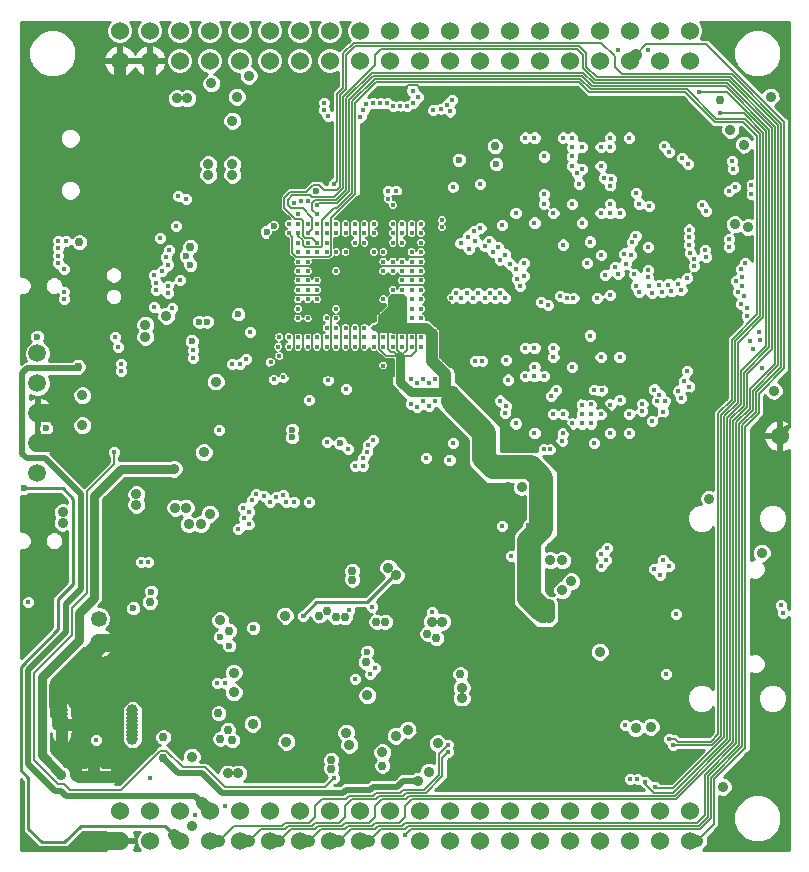
<source format=gbr>
G75*
G70*
%OFA0B0*%
%FSLAX24Y24*%
%IPPOS*%
%LPD*%
%AMOC8*
5,1,8,0,0,1.08239X$1,22.5*
%
%ADD10C,0.0600*%
%ADD11C,0.0886*%
%ADD12C,0.0475*%
%ADD13C,0.0531*%
%ADD14C,0.0591*%
%ADD15C,0.0396*%
%ADD16C,0.0100*%
%ADD17C,0.0178*%
%ADD18C,0.0236*%
%ADD19C,0.0354*%
%ADD20C,0.0295*%
%ADD21C,0.0400*%
%ADD22C,0.0360*%
%ADD23C,0.0600*%
%ADD24C,0.1500*%
%ADD25C,0.0800*%
%ADD26C,0.0900*%
%ADD27C,0.1000*%
%ADD28C,0.0200*%
%ADD29C,0.0150*%
%ADD30C,0.0700*%
%ADD31C,0.0500*%
%ADD32C,0.0320*%
%ADD33C,0.0050*%
%ADD34C,0.0160*%
%ADD35C,0.0300*%
D10*
X009658Y004652D03*
X010658Y004652D03*
X011658Y004652D03*
X012658Y004652D03*
X013658Y004652D03*
X014658Y004652D03*
X015658Y004652D03*
X016658Y004652D03*
X017658Y004652D03*
X018658Y004652D03*
X019658Y004652D03*
X020658Y004652D03*
X021658Y004652D03*
X022658Y004652D03*
X023658Y004652D03*
X024658Y004652D03*
X025658Y004652D03*
X026658Y004652D03*
X027658Y004652D03*
X028658Y004652D03*
X028658Y005652D03*
X027658Y005652D03*
X026658Y005652D03*
X025658Y005652D03*
X024658Y005652D03*
X023658Y005652D03*
X022658Y005652D03*
X021658Y005652D03*
X020658Y005652D03*
X019658Y005652D03*
X018658Y005652D03*
X017658Y005652D03*
X016658Y005652D03*
X015658Y005652D03*
X014658Y005652D03*
X013658Y005652D03*
X012658Y005652D03*
X011658Y005652D03*
X010658Y005652D03*
X009658Y005652D03*
X031658Y018152D03*
X028658Y030652D03*
X027658Y030652D03*
X026658Y030652D03*
X025658Y030652D03*
X024658Y030652D03*
X023658Y030652D03*
X022658Y030652D03*
X021658Y030652D03*
X020658Y030652D03*
X019658Y030652D03*
X018658Y030652D03*
X017658Y030652D03*
X016658Y030652D03*
X015658Y030652D03*
X014658Y030652D03*
X013658Y030652D03*
X012658Y030652D03*
X011658Y030652D03*
X010658Y030652D03*
X009658Y030652D03*
X009658Y031652D03*
X010658Y031652D03*
X011658Y031652D03*
X012658Y031652D03*
X013658Y031652D03*
X014658Y031652D03*
X015658Y031652D03*
X016658Y031652D03*
X017658Y031652D03*
X018658Y031652D03*
X019658Y031652D03*
X020658Y031652D03*
X021658Y031652D03*
X022658Y031652D03*
X023658Y031652D03*
X024658Y031652D03*
X025658Y031652D03*
X026658Y031652D03*
X027658Y031652D03*
X028658Y031652D03*
D11*
X015608Y010152D03*
D12*
X014821Y009365D03*
X016396Y009365D03*
X016396Y010940D03*
X014821Y010940D03*
D13*
X008958Y011259D03*
X008958Y012046D03*
D14*
X006908Y016902D03*
X006908Y017902D03*
X006908Y018902D03*
X006908Y019902D03*
X006908Y020902D03*
D15*
X007719Y008995D03*
X007719Y008877D03*
X007719Y008759D03*
X007719Y008641D03*
X007719Y008523D03*
X007719Y008404D03*
X007719Y008286D03*
X007719Y008168D03*
X008368Y006771D03*
X008447Y006771D03*
X008565Y006771D03*
X008683Y006771D03*
X008801Y006771D03*
X008920Y006771D03*
X009038Y006771D03*
X009156Y006771D03*
X009234Y006771D03*
X010081Y008050D03*
X010081Y008168D03*
X010081Y008286D03*
X010081Y008404D03*
X010081Y008523D03*
X010081Y008641D03*
X010081Y008759D03*
X010081Y008877D03*
X010081Y008995D03*
D16*
X006358Y006720D02*
X006358Y004352D01*
X009187Y004352D01*
X009108Y004543D01*
X009108Y004602D01*
X009608Y004602D01*
X009608Y004702D01*
X009108Y004702D01*
X009108Y004762D01*
X009187Y004952D01*
X008441Y004952D01*
X007891Y004402D01*
X007725Y004402D01*
X007141Y004402D01*
X006975Y004402D01*
X006525Y004852D01*
X006525Y004852D01*
X006408Y004970D01*
X006408Y006670D01*
X006358Y006720D01*
X006358Y006715D02*
X006363Y006715D01*
X006358Y006616D02*
X006408Y006616D01*
X006408Y006517D02*
X006358Y006517D01*
X006358Y006419D02*
X006408Y006419D01*
X006408Y006320D02*
X006358Y006320D01*
X006358Y006222D02*
X006408Y006222D01*
X006408Y006123D02*
X006358Y006123D01*
X006358Y006025D02*
X006408Y006025D01*
X006408Y005926D02*
X006358Y005926D01*
X006358Y005828D02*
X006408Y005828D01*
X006408Y005729D02*
X006358Y005729D01*
X006358Y005631D02*
X006408Y005631D01*
X006408Y005532D02*
X006358Y005532D01*
X006358Y005434D02*
X006408Y005434D01*
X006408Y005335D02*
X006358Y005335D01*
X006358Y005236D02*
X006408Y005236D01*
X006408Y005138D02*
X006358Y005138D01*
X006358Y005039D02*
X006408Y005039D01*
X006437Y004941D02*
X006358Y004941D01*
X006358Y004842D02*
X006535Y004842D01*
X006634Y004744D02*
X006358Y004744D01*
X006358Y004645D02*
X006733Y004645D01*
X006831Y004547D02*
X006358Y004547D01*
X006358Y004448D02*
X006930Y004448D01*
X007058Y004602D02*
X006608Y005052D01*
X006608Y006752D01*
X006358Y007002D01*
X006358Y010452D01*
X007608Y011702D01*
X007608Y012702D01*
X008108Y013202D01*
X008108Y016052D01*
X007758Y016402D01*
X006458Y016402D01*
X006358Y016154D02*
X006405Y016134D01*
X006511Y016134D01*
X006610Y016175D01*
X006637Y016202D01*
X007675Y016202D01*
X007908Y015970D01*
X007908Y015894D01*
X007823Y015930D01*
X007693Y015930D01*
X007573Y015880D01*
X007481Y015788D01*
X007431Y015668D01*
X007431Y015537D01*
X007476Y015427D01*
X007431Y015318D01*
X007431Y015187D01*
X007481Y015067D01*
X007573Y014975D01*
X007693Y014925D01*
X007823Y014925D01*
X007908Y014960D01*
X007908Y013285D01*
X007408Y012785D01*
X007408Y012620D01*
X007408Y011785D01*
X006358Y010735D01*
X006358Y014345D01*
X006469Y014345D01*
X006582Y014392D01*
X006669Y014478D01*
X006716Y014591D01*
X006716Y014714D01*
X006669Y014827D01*
X006582Y014913D01*
X006469Y014960D01*
X006358Y014960D01*
X006358Y016154D01*
X006358Y016076D02*
X007802Y016076D01*
X007900Y015978D02*
X006358Y015978D01*
X006358Y015879D02*
X007572Y015879D01*
X007478Y015781D02*
X006358Y015781D01*
X006358Y015682D02*
X007437Y015682D01*
X007431Y015583D02*
X006358Y015583D01*
X006358Y015485D02*
X007453Y015485D01*
X007459Y015386D02*
X006358Y015386D01*
X006358Y015288D02*
X007431Y015288D01*
X007431Y015189D02*
X006358Y015189D01*
X006358Y015091D02*
X007471Y015091D01*
X007556Y014992D02*
X006358Y014992D01*
X006602Y014894D02*
X007265Y014894D01*
X007284Y014913D02*
X007197Y014827D01*
X007151Y014714D01*
X007151Y014591D01*
X007197Y014478D01*
X007284Y014392D01*
X007397Y014345D01*
X007519Y014345D01*
X007632Y014392D01*
X007719Y014478D01*
X007766Y014591D01*
X007766Y014714D01*
X007719Y014827D01*
X007632Y014913D01*
X007519Y014960D01*
X007397Y014960D01*
X007284Y014913D01*
X007184Y014795D02*
X006682Y014795D01*
X006716Y014697D02*
X007151Y014697D01*
X007151Y014598D02*
X006716Y014598D01*
X006678Y014499D02*
X007189Y014499D01*
X007275Y014401D02*
X006591Y014401D01*
X006358Y014302D02*
X007908Y014302D01*
X007908Y014204D02*
X006358Y014204D01*
X006358Y014105D02*
X007908Y014105D01*
X007908Y014007D02*
X006358Y014007D01*
X006358Y013908D02*
X007908Y013908D01*
X007908Y013810D02*
X006358Y013810D01*
X006358Y013711D02*
X007908Y013711D01*
X007908Y013613D02*
X006358Y013613D01*
X006358Y013514D02*
X007908Y013514D01*
X007908Y013416D02*
X006358Y013416D01*
X006358Y013317D02*
X007908Y013317D01*
X007841Y013218D02*
X006358Y013218D01*
X006358Y013120D02*
X007743Y013120D01*
X007644Y013021D02*
X006358Y013021D01*
X006358Y012923D02*
X007546Y012923D01*
X007447Y012824D02*
X006697Y012824D01*
X006656Y012841D02*
X006561Y012841D01*
X006473Y012805D01*
X006405Y012738D01*
X006369Y012650D01*
X006369Y012555D01*
X006405Y012467D01*
X006473Y012400D01*
X006561Y012363D01*
X006656Y012363D01*
X006744Y012400D01*
X006811Y012467D01*
X006847Y012555D01*
X006847Y012650D01*
X006811Y012738D01*
X006744Y012805D01*
X006656Y012841D01*
X006519Y012824D02*
X006358Y012824D01*
X006358Y012726D02*
X006400Y012726D01*
X006369Y012627D02*
X006358Y012627D01*
X006358Y012529D02*
X006380Y012529D01*
X006358Y012430D02*
X006442Y012430D01*
X006358Y012332D02*
X007408Y012332D01*
X007408Y012430D02*
X006774Y012430D01*
X006836Y012529D02*
X007408Y012529D01*
X007408Y012627D02*
X006847Y012627D01*
X006816Y012726D02*
X007408Y012726D01*
X007408Y012233D02*
X006358Y012233D01*
X006358Y012134D02*
X007408Y012134D01*
X007408Y012036D02*
X006358Y012036D01*
X006358Y011937D02*
X007408Y011937D01*
X007408Y011839D02*
X006358Y011839D01*
X006358Y011740D02*
X007363Y011740D01*
X007265Y011642D02*
X006358Y011642D01*
X006358Y011543D02*
X007166Y011543D01*
X007068Y011445D02*
X006358Y011445D01*
X006358Y011346D02*
X006969Y011346D01*
X006870Y011248D02*
X006358Y011248D01*
X006358Y011149D02*
X006772Y011149D01*
X006673Y011050D02*
X006358Y011050D01*
X006358Y010952D02*
X006575Y010952D01*
X006476Y010853D02*
X006358Y010853D01*
X006358Y010755D02*
X006378Y010755D01*
X007358Y009978D02*
X008432Y011052D01*
X008470Y011090D01*
X008521Y010967D01*
X008666Y010821D01*
X008855Y010743D01*
X008919Y010743D01*
X008919Y011220D01*
X008997Y011220D01*
X008997Y011297D01*
X009474Y011297D01*
X009474Y011361D01*
X009395Y011551D01*
X009250Y011696D01*
X009212Y011712D01*
X009311Y011811D01*
X009374Y011963D01*
X009374Y012129D01*
X009311Y012282D01*
X009194Y012399D01*
X009041Y012462D01*
X008942Y012462D01*
X009108Y012628D01*
X009108Y016028D01*
X009832Y016752D01*
X011327Y016752D01*
X011393Y016725D01*
X011523Y016725D01*
X011643Y016775D01*
X011735Y016867D01*
X011785Y016987D01*
X011785Y017118D01*
X011735Y017238D01*
X011643Y017330D01*
X011523Y017380D01*
X011393Y017380D01*
X011327Y017352D01*
X009633Y017352D01*
X009633Y017439D01*
X009661Y017467D01*
X009697Y017555D01*
X009697Y017650D01*
X009661Y017738D01*
X009594Y017805D01*
X009506Y017841D01*
X009411Y017841D01*
X009323Y017805D01*
X009255Y017738D01*
X009219Y017650D01*
X009219Y017555D01*
X009255Y017467D01*
X009283Y017439D01*
X009283Y017275D01*
X008461Y016453D01*
X007408Y017506D01*
X007345Y017569D01*
X007370Y017594D01*
X007453Y017794D01*
X007453Y017854D01*
X006957Y017854D01*
X006957Y017951D01*
X007453Y017951D01*
X007453Y018011D01*
X007378Y018193D01*
X007435Y018251D01*
X007476Y018349D01*
X007476Y018456D01*
X007435Y018554D01*
X007378Y018612D01*
X007453Y018794D01*
X007453Y018854D01*
X006957Y018854D01*
X006957Y018951D01*
X007453Y018951D01*
X007453Y019011D01*
X007370Y019211D01*
X007217Y019365D01*
X007017Y019448D01*
X006957Y019448D01*
X006957Y018951D01*
X006860Y018951D01*
X006860Y019448D01*
X006800Y019448D01*
X006658Y019389D01*
X006658Y019524D01*
X006820Y019457D01*
X006997Y019457D01*
X007160Y019525D01*
X007286Y019650D01*
X007353Y019814D01*
X007353Y019991D01*
X007286Y020152D01*
X008105Y020152D01*
X008312Y020152D01*
X008314Y020155D01*
X008317Y020155D01*
X008427Y020200D01*
X008510Y020284D01*
X008556Y020393D01*
X008556Y020512D01*
X008510Y020621D01*
X008427Y020705D01*
X008317Y020750D01*
X008199Y020750D01*
X008089Y020705D01*
X008037Y020652D01*
X007286Y020652D01*
X007353Y020814D01*
X007353Y020991D01*
X007286Y021155D01*
X007160Y021280D01*
X007128Y021293D01*
X007135Y021301D01*
X007176Y021399D01*
X007176Y021506D01*
X007135Y021604D01*
X007060Y021680D01*
X006961Y021721D01*
X006855Y021721D01*
X006756Y021680D01*
X006681Y021604D01*
X006640Y021506D01*
X006640Y021399D01*
X006681Y021301D01*
X006688Y021293D01*
X006656Y021280D01*
X006531Y021155D01*
X006463Y020991D01*
X006463Y020814D01*
X006530Y020652D01*
X006455Y020652D01*
X006358Y020556D01*
X006358Y022845D01*
X006469Y022845D01*
X006582Y022892D01*
X006669Y022978D01*
X006716Y023091D01*
X006716Y023214D01*
X006669Y023327D01*
X006582Y023413D01*
X006469Y023460D01*
X006358Y023460D01*
X006358Y031952D01*
X009322Y031952D01*
X009277Y031907D01*
X009208Y031742D01*
X009208Y031563D01*
X009277Y031398D01*
X009403Y031271D01*
X009569Y031202D01*
X009748Y031202D01*
X009913Y031271D01*
X010040Y031398D01*
X010108Y031563D01*
X010108Y031742D01*
X010040Y031907D01*
X009994Y031952D01*
X010322Y031952D01*
X010277Y031907D01*
X010208Y031742D01*
X010208Y031563D01*
X010277Y031398D01*
X010403Y031271D01*
X010569Y031202D01*
X010748Y031202D01*
X010913Y031271D01*
X011040Y031398D01*
X011108Y031563D01*
X011108Y031742D01*
X011040Y031907D01*
X010994Y031952D01*
X011322Y031952D01*
X011277Y031907D01*
X011208Y031742D01*
X011208Y031563D01*
X011277Y031398D01*
X011403Y031271D01*
X011569Y031202D01*
X011748Y031202D01*
X011913Y031271D01*
X012040Y031398D01*
X012108Y031563D01*
X012108Y031742D01*
X012040Y031907D01*
X011994Y031952D01*
X012322Y031952D01*
X012277Y031907D01*
X012208Y031742D01*
X012208Y031563D01*
X012277Y031398D01*
X012403Y031271D01*
X012569Y031202D01*
X012748Y031202D01*
X012913Y031271D01*
X013040Y031398D01*
X013108Y031563D01*
X013108Y031742D01*
X013040Y031907D01*
X012994Y031952D01*
X013322Y031952D01*
X013277Y031907D01*
X013208Y031742D01*
X013208Y031563D01*
X013277Y031398D01*
X013403Y031271D01*
X013569Y031202D01*
X013748Y031202D01*
X013913Y031271D01*
X014040Y031398D01*
X014108Y031563D01*
X014108Y031742D01*
X014040Y031907D01*
X013994Y031952D01*
X014322Y031952D01*
X014277Y031907D01*
X014208Y031742D01*
X014208Y031563D01*
X014277Y031398D01*
X014403Y031271D01*
X014569Y031202D01*
X014748Y031202D01*
X014913Y031271D01*
X015040Y031398D01*
X015108Y031563D01*
X015108Y031742D01*
X015040Y031907D01*
X014994Y031952D01*
X015322Y031952D01*
X015277Y031907D01*
X015208Y031742D01*
X015208Y031563D01*
X015277Y031398D01*
X015403Y031271D01*
X015569Y031202D01*
X015748Y031202D01*
X015913Y031271D01*
X016040Y031398D01*
X016108Y031563D01*
X016108Y031742D01*
X016040Y031907D01*
X015994Y031952D01*
X016322Y031952D01*
X016277Y031907D01*
X016208Y031742D01*
X016208Y031563D01*
X016277Y031398D01*
X016403Y031271D01*
X016569Y031202D01*
X016748Y031202D01*
X016913Y031271D01*
X017040Y031398D01*
X017108Y031563D01*
X017108Y031742D01*
X017040Y031907D01*
X016994Y031952D01*
X017322Y031952D01*
X017277Y031907D01*
X017208Y031742D01*
X017208Y031563D01*
X017277Y031398D01*
X017316Y031358D01*
X017283Y031325D01*
X016953Y030994D01*
X016913Y031034D01*
X016748Y031102D01*
X016569Y031102D01*
X016403Y031034D01*
X016277Y030907D01*
X016208Y030742D01*
X016208Y030563D01*
X016277Y030398D01*
X016403Y030271D01*
X016569Y030202D01*
X016748Y030202D01*
X016913Y030271D01*
X016933Y030291D01*
X016933Y029825D01*
X016836Y029727D01*
X016733Y029625D01*
X016733Y029009D01*
X016697Y029024D01*
X016697Y029050D01*
X016665Y029127D01*
X016697Y029205D01*
X016697Y029300D01*
X016661Y029388D01*
X016594Y029455D01*
X016506Y029491D01*
X016411Y029491D01*
X016323Y029455D01*
X016255Y029388D01*
X016219Y029300D01*
X016219Y029205D01*
X016251Y029127D01*
X016219Y029050D01*
X016219Y028955D01*
X016255Y028867D01*
X016323Y028800D01*
X016369Y028781D01*
X016369Y028755D01*
X016405Y028667D01*
X016473Y028600D01*
X016561Y028563D01*
X016656Y028563D01*
X016733Y028595D01*
X016733Y026780D01*
X016673Y026755D01*
X016605Y026688D01*
X016569Y026600D01*
X016569Y026527D01*
X016531Y026527D01*
X016483Y026575D01*
X016381Y026677D01*
X016167Y026677D01*
X016022Y026677D01*
X015798Y026453D01*
X015404Y026453D01*
X015259Y026453D01*
X015062Y026257D01*
X014959Y026154D01*
X014959Y025800D01*
X014959Y025655D01*
X015185Y025430D01*
X015157Y025418D01*
X015089Y025351D01*
X015053Y025263D01*
X015053Y025262D01*
X015035Y025304D01*
X014960Y025380D01*
X014861Y025421D01*
X014755Y025421D01*
X014656Y025380D01*
X014581Y025304D01*
X014546Y025221D01*
X014505Y025221D01*
X014406Y025180D01*
X014331Y025104D01*
X014290Y025006D01*
X014290Y024899D01*
X014331Y024801D01*
X014406Y024725D01*
X014505Y024684D01*
X014611Y024684D01*
X014710Y024725D01*
X014785Y024801D01*
X014820Y024884D01*
X014861Y024884D01*
X014960Y024925D01*
X015035Y025001D01*
X015076Y025099D01*
X015076Y025112D01*
X015089Y025080D01*
X015111Y025058D01*
X015089Y025036D01*
X015053Y024948D01*
X015053Y024853D01*
X015089Y024765D01*
X015157Y024698D01*
X015235Y024665D01*
X015235Y024304D01*
X015235Y024159D01*
X015353Y024041D01*
X015375Y024019D01*
X015368Y024003D01*
X015368Y023908D01*
X015404Y023820D01*
X015426Y023798D01*
X015404Y023776D01*
X015368Y023688D01*
X015368Y023593D01*
X015404Y023505D01*
X015426Y023483D01*
X015404Y023461D01*
X015368Y023373D01*
X015368Y023278D01*
X015404Y023190D01*
X015426Y023168D01*
X015404Y023146D01*
X015368Y023058D01*
X015368Y022963D01*
X015404Y022875D01*
X015426Y022853D01*
X015404Y022831D01*
X015368Y022743D01*
X015368Y022648D01*
X015404Y022560D01*
X015426Y022538D01*
X015404Y022516D01*
X015368Y022428D01*
X015368Y022333D01*
X015404Y022245D01*
X015426Y022223D01*
X015404Y022201D01*
X015368Y022113D01*
X015368Y022018D01*
X015404Y021930D01*
X015471Y021863D01*
X015559Y021827D01*
X015654Y021827D01*
X015742Y021863D01*
X015764Y021885D01*
X015786Y021863D01*
X015874Y021827D01*
X015969Y021827D01*
X016057Y021863D01*
X016125Y021930D01*
X016161Y022018D01*
X016161Y022113D01*
X016125Y022201D01*
X016057Y022268D01*
X015969Y022305D01*
X015874Y022305D01*
X015826Y022285D01*
X015846Y022333D01*
X015846Y022428D01*
X015826Y022477D01*
X015874Y022457D01*
X015969Y022457D01*
X016057Y022493D01*
X016079Y022515D01*
X016101Y022493D01*
X016189Y022457D01*
X016284Y022457D01*
X016372Y022493D01*
X016439Y022560D01*
X016476Y022648D01*
X016476Y022743D01*
X016439Y022831D01*
X016417Y022853D01*
X016439Y022875D01*
X016476Y022963D01*
X016476Y023058D01*
X016439Y023146D01*
X016417Y023168D01*
X016439Y023190D01*
X016476Y023278D01*
X016476Y023373D01*
X016439Y023461D01*
X016372Y023528D01*
X016284Y023565D01*
X016189Y023565D01*
X016141Y023545D01*
X016161Y023593D01*
X016161Y023688D01*
X016125Y023776D01*
X016102Y023798D01*
X016125Y023820D01*
X016161Y023908D01*
X016161Y023938D01*
X016558Y023938D01*
X016703Y023938D01*
X016782Y024017D01*
X016803Y024038D01*
X016819Y024031D01*
X016914Y024031D01*
X017002Y024068D01*
X017024Y024090D01*
X017046Y024068D01*
X017134Y024031D01*
X017229Y024031D01*
X017317Y024068D01*
X017384Y024135D01*
X017421Y024223D01*
X017421Y024318D01*
X017401Y024367D01*
X017449Y024346D01*
X017544Y024346D01*
X017632Y024383D01*
X017654Y024405D01*
X017676Y024383D01*
X017764Y024346D01*
X017859Y024346D01*
X017908Y024367D01*
X017888Y024318D01*
X017888Y024223D01*
X017924Y024135D01*
X017991Y024068D01*
X018079Y024031D01*
X018174Y024031D01*
X018223Y024052D01*
X018203Y024003D01*
X018203Y023908D01*
X018239Y023820D01*
X018261Y023798D01*
X018239Y023776D01*
X018203Y023688D01*
X018203Y023593D01*
X018239Y023505D01*
X018306Y023438D01*
X018394Y023402D01*
X018489Y023402D01*
X018577Y023438D01*
X018599Y023460D01*
X018621Y023438D01*
X018709Y023402D01*
X018804Y023402D01*
X018853Y023422D01*
X018832Y023373D01*
X018832Y023278D01*
X018853Y023230D01*
X018804Y023250D01*
X018709Y023250D01*
X018621Y023213D01*
X018554Y023146D01*
X018517Y023058D01*
X018517Y022963D01*
X018537Y022915D01*
X018489Y022935D01*
X018394Y022935D01*
X018306Y022898D01*
X018239Y022831D01*
X018203Y022743D01*
X018203Y022648D01*
X018239Y022560D01*
X018306Y022493D01*
X018394Y022457D01*
X018132Y022194D01*
X018132Y022037D01*
X018096Y022001D01*
X018023Y022001D01*
X017961Y021939D01*
X017947Y021954D01*
X017859Y021990D01*
X017764Y021990D01*
X017676Y021954D01*
X017654Y021931D01*
X017632Y021954D01*
X017544Y021990D01*
X017449Y021990D01*
X017361Y021954D01*
X017339Y021931D01*
X017317Y021954D01*
X017229Y021990D01*
X017134Y021990D01*
X017086Y021970D01*
X017106Y022018D01*
X017106Y022113D01*
X017069Y022201D01*
X017047Y022223D01*
X017069Y022245D01*
X017106Y022333D01*
X017106Y022428D01*
X017069Y022516D01*
X017002Y022583D01*
X016914Y022620D01*
X016819Y022620D01*
X016731Y022583D01*
X016664Y022516D01*
X016628Y022428D01*
X016628Y022333D01*
X016648Y022285D01*
X016599Y022305D01*
X016504Y022305D01*
X016416Y022268D01*
X016349Y022201D01*
X016313Y022113D01*
X016313Y022018D01*
X016349Y021930D01*
X016371Y021908D01*
X016349Y021886D01*
X016313Y021798D01*
X016313Y021703D01*
X016333Y021655D01*
X016284Y021675D01*
X016189Y021675D01*
X016101Y021639D01*
X016079Y021616D01*
X016057Y021639D01*
X015969Y021675D01*
X015874Y021675D01*
X015786Y021639D01*
X015764Y021616D01*
X015742Y021639D01*
X015654Y021675D01*
X015559Y021675D01*
X015471Y021639D01*
X015449Y021616D01*
X015427Y021639D01*
X015340Y021675D01*
X015244Y021675D01*
X015157Y021639D01*
X015134Y021616D01*
X015112Y021639D01*
X015025Y021675D01*
X014929Y021675D01*
X014842Y021639D01*
X014774Y021571D01*
X014738Y021483D01*
X014738Y021388D01*
X014774Y021300D01*
X014777Y021298D01*
X014735Y021256D01*
X014699Y021169D01*
X014699Y021073D01*
X014735Y020986D01*
X014777Y020944D01*
X014774Y020941D01*
X014738Y020854D01*
X014738Y020848D01*
X014654Y020848D01*
X014566Y020812D01*
X014499Y020745D01*
X014462Y020657D01*
X014462Y020562D01*
X014499Y020474D01*
X014566Y020406D01*
X014654Y020370D01*
X014749Y020370D01*
X014837Y020406D01*
X014904Y020474D01*
X014940Y020562D01*
X014940Y020567D01*
X015025Y020567D01*
X015112Y020603D01*
X015180Y020671D01*
X015216Y020758D01*
X015216Y020854D01*
X015196Y020902D01*
X015244Y020882D01*
X015340Y020882D01*
X015427Y020918D01*
X015449Y020940D01*
X015471Y020918D01*
X015559Y020882D01*
X015654Y020882D01*
X015742Y020918D01*
X015764Y020940D01*
X015786Y020918D01*
X015874Y020882D01*
X015969Y020882D01*
X016057Y020918D01*
X016079Y020940D01*
X016101Y020918D01*
X016189Y020882D01*
X016284Y020882D01*
X016372Y020918D01*
X016394Y020940D01*
X016416Y020918D01*
X016504Y020882D01*
X016599Y020882D01*
X016687Y020918D01*
X016709Y020940D01*
X016731Y020918D01*
X016819Y020882D01*
X016914Y020882D01*
X017002Y020918D01*
X017024Y020940D01*
X017046Y020918D01*
X017134Y020882D01*
X017229Y020882D01*
X017317Y020918D01*
X017339Y020940D01*
X017361Y020918D01*
X017449Y020882D01*
X017544Y020882D01*
X017632Y020918D01*
X017654Y020940D01*
X017676Y020918D01*
X017764Y020882D01*
X017859Y020882D01*
X017947Y020918D01*
X017969Y020940D01*
X017991Y020918D01*
X018079Y020882D01*
X018174Y020882D01*
X018190Y020889D01*
X018349Y020730D01*
X018362Y020717D01*
X018306Y020694D01*
X018239Y020626D01*
X018203Y020539D01*
X018203Y020443D01*
X018239Y020356D01*
X018306Y020288D01*
X018394Y020252D01*
X018489Y020252D01*
X018577Y020288D01*
X018644Y020356D01*
X018681Y020443D01*
X018681Y020539D01*
X018644Y020626D01*
X018643Y020627D01*
X018708Y020627D01*
X018708Y019828D01*
X018884Y019652D01*
X019177Y019359D01*
X019155Y019338D01*
X019119Y019250D01*
X019119Y019155D01*
X019155Y019067D01*
X019223Y019000D01*
X019311Y018963D01*
X019379Y018963D01*
X019443Y018900D01*
X019531Y018863D01*
X019626Y018863D01*
X019714Y018900D01*
X019781Y018967D01*
X019788Y018984D01*
X019823Y018950D01*
X019911Y018913D01*
X020006Y018913D01*
X020094Y018950D01*
X020161Y019017D01*
X020180Y019063D01*
X020206Y019063D01*
X020215Y019067D01*
X021258Y018025D01*
X021258Y017175D01*
X021580Y016852D01*
X021880Y016552D01*
X022336Y016552D01*
X022750Y016552D01*
X022731Y016508D01*
X022731Y016377D01*
X022781Y016257D01*
X022873Y016165D01*
X022993Y016115D01*
X023123Y016115D01*
X023158Y016130D01*
X023158Y015380D01*
X023156Y015380D01*
X023081Y015304D01*
X023063Y015261D01*
X023058Y015256D01*
X023058Y015249D01*
X023040Y015206D01*
X023040Y015162D01*
X022758Y014880D01*
X022758Y014425D01*
X022758Y014390D01*
X022756Y014391D01*
X022661Y014391D01*
X022573Y014355D01*
X022505Y014288D01*
X022469Y014200D01*
X022469Y014105D01*
X022505Y014017D01*
X022573Y013950D01*
X022661Y013913D01*
X022756Y013913D01*
X022758Y013914D01*
X022758Y012525D01*
X023080Y012202D01*
X023530Y011752D01*
X023813Y011752D01*
X024103Y011752D01*
X024308Y011957D01*
X024308Y012157D01*
X024308Y012447D01*
X024308Y012647D01*
X024236Y012720D01*
X024343Y012675D01*
X024473Y012675D01*
X024593Y012725D01*
X024685Y012817D01*
X024735Y012937D01*
X024735Y012975D01*
X024773Y012975D01*
X024893Y013025D01*
X024985Y013117D01*
X025035Y013237D01*
X025035Y013368D01*
X024985Y013488D01*
X024893Y013580D01*
X024773Y013630D01*
X024643Y013630D01*
X024523Y013580D01*
X024431Y013488D01*
X024381Y013368D01*
X024381Y013330D01*
X024343Y013330D01*
X024223Y013280D01*
X024131Y013188D01*
X024081Y013068D01*
X024081Y012937D01*
X024125Y012830D01*
X024103Y012852D01*
X023986Y012852D01*
X023858Y012980D01*
X023858Y013710D01*
X023943Y013675D01*
X024073Y013675D01*
X024193Y013725D01*
X024208Y013740D01*
X024223Y013725D01*
X024343Y013675D01*
X024473Y013675D01*
X024593Y013725D01*
X024685Y013817D01*
X024735Y013937D01*
X024735Y014068D01*
X024685Y014188D01*
X024593Y014280D01*
X024473Y014330D01*
X024343Y014330D01*
X024223Y014280D01*
X024208Y014265D01*
X024193Y014280D01*
X024073Y014330D01*
X023943Y014330D01*
X023858Y014294D01*
X023858Y014425D01*
X023936Y014502D01*
X024258Y014825D01*
X024258Y014925D01*
X024258Y016525D01*
X024258Y016980D01*
X023908Y017330D01*
X023775Y017463D01*
X023856Y017463D01*
X023908Y017485D01*
X023961Y017463D01*
X024056Y017463D01*
X024144Y017500D01*
X024211Y017567D01*
X024247Y017655D01*
X024247Y017750D01*
X024231Y017789D01*
X024251Y017769D01*
X024339Y017732D01*
X024434Y017732D01*
X024522Y017769D01*
X024589Y017836D01*
X024625Y017924D01*
X024625Y018019D01*
X024599Y018082D01*
X024628Y018111D01*
X024665Y018199D01*
X024665Y018294D01*
X024645Y018343D01*
X024693Y018323D01*
X024788Y018323D01*
X024876Y018359D01*
X024898Y018381D01*
X024920Y018359D01*
X025008Y018323D01*
X025103Y018323D01*
X025191Y018359D01*
X025213Y018381D01*
X025235Y018359D01*
X025323Y018323D01*
X025418Y018323D01*
X025506Y018359D01*
X025573Y018426D01*
X025610Y018514D01*
X025610Y018609D01*
X025590Y018658D01*
X025638Y018638D01*
X025733Y018638D01*
X025821Y018674D01*
X025888Y018741D01*
X025925Y018829D01*
X025925Y018924D01*
X025905Y018973D01*
X025953Y018953D01*
X026048Y018953D01*
X026136Y018989D01*
X026203Y019056D01*
X026233Y019129D01*
X026271Y019113D01*
X026366Y019113D01*
X026454Y019150D01*
X026521Y019217D01*
X026557Y019305D01*
X026557Y019400D01*
X026521Y019488D01*
X026454Y019555D01*
X026366Y019591D01*
X026271Y019591D01*
X026183Y019555D01*
X026115Y019488D01*
X026085Y019415D01*
X026048Y019431D01*
X025953Y019431D01*
X025865Y019394D01*
X025798Y019327D01*
X025762Y019239D01*
X025762Y019144D01*
X025782Y019096D01*
X025733Y019116D01*
X025638Y019116D01*
X025569Y019087D01*
X025597Y019155D01*
X025597Y019250D01*
X025561Y019338D01*
X025494Y019405D01*
X025449Y019423D01*
X025526Y019423D01*
X025604Y019456D01*
X025677Y019425D01*
X025773Y019425D01*
X025860Y019462D01*
X025928Y019529D01*
X025964Y019617D01*
X025964Y019712D01*
X025928Y019800D01*
X025860Y019867D01*
X025773Y019903D01*
X025677Y019903D01*
X025599Y019871D01*
X025526Y019901D01*
X025431Y019901D01*
X025343Y019865D01*
X025275Y019798D01*
X025239Y019710D01*
X025239Y019615D01*
X025275Y019527D01*
X025343Y019460D01*
X025387Y019441D01*
X025311Y019441D01*
X025223Y019405D01*
X025202Y019384D01*
X025191Y019394D01*
X025103Y019431D01*
X025008Y019431D01*
X024920Y019394D01*
X024853Y019327D01*
X024817Y019239D01*
X024817Y019144D01*
X024853Y019056D01*
X024875Y019034D01*
X024853Y019012D01*
X024817Y018924D01*
X024817Y018829D01*
X024837Y018781D01*
X024788Y018801D01*
X024693Y018801D01*
X024645Y018781D01*
X024665Y018829D01*
X024665Y018924D01*
X024628Y019012D01*
X024561Y019079D01*
X024473Y019116D01*
X024378Y019116D01*
X024290Y019079D01*
X024268Y019057D01*
X024246Y019079D01*
X024158Y019116D01*
X024063Y019116D01*
X023975Y019079D01*
X023908Y019012D01*
X023872Y018924D01*
X023872Y018829D01*
X023908Y018741D01*
X023975Y018674D01*
X024063Y018638D01*
X024158Y018638D01*
X024246Y018674D01*
X024268Y018696D01*
X024290Y018674D01*
X024378Y018638D01*
X024473Y018638D01*
X024522Y018658D01*
X024502Y018609D01*
X024502Y018514D01*
X024522Y018466D01*
X024473Y018486D01*
X024378Y018486D01*
X024290Y018450D01*
X024223Y018382D01*
X024187Y018294D01*
X024187Y018199D01*
X024213Y018136D01*
X024184Y018107D01*
X024147Y018019D01*
X024147Y017924D01*
X024163Y017885D01*
X024144Y017905D01*
X024056Y017941D01*
X023961Y017941D01*
X023908Y017920D01*
X023856Y017941D01*
X023761Y017941D01*
X023673Y017905D01*
X023605Y017838D01*
X023569Y017750D01*
X023569Y017655D01*
X023570Y017652D01*
X022358Y017652D01*
X022358Y018025D01*
X022358Y018480D01*
X021108Y019730D01*
X021108Y019747D01*
X020903Y019952D01*
X020858Y019952D01*
X020858Y020057D01*
X020858Y020347D01*
X020408Y020797D01*
X020408Y021697D01*
X020203Y021902D01*
X020201Y021904D01*
X020172Y021904D01*
X019996Y022081D01*
X019940Y022081D01*
X019940Y022113D01*
X019904Y022201D01*
X019882Y022223D01*
X019904Y022245D01*
X019940Y022333D01*
X019940Y022428D01*
X019904Y022516D01*
X019882Y022538D01*
X019904Y022560D01*
X019940Y022648D01*
X019940Y022743D01*
X019904Y022831D01*
X019882Y022853D01*
X019904Y022875D01*
X019940Y022963D01*
X019940Y023058D01*
X019904Y023146D01*
X019882Y023168D01*
X019904Y023190D01*
X019940Y023278D01*
X019940Y023373D01*
X019904Y023461D01*
X019882Y023483D01*
X019904Y023505D01*
X019940Y023593D01*
X019940Y023688D01*
X019904Y023776D01*
X019882Y023798D01*
X019904Y023820D01*
X019940Y023908D01*
X019940Y024003D01*
X019904Y024091D01*
X019882Y024113D01*
X019904Y024135D01*
X019940Y024223D01*
X019940Y024318D01*
X019904Y024406D01*
X019882Y024428D01*
X019904Y024450D01*
X019940Y024538D01*
X019940Y024633D01*
X019904Y024721D01*
X019882Y024743D01*
X019904Y024765D01*
X019940Y024853D01*
X019940Y024948D01*
X019904Y025036D01*
X019882Y025058D01*
X019904Y025080D01*
X019940Y025168D01*
X019940Y025263D01*
X019904Y025351D01*
X019837Y025418D01*
X019749Y025454D01*
X019654Y025454D01*
X019566Y025418D01*
X019544Y025396D01*
X019522Y025418D01*
X019434Y025454D01*
X019339Y025454D01*
X019251Y025418D01*
X019229Y025396D01*
X019207Y025418D01*
X019119Y025454D01*
X019024Y025454D01*
X018936Y025418D01*
X018914Y025396D01*
X018892Y025418D01*
X018804Y025454D01*
X018709Y025454D01*
X018621Y025418D01*
X018554Y025351D01*
X018517Y025263D01*
X018517Y025168D01*
X018554Y025080D01*
X018576Y025058D01*
X018554Y025036D01*
X018517Y024948D01*
X018517Y024853D01*
X018554Y024765D01*
X018576Y024743D01*
X018554Y024721D01*
X018517Y024633D01*
X018517Y024538D01*
X018538Y024489D01*
X018489Y024510D01*
X018394Y024510D01*
X018306Y024473D01*
X018284Y024451D01*
X018262Y024473D01*
X018174Y024510D01*
X018079Y024510D01*
X018031Y024489D01*
X018051Y024538D01*
X018051Y024633D01*
X018031Y024681D01*
X018079Y024661D01*
X018174Y024661D01*
X018262Y024698D01*
X018329Y024765D01*
X018366Y024853D01*
X018366Y024948D01*
X018329Y025036D01*
X018307Y025058D01*
X018329Y025080D01*
X018366Y025168D01*
X018366Y025263D01*
X018329Y025351D01*
X018262Y025418D01*
X018174Y025454D01*
X018079Y025454D01*
X017991Y025418D01*
X017969Y025396D01*
X017947Y025418D01*
X017859Y025454D01*
X017764Y025454D01*
X017676Y025418D01*
X017654Y025396D01*
X017632Y025418D01*
X017544Y025454D01*
X017449Y025454D01*
X017361Y025418D01*
X017339Y025396D01*
X017317Y025418D01*
X017229Y025454D01*
X017134Y025454D01*
X017046Y025418D01*
X017024Y025396D01*
X017002Y025418D01*
X016980Y025427D01*
X017581Y026027D01*
X017683Y026130D01*
X017683Y028553D01*
X017726Y028553D01*
X017814Y028590D01*
X017881Y028657D01*
X017917Y028745D01*
X017917Y028803D01*
X017981Y028867D01*
X018017Y028955D01*
X018017Y029011D01*
X018061Y028993D01*
X018156Y028993D01*
X018223Y029021D01*
X018291Y028993D01*
X018386Y028993D01*
X018453Y029021D01*
X018521Y028993D01*
X018579Y028993D01*
X018643Y028930D01*
X018731Y028893D01*
X018826Y028893D01*
X018914Y028930D01*
X018916Y028932D01*
X018961Y028913D01*
X019056Y028913D01*
X019111Y028936D01*
X019191Y028903D01*
X019286Y028903D01*
X019374Y028940D01*
X019441Y029007D01*
X019443Y029013D01*
X019486Y029013D01*
X019574Y029050D01*
X019641Y029117D01*
X019677Y029205D01*
X019677Y029206D01*
X019734Y029230D01*
X019801Y029297D01*
X019837Y029385D01*
X019837Y029480D01*
X019801Y029568D01*
X019734Y029635D01*
X019657Y029667D01*
X019657Y029690D01*
X019621Y029777D01*
X024886Y029777D01*
X025133Y029530D01*
X025236Y029427D01*
X028436Y029427D01*
X029313Y028550D01*
X029416Y028447D01*
X029693Y028447D01*
X029681Y028418D01*
X029681Y028287D01*
X029731Y028167D01*
X029823Y028075D01*
X029943Y028025D01*
X030073Y028025D01*
X030193Y028075D01*
X030285Y028167D01*
X030335Y028287D01*
X030335Y028418D01*
X030323Y028447D01*
X030366Y028447D01*
X030733Y028080D01*
X030733Y028040D01*
X030643Y028130D01*
X030523Y028180D01*
X030393Y028180D01*
X030273Y028130D01*
X030181Y028038D01*
X030131Y027918D01*
X030131Y027787D01*
X030181Y027667D01*
X030273Y027575D01*
X030393Y027525D01*
X030523Y027525D01*
X030643Y027575D01*
X030733Y027665D01*
X030733Y026741D01*
X030661Y026741D01*
X030573Y026705D01*
X030505Y026638D01*
X030469Y026550D01*
X030469Y026455D01*
X030505Y026367D01*
X030520Y026352D01*
X030505Y026338D01*
X030469Y026250D01*
X030469Y026155D01*
X030505Y026067D01*
X030573Y026000D01*
X030661Y025963D01*
X030733Y025963D01*
X030733Y025405D01*
X030673Y025430D01*
X030543Y025430D01*
X030436Y025385D01*
X030435Y025388D01*
X030343Y025480D01*
X030223Y025530D01*
X030093Y025530D01*
X029973Y025480D01*
X029881Y025388D01*
X029831Y025268D01*
X029831Y025137D01*
X029881Y025017D01*
X029956Y024941D01*
X029911Y024941D01*
X029823Y024905D01*
X029755Y024838D01*
X029719Y024750D01*
X029719Y024655D01*
X029751Y024577D01*
X029719Y024500D01*
X029719Y024405D01*
X029755Y024317D01*
X029823Y024250D01*
X029911Y024213D01*
X030006Y024213D01*
X030094Y024250D01*
X030161Y024317D01*
X030197Y024405D01*
X030197Y024500D01*
X030165Y024577D01*
X030197Y024655D01*
X030197Y024750D01*
X030161Y024838D01*
X030123Y024875D01*
X030223Y024875D01*
X030330Y024919D01*
X030331Y024917D01*
X030423Y024825D01*
X030543Y024775D01*
X030673Y024775D01*
X030733Y024800D01*
X030733Y023984D01*
X030711Y024038D01*
X030644Y024105D01*
X030556Y024141D01*
X030461Y024141D01*
X030373Y024105D01*
X030305Y024038D01*
X030269Y023950D01*
X030269Y023924D01*
X030223Y023905D01*
X030155Y023838D01*
X030119Y023750D01*
X030119Y023655D01*
X030155Y023567D01*
X030181Y023541D01*
X030161Y023541D01*
X030073Y023505D01*
X030005Y023438D01*
X029969Y023350D01*
X029969Y023255D01*
X030005Y023167D01*
X030070Y023102D01*
X030055Y023088D01*
X030019Y023000D01*
X030019Y022905D01*
X030055Y022817D01*
X030123Y022750D01*
X030190Y022722D01*
X030155Y022688D01*
X030119Y022600D01*
X030119Y022505D01*
X030155Y022417D01*
X030223Y022350D01*
X030311Y022313D01*
X030336Y022313D01*
X030351Y022277D01*
X030319Y022200D01*
X030319Y022105D01*
X030355Y022017D01*
X030415Y021957D01*
X029986Y021527D01*
X029883Y021425D01*
X029883Y019425D01*
X029433Y018975D01*
X029433Y018830D01*
X029433Y016355D01*
X029373Y016380D01*
X029243Y016380D01*
X029123Y016330D01*
X029031Y016238D01*
X028981Y016118D01*
X028981Y015987D01*
X029023Y015887D01*
X028949Y015887D01*
X028771Y015813D01*
X028635Y015677D01*
X028561Y015499D01*
X028561Y015306D01*
X028635Y015128D01*
X028771Y014992D01*
X024258Y014992D01*
X024258Y014894D02*
X029433Y014894D01*
X029433Y014992D02*
X029321Y014992D01*
X029320Y014992D02*
X029433Y015104D01*
X029433Y009701D01*
X029320Y009813D01*
X029142Y009887D01*
X028949Y009887D01*
X028771Y009813D01*
X028635Y009677D01*
X028561Y009499D01*
X028561Y009306D01*
X028635Y009128D01*
X028771Y008992D01*
X028949Y008918D01*
X029142Y008918D01*
X029320Y008992D01*
X029433Y009104D01*
X029433Y008275D01*
X029286Y008127D01*
X028331Y008127D01*
X028231Y008227D01*
X028121Y008227D01*
X028094Y008255D01*
X028006Y008291D01*
X029433Y008291D01*
X029433Y008390D02*
X027685Y008390D01*
X027685Y008387D02*
X027685Y008518D01*
X027635Y008638D01*
X027543Y008730D01*
X027423Y008780D01*
X027293Y008780D01*
X027173Y008730D01*
X027083Y008640D01*
X027043Y008680D01*
X026923Y008730D01*
X026793Y008730D01*
X026673Y008680D01*
X026671Y008678D01*
X026644Y008705D01*
X026556Y008741D01*
X026461Y008741D01*
X026373Y008705D01*
X026305Y008638D01*
X026269Y008550D01*
X026269Y008455D01*
X026305Y008367D01*
X026373Y008300D01*
X026461Y008263D01*
X026556Y008263D01*
X026561Y008266D01*
X026581Y008217D01*
X026673Y008125D01*
X026793Y008075D01*
X026923Y008075D01*
X027043Y008125D01*
X027133Y008215D01*
X027173Y008175D01*
X027293Y008125D01*
X027423Y008125D01*
X027543Y008175D01*
X027635Y008267D01*
X027685Y008387D01*
X027685Y008488D02*
X029433Y008488D01*
X029433Y008587D02*
X027657Y008587D01*
X027588Y008685D02*
X029433Y008685D01*
X029433Y008784D02*
X014319Y008784D01*
X014273Y008830D02*
X014153Y008880D01*
X014023Y008880D01*
X013903Y008830D01*
X013811Y008738D01*
X013761Y008618D01*
X013761Y008487D01*
X013811Y008367D01*
X013903Y008275D01*
X014023Y008225D01*
X014153Y008225D01*
X014273Y008275D01*
X014365Y008367D01*
X014415Y008487D01*
X014415Y008618D01*
X014365Y008738D01*
X014273Y008830D01*
X014387Y008685D02*
X026353Y008685D01*
X026284Y008587D02*
X019486Y008587D01*
X019443Y008630D02*
X019323Y008680D01*
X019193Y008680D01*
X019073Y008630D01*
X018981Y008538D01*
X018952Y008468D01*
X018923Y008480D01*
X018793Y008480D01*
X018673Y008430D01*
X018581Y008338D01*
X018531Y008218D01*
X018531Y008087D01*
X018581Y007967D01*
X018673Y007875D01*
X018793Y007825D01*
X018923Y007825D01*
X019043Y007875D01*
X019135Y007967D01*
X019164Y008037D01*
X019193Y008025D01*
X019323Y008025D01*
X019443Y008075D01*
X019535Y008167D01*
X019585Y008287D01*
X019585Y008418D01*
X019535Y008538D01*
X019443Y008630D01*
X019556Y008488D02*
X026269Y008488D01*
X026296Y008390D02*
X019585Y008390D01*
X019585Y008291D02*
X026393Y008291D01*
X026605Y008193D02*
X020412Y008193D01*
X020443Y008180D02*
X020323Y008230D01*
X020193Y008230D01*
X020073Y008180D01*
X019981Y008088D01*
X019931Y007968D01*
X019931Y007837D01*
X019981Y007717D01*
X020073Y007625D01*
X020133Y007600D01*
X020133Y007234D01*
X020023Y007280D01*
X019893Y007280D01*
X019773Y007230D01*
X019681Y007138D01*
X019631Y007018D01*
X019631Y006980D01*
X019543Y006980D01*
X019423Y006930D01*
X019395Y006902D01*
X019005Y006902D01*
X018858Y006756D01*
X018805Y006702D01*
X018005Y006702D01*
X017905Y006602D01*
X017312Y006602D01*
X017105Y006602D01*
X017005Y006502D01*
X016805Y006502D01*
X016816Y006513D01*
X016856Y006513D01*
X016944Y006550D01*
X017011Y006617D01*
X017047Y006705D01*
X017047Y006800D01*
X017011Y006888D01*
X016976Y006922D01*
X017006Y006993D01*
X017006Y007112D01*
X016968Y007202D01*
X017006Y007293D01*
X017006Y007412D01*
X016960Y007521D01*
X016877Y007605D01*
X016767Y007650D01*
X016649Y007650D01*
X016539Y007605D01*
X016456Y007521D01*
X016410Y007412D01*
X016410Y007293D01*
X016448Y007202D01*
X016410Y007112D01*
X016410Y006993D01*
X016456Y006884D01*
X016539Y006800D01*
X016569Y006788D01*
X016569Y006761D01*
X016436Y006627D01*
X013796Y006627D01*
X013885Y006717D01*
X013935Y006837D01*
X013935Y006968D01*
X013885Y007088D01*
X013793Y007180D01*
X013673Y007230D01*
X013543Y007230D01*
X013433Y007184D01*
X013323Y007230D01*
X013193Y007230D01*
X013073Y007180D01*
X012981Y007088D01*
X012931Y006968D01*
X012931Y006927D01*
X012581Y007277D01*
X012436Y007277D01*
X012340Y007277D01*
X012385Y007387D01*
X012385Y007518D01*
X012335Y007638D01*
X012243Y007730D01*
X012123Y007780D01*
X011993Y007780D01*
X011873Y007730D01*
X011781Y007638D01*
X011731Y007518D01*
X011731Y007387D01*
X011738Y007370D01*
X011383Y007725D01*
X011281Y007827D01*
X011222Y007827D01*
X011277Y007850D01*
X011360Y007934D01*
X011406Y008043D01*
X011406Y008162D01*
X011360Y008271D01*
X011277Y008355D01*
X011167Y008400D01*
X011049Y008400D01*
X010939Y008355D01*
X010856Y008271D01*
X010810Y008162D01*
X010810Y008043D01*
X010856Y007934D01*
X010939Y007850D01*
X010994Y007827D01*
X010936Y007827D01*
X010833Y007725D01*
X009636Y006527D01*
X009484Y006527D01*
X009530Y006573D01*
X009583Y006701D01*
X009583Y006840D01*
X009530Y006968D01*
X009432Y007066D01*
X009304Y007119D01*
X009165Y007119D01*
X009087Y007119D01*
X009055Y007150D01*
X008891Y007219D01*
X008810Y007219D01*
X008810Y007102D01*
X008801Y007098D01*
X008792Y007102D01*
X008792Y007219D01*
X008712Y007219D01*
X008548Y007150D01*
X008516Y007119D01*
X008438Y007119D01*
X008299Y007119D01*
X008171Y007066D01*
X008073Y006968D01*
X008035Y006876D01*
X008035Y006918D01*
X007985Y007038D01*
X007893Y007130D01*
X007828Y007157D01*
X007358Y007627D01*
X007358Y008249D01*
X007371Y008237D01*
X007371Y008099D01*
X007424Y007971D01*
X007522Y007873D01*
X007649Y007820D01*
X007788Y007820D01*
X007916Y007873D01*
X008014Y007971D01*
X008067Y008099D01*
X008067Y008237D01*
X008099Y008269D01*
X008167Y008433D01*
X008167Y008513D01*
X008050Y008513D01*
X008047Y008523D01*
X008050Y008532D01*
X008167Y008532D01*
X008167Y008612D01*
X008099Y008776D01*
X008067Y008808D01*
X008067Y008946D01*
X008067Y009064D01*
X008014Y009192D01*
X007916Y009290D01*
X007788Y009343D01*
X007649Y009343D01*
X007522Y009290D01*
X007424Y009192D01*
X007371Y009064D01*
X007371Y008946D01*
X007371Y008808D01*
X007358Y008796D01*
X007358Y009978D01*
X007358Y009966D02*
X012676Y009966D01*
X012669Y009950D02*
X012705Y010038D01*
X012773Y010105D01*
X012861Y010141D01*
X012956Y010141D01*
X013033Y010109D01*
X013111Y010141D01*
X013150Y010141D01*
X013131Y010187D01*
X013131Y010318D01*
X013181Y010438D01*
X013273Y010530D01*
X013393Y010580D01*
X013523Y010580D01*
X013643Y010530D01*
X013735Y010438D01*
X013785Y010318D01*
X013785Y010187D01*
X013735Y010067D01*
X013643Y009975D01*
X013528Y009927D01*
X013643Y009880D01*
X013735Y009788D01*
X013785Y009668D01*
X013785Y009537D01*
X013735Y009417D01*
X013643Y009325D01*
X013523Y009275D01*
X013393Y009275D01*
X013273Y009325D01*
X013181Y009417D01*
X013131Y009537D01*
X013131Y009663D01*
X013111Y009663D01*
X013033Y009695D01*
X012956Y009663D01*
X012861Y009663D01*
X012773Y009700D01*
X012705Y009767D01*
X012669Y009855D01*
X012669Y009950D01*
X012669Y009868D02*
X007358Y009868D01*
X007358Y009769D02*
X012704Y009769D01*
X012842Y009671D02*
X007358Y009671D01*
X007358Y009572D02*
X013131Y009572D01*
X013157Y009474D02*
X007358Y009474D01*
X007358Y009375D02*
X013223Y009375D01*
X013390Y009277D02*
X010291Y009277D01*
X010278Y009290D02*
X010150Y009343D01*
X010012Y009343D01*
X009884Y009290D01*
X009786Y009192D01*
X009733Y009064D01*
X009733Y008946D01*
X009733Y008808D01*
X009733Y008689D01*
X009733Y008571D01*
X009733Y008453D01*
X009733Y008356D01*
X009733Y008237D01*
X009733Y008119D01*
X009733Y007981D01*
X009786Y007853D01*
X009884Y007755D01*
X010012Y007702D01*
X010150Y007702D01*
X010278Y007755D01*
X010376Y007853D01*
X010429Y007981D01*
X010429Y008119D01*
X010429Y008237D01*
X010429Y008356D01*
X010429Y008453D01*
X010429Y008571D01*
X010429Y008689D01*
X010429Y008808D01*
X010429Y008946D01*
X010429Y009064D01*
X010376Y009192D01*
X010278Y009290D01*
X010382Y009178D02*
X012836Y009178D01*
X012889Y009200D02*
X012779Y009155D01*
X012696Y009071D01*
X012650Y008962D01*
X012650Y008843D01*
X012696Y008734D01*
X012779Y008650D01*
X012889Y008605D01*
X013007Y008605D01*
X013117Y008650D01*
X013200Y008734D01*
X013246Y008843D01*
X013246Y008962D01*
X013200Y009071D01*
X013117Y009155D01*
X013007Y009200D01*
X012889Y009200D01*
X013060Y009178D02*
X014370Y009178D01*
X014407Y009089D02*
X014545Y008952D01*
X014724Y008878D01*
X014792Y008878D01*
X014792Y009336D01*
X014849Y009336D01*
X014849Y008878D01*
X014918Y008878D01*
X015097Y008952D01*
X015234Y009089D01*
X015308Y009268D01*
X015308Y009336D01*
X014850Y009336D01*
X014850Y009394D01*
X015308Y009394D01*
X015308Y009462D01*
X015276Y009540D01*
X015470Y009460D01*
X015558Y009460D01*
X015558Y010102D01*
X015658Y010102D01*
X015658Y009460D01*
X015746Y009460D01*
X015940Y009540D01*
X015908Y009462D01*
X015908Y009394D01*
X016366Y009394D01*
X016366Y009336D01*
X015908Y009336D01*
X015908Y009268D01*
X015982Y009089D01*
X016119Y008952D01*
X016299Y008878D01*
X016367Y008878D01*
X016367Y009336D01*
X016424Y009336D01*
X016424Y008878D01*
X016492Y008878D01*
X016672Y008952D01*
X016809Y009089D01*
X016883Y009268D01*
X016883Y009336D01*
X016424Y009336D01*
X016424Y009394D01*
X016367Y009394D01*
X016367Y009852D01*
X016299Y009852D01*
X016220Y009820D01*
X016301Y010015D01*
X016301Y010102D01*
X015658Y010102D01*
X015658Y010202D01*
X016301Y010202D01*
X016301Y010290D01*
X016220Y010485D01*
X016299Y010452D01*
X016367Y010452D01*
X016367Y010911D01*
X016424Y010911D01*
X016424Y010452D01*
X016492Y010452D01*
X016672Y010527D01*
X016809Y010664D01*
X016883Y010843D01*
X016883Y010911D01*
X016424Y010911D01*
X016424Y010969D01*
X016367Y010969D01*
X016367Y011427D01*
X016299Y011427D01*
X016119Y011353D01*
X015982Y011216D01*
X015908Y011037D01*
X015908Y010969D01*
X016366Y010969D01*
X016366Y010911D01*
X015908Y010911D01*
X015908Y010843D01*
X015940Y010765D01*
X015746Y010845D01*
X015658Y010845D01*
X015658Y010203D01*
X015558Y010203D01*
X015558Y010845D01*
X015470Y010845D01*
X015276Y010765D01*
X015308Y010843D01*
X015308Y010911D01*
X014850Y010911D01*
X014850Y010969D01*
X015308Y010969D01*
X015308Y011037D01*
X015234Y011216D01*
X015097Y011353D01*
X014918Y011427D01*
X014849Y011427D01*
X014849Y010969D01*
X014792Y010969D01*
X014792Y011427D01*
X014724Y011427D01*
X014545Y011353D01*
X014407Y011216D01*
X014333Y011037D01*
X014333Y010969D01*
X014792Y010969D01*
X014792Y010911D01*
X014849Y010911D01*
X014849Y010452D01*
X014918Y010452D01*
X014996Y010485D01*
X014915Y010290D01*
X014915Y010202D01*
X015558Y010202D01*
X015558Y010102D01*
X014915Y010102D01*
X014915Y010015D01*
X014996Y009820D01*
X014918Y009852D01*
X014849Y009852D01*
X014849Y009394D01*
X014792Y009394D01*
X014792Y009852D01*
X014724Y009852D01*
X014545Y009778D01*
X014407Y009641D01*
X014333Y009462D01*
X014333Y009394D01*
X014792Y009394D01*
X014792Y009336D01*
X014333Y009336D01*
X014333Y009268D01*
X014407Y009089D01*
X014417Y009080D02*
X013192Y009080D01*
X013238Y008981D02*
X014515Y008981D01*
X014712Y008883D02*
X013246Y008883D01*
X013221Y008784D02*
X013857Y008784D01*
X013789Y008685D02*
X013152Y008685D01*
X013199Y008650D02*
X013089Y008605D01*
X013006Y008521D01*
X012960Y008412D01*
X012960Y008350D01*
X012949Y008350D01*
X012839Y008305D01*
X012756Y008221D01*
X012710Y008112D01*
X012710Y007993D01*
X012756Y007884D01*
X012839Y007800D01*
X012949Y007755D01*
X013067Y007755D01*
X013177Y007800D01*
X013183Y007807D01*
X013239Y007750D01*
X013349Y007705D01*
X013467Y007705D01*
X013577Y007750D01*
X013660Y007834D01*
X013706Y007943D01*
X013706Y008062D01*
X013660Y008171D01*
X013577Y008255D01*
X013545Y008268D01*
X013556Y008293D01*
X013556Y008412D01*
X013510Y008521D01*
X013427Y008605D01*
X013317Y008650D01*
X013199Y008650D01*
X013072Y008587D02*
X010429Y008587D01*
X010429Y008685D02*
X012744Y008685D01*
X012675Y008784D02*
X010429Y008784D01*
X010429Y008883D02*
X012650Y008883D01*
X012659Y008981D02*
X010429Y008981D01*
X010423Y009080D02*
X012704Y009080D01*
X012974Y009671D02*
X013092Y009671D01*
X013141Y010164D02*
X007543Y010164D01*
X007445Y010065D02*
X012733Y010065D01*
X013131Y010262D02*
X007642Y010262D01*
X007741Y010361D02*
X013149Y010361D01*
X013202Y010459D02*
X007839Y010459D01*
X007938Y010558D02*
X013340Y010558D01*
X013576Y010558D02*
X014513Y010558D01*
X014545Y010527D02*
X014407Y010664D01*
X014333Y010843D01*
X014333Y010911D01*
X014792Y010911D01*
X014792Y010452D01*
X014724Y010452D01*
X014545Y010527D01*
X014707Y010459D02*
X013714Y010459D01*
X013767Y010361D02*
X014944Y010361D01*
X014934Y010459D02*
X014985Y010459D01*
X014849Y010459D02*
X014792Y010459D01*
X014792Y010558D02*
X014849Y010558D01*
X014849Y010656D02*
X014792Y010656D01*
X014792Y010755D02*
X014849Y010755D01*
X014849Y010853D02*
X014792Y010853D01*
X014792Y010952D02*
X013487Y010952D01*
X013460Y010925D02*
X013535Y011001D01*
X013576Y011099D01*
X013576Y011206D01*
X013535Y011304D01*
X013460Y011380D01*
X013444Y011386D01*
X013477Y011400D01*
X013560Y011484D01*
X013606Y011593D01*
X013606Y011712D01*
X013560Y011821D01*
X013477Y011905D01*
X013367Y011950D01*
X013335Y011950D01*
X013335Y012068D01*
X013285Y012188D01*
X013193Y012280D01*
X013073Y012330D01*
X012943Y012330D01*
X012823Y012280D01*
X012731Y012188D01*
X012681Y012068D01*
X012681Y011937D01*
X012731Y011817D01*
X012823Y011725D01*
X012894Y011695D01*
X012856Y011680D01*
X012781Y011604D01*
X012740Y011506D01*
X012740Y011399D01*
X012781Y011301D01*
X012856Y011225D01*
X012955Y011184D01*
X013040Y011184D01*
X013040Y011099D01*
X013081Y011001D01*
X013156Y010925D01*
X013255Y010884D01*
X013361Y010884D01*
X013460Y010925D01*
X013556Y011050D02*
X014339Y011050D01*
X014380Y011149D02*
X013576Y011149D01*
X013559Y011248D02*
X014439Y011248D01*
X014538Y011346D02*
X013494Y011346D01*
X013521Y011445D02*
X019631Y011445D01*
X019610Y011493D02*
X019656Y011384D01*
X019739Y011300D01*
X019849Y011255D01*
X019947Y011255D01*
X019956Y011234D01*
X020039Y011150D01*
X020149Y011105D01*
X020267Y011105D01*
X020377Y011150D01*
X020460Y011234D01*
X020506Y011343D01*
X020506Y011462D01*
X020460Y011571D01*
X020406Y011625D01*
X020473Y011625D01*
X020593Y011675D01*
X020685Y011767D01*
X020735Y011887D01*
X020735Y012018D01*
X020685Y012138D01*
X020593Y012230D01*
X020473Y012280D01*
X020343Y012280D01*
X020297Y012261D01*
X020297Y012320D01*
X020261Y012408D01*
X020194Y012475D01*
X020106Y012511D01*
X020011Y012511D01*
X019923Y012475D01*
X019855Y012408D01*
X019819Y012320D01*
X019819Y012225D01*
X019833Y012190D01*
X019781Y012138D01*
X019731Y012018D01*
X019731Y011887D01*
X019761Y011814D01*
X019739Y011805D01*
X019656Y011721D01*
X019610Y011612D01*
X019610Y011493D01*
X019610Y011543D02*
X014278Y011543D01*
X014260Y011525D02*
X014335Y011601D01*
X014376Y011699D01*
X014376Y011806D01*
X014335Y011904D01*
X014260Y011980D01*
X014161Y012021D01*
X014055Y012021D01*
X013956Y011980D01*
X013881Y011904D01*
X013840Y011806D01*
X013840Y011699D01*
X013881Y011601D01*
X013956Y011525D01*
X014055Y011484D01*
X014161Y011484D01*
X014260Y011525D01*
X014352Y011642D02*
X019623Y011642D01*
X019675Y011740D02*
X018717Y011740D01*
X018677Y011700D02*
X018760Y011784D01*
X018806Y011893D01*
X018806Y012012D01*
X018760Y012121D01*
X018677Y012205D01*
X018567Y012250D01*
X018449Y012250D01*
X018358Y012212D01*
X018267Y012250D01*
X018194Y012250D01*
X018261Y012317D01*
X018297Y012405D01*
X018297Y012500D01*
X018261Y012588D01*
X018219Y012630D01*
X018772Y013184D01*
X018793Y013175D01*
X018923Y013175D01*
X019043Y013225D01*
X019135Y013317D01*
X022758Y013317D01*
X022758Y013416D02*
X019176Y013416D01*
X019185Y013437D02*
X019135Y013317D01*
X019185Y013437D02*
X019185Y013568D01*
X019135Y013688D01*
X019043Y013780D01*
X018932Y013826D01*
X018885Y013938D01*
X018793Y014030D01*
X018673Y014080D01*
X018543Y014080D01*
X018423Y014030D01*
X018331Y013938D01*
X018281Y013818D01*
X018281Y013687D01*
X018331Y013567D01*
X018423Y013475D01*
X018476Y013453D01*
X017825Y012802D01*
X016125Y012802D01*
X016008Y012685D01*
X015714Y012391D01*
X015711Y012391D01*
X015623Y012355D01*
X015555Y012288D01*
X015519Y012200D01*
X015519Y012105D01*
X015555Y012017D01*
X015623Y011950D01*
X015711Y011913D01*
X015806Y011913D01*
X015894Y011950D01*
X015961Y012017D01*
X015997Y012105D01*
X015997Y012109D01*
X016010Y012122D01*
X016010Y012093D01*
X016056Y011984D01*
X016139Y011900D01*
X016249Y011855D01*
X016367Y011855D01*
X016477Y011900D01*
X016560Y011984D01*
X016569Y012005D01*
X016576Y012005D01*
X016606Y011934D01*
X016689Y011850D01*
X016799Y011805D01*
X016917Y011805D01*
X017008Y011842D01*
X017099Y011805D01*
X017217Y011805D01*
X017327Y011850D01*
X017410Y011934D01*
X017456Y012043D01*
X017456Y012162D01*
X017511Y012217D01*
X017547Y012305D01*
X017547Y012400D01*
X017546Y012402D01*
X017820Y012402D01*
X017855Y012317D01*
X017923Y012250D01*
X018011Y012213D01*
X018060Y012213D01*
X018039Y012205D01*
X017956Y012121D01*
X017910Y012012D01*
X017910Y011893D01*
X017956Y011784D01*
X018039Y011700D01*
X018149Y011655D01*
X018267Y011655D01*
X018358Y011692D01*
X018449Y011655D01*
X018567Y011655D01*
X018677Y011700D01*
X018783Y011839D02*
X019751Y011839D01*
X019731Y011937D02*
X018806Y011937D01*
X018796Y012036D02*
X019739Y012036D01*
X019779Y012134D02*
X018747Y012134D01*
X018609Y012233D02*
X019819Y012233D01*
X019824Y012332D02*
X018267Y012332D01*
X018297Y012430D02*
X019878Y012430D01*
X020239Y012430D02*
X022853Y012430D01*
X022758Y012529D02*
X018285Y012529D01*
X018221Y012627D02*
X022758Y012627D01*
X022758Y012726D02*
X018314Y012726D01*
X018413Y012824D02*
X022758Y012824D01*
X022758Y012923D02*
X018511Y012923D01*
X018610Y013021D02*
X022758Y013021D01*
X022758Y013120D02*
X018708Y013120D01*
X019027Y013218D02*
X022758Y013218D01*
X022758Y013514D02*
X019185Y013514D01*
X019167Y013613D02*
X022758Y013613D01*
X022758Y013711D02*
X019112Y013711D01*
X018971Y013810D02*
X022758Y013810D01*
X022758Y013908D02*
X018898Y013908D01*
X018816Y014007D02*
X022516Y014007D01*
X022469Y014105D02*
X010793Y014105D01*
X010811Y014088D02*
X010744Y014155D01*
X010656Y014191D01*
X010561Y014191D01*
X010483Y014159D01*
X010406Y014191D01*
X010311Y014191D01*
X010223Y014155D01*
X010155Y014088D01*
X010119Y014000D01*
X010119Y013905D01*
X010155Y013817D01*
X010223Y013750D01*
X010311Y013713D01*
X010406Y013713D01*
X010483Y013745D01*
X010561Y013713D01*
X010656Y013713D01*
X010744Y013750D01*
X010811Y013817D01*
X010847Y013905D01*
X010847Y014000D01*
X010811Y014088D01*
X010844Y014007D02*
X018400Y014007D01*
X018319Y013908D02*
X017568Y013908D01*
X017577Y013905D02*
X017467Y013950D01*
X017349Y013950D01*
X017239Y013905D01*
X017156Y013821D01*
X017110Y013712D01*
X017110Y013593D01*
X017148Y013502D01*
X017110Y013412D01*
X017110Y013293D01*
X017156Y013184D01*
X017239Y013100D01*
X017349Y013055D01*
X017467Y013055D01*
X017577Y013100D01*
X017660Y013184D01*
X017706Y013293D01*
X017706Y013412D01*
X017668Y013502D01*
X017706Y013593D01*
X017706Y013712D01*
X017660Y013821D01*
X017577Y013905D01*
X017665Y013810D02*
X018281Y013810D01*
X018281Y013711D02*
X017706Y013711D01*
X017706Y013613D02*
X018312Y013613D01*
X018384Y013514D02*
X017673Y013514D01*
X017704Y013416D02*
X018438Y013416D01*
X018340Y013317D02*
X017706Y013317D01*
X017675Y013218D02*
X018241Y013218D01*
X018143Y013120D02*
X017596Y013120D01*
X017220Y013120D02*
X010920Y013120D01*
X010935Y013104D02*
X010860Y013180D01*
X010761Y013221D01*
X010655Y013221D01*
X010556Y013180D01*
X010481Y013104D01*
X010440Y013006D01*
X010440Y012899D01*
X010468Y012833D01*
X010406Y012771D01*
X010360Y012662D01*
X010360Y012543D01*
X010406Y012434D01*
X010489Y012350D01*
X010599Y012305D01*
X010717Y012305D01*
X010827Y012350D01*
X010910Y012434D01*
X010956Y012543D01*
X010956Y012662D01*
X010910Y012771D01*
X010908Y012773D01*
X010935Y012801D01*
X010976Y012899D01*
X010976Y013006D01*
X010935Y013104D01*
X010970Y013021D02*
X018044Y013021D01*
X017946Y012923D02*
X010976Y012923D01*
X010945Y012824D02*
X017847Y012824D01*
X017908Y012602D02*
X018808Y013502D01*
X018858Y013502D01*
X017908Y012602D02*
X016208Y012602D01*
X015758Y012152D01*
X015653Y011937D02*
X015406Y011937D01*
X015435Y011967D02*
X015485Y012087D01*
X015485Y012218D01*
X015435Y012338D01*
X015343Y012430D01*
X015753Y012430D01*
X015851Y012529D02*
X010950Y012529D01*
X010956Y012627D02*
X015950Y012627D01*
X016049Y012726D02*
X010929Y012726D01*
X010907Y012430D02*
X014974Y012430D01*
X014973Y012430D02*
X014881Y012338D01*
X014831Y012218D01*
X014831Y012087D01*
X014881Y011967D01*
X014973Y011875D01*
X015093Y011825D01*
X015223Y011825D01*
X015343Y011875D01*
X015435Y011967D01*
X015464Y012036D02*
X015548Y012036D01*
X015519Y012134D02*
X015485Y012134D01*
X015479Y012233D02*
X015533Y012233D01*
X015599Y012332D02*
X015438Y012332D01*
X015343Y012430D02*
X015223Y012480D01*
X015093Y012480D01*
X014973Y012430D01*
X014878Y012332D02*
X010782Y012332D01*
X010534Y012332D02*
X010369Y012332D01*
X010376Y012349D02*
X010335Y012251D01*
X010260Y012175D01*
X010161Y012134D01*
X010055Y012134D01*
X009956Y012175D01*
X009881Y012251D01*
X009840Y012349D01*
X009840Y012456D01*
X009881Y012554D01*
X009956Y012630D01*
X010055Y012671D01*
X010161Y012671D01*
X010260Y012630D01*
X010335Y012554D01*
X010376Y012456D01*
X010376Y012349D01*
X010376Y012430D02*
X010410Y012430D01*
X010366Y012529D02*
X010346Y012529D01*
X010360Y012627D02*
X010262Y012627D01*
X010387Y012726D02*
X009108Y012726D01*
X009108Y012824D02*
X010459Y012824D01*
X010440Y012923D02*
X009108Y012923D01*
X009108Y013021D02*
X010446Y013021D01*
X010496Y013120D02*
X009108Y013120D01*
X009108Y013218D02*
X010650Y013218D01*
X010766Y013218D02*
X017141Y013218D01*
X017110Y013317D02*
X009108Y013317D01*
X009108Y013416D02*
X017112Y013416D01*
X017143Y013514D02*
X009108Y013514D01*
X009108Y013613D02*
X017110Y013613D01*
X017110Y013711D02*
X009108Y013711D01*
X009108Y013810D02*
X010163Y013810D01*
X010119Y013908D02*
X009108Y013908D01*
X009108Y014007D02*
X010122Y014007D01*
X010173Y014105D02*
X009108Y014105D01*
X009108Y014204D02*
X022471Y014204D01*
X022520Y014302D02*
X009108Y014302D01*
X009108Y014401D02*
X022758Y014401D01*
X022758Y014499D02*
X009108Y014499D01*
X009108Y014598D02*
X022758Y014598D01*
X022758Y014697D02*
X009108Y014697D01*
X009108Y014795D02*
X022758Y014795D01*
X022772Y014894D02*
X013787Y014894D01*
X013811Y014917D02*
X013744Y014850D01*
X013656Y014813D01*
X013561Y014813D01*
X013473Y014850D01*
X013405Y014917D01*
X013369Y015005D01*
X013369Y015100D01*
X013405Y015188D01*
X013473Y015255D01*
X013561Y015291D01*
X013595Y015291D01*
X013569Y015355D01*
X013569Y015450D01*
X013605Y015538D01*
X013620Y015552D01*
X013555Y015617D01*
X013519Y015705D01*
X013519Y015800D01*
X013555Y015888D01*
X013623Y015955D01*
X013711Y015991D01*
X013806Y015991D01*
X013819Y015986D01*
X013819Y016050D01*
X013855Y016138D01*
X013923Y016205D01*
X013969Y016224D01*
X013969Y016250D01*
X014005Y016338D01*
X014073Y016405D01*
X014161Y016441D01*
X014256Y016441D01*
X014344Y016405D01*
X014373Y016376D01*
X014411Y016391D01*
X014506Y016391D01*
X014594Y016355D01*
X014661Y016288D01*
X014674Y016256D01*
X014723Y016305D01*
X014811Y016341D01*
X014906Y016341D01*
X014922Y016335D01*
X014953Y016365D01*
X015041Y016401D01*
X015136Y016401D01*
X015224Y016365D01*
X015291Y016298D01*
X015327Y016210D01*
X015327Y016162D01*
X015333Y016159D01*
X015411Y016191D01*
X015506Y016191D01*
X015594Y016155D01*
X015661Y016088D01*
X015697Y016000D01*
X015697Y015905D01*
X015661Y015817D01*
X015594Y015750D01*
X015506Y015713D01*
X015411Y015713D01*
X015333Y015745D01*
X015256Y015713D01*
X015161Y015713D01*
X015073Y015750D01*
X015005Y015817D01*
X014974Y015892D01*
X014906Y015863D01*
X014880Y015863D01*
X014861Y015817D01*
X014794Y015750D01*
X014706Y015713D01*
X014611Y015713D01*
X014523Y015750D01*
X014455Y015817D01*
X014419Y015905D01*
X014419Y015913D01*
X014411Y015913D01*
X014323Y015950D01*
X014297Y015975D01*
X014297Y015955D01*
X014261Y015867D01*
X014194Y015800D01*
X014126Y015772D01*
X014161Y015738D01*
X014197Y015650D01*
X014197Y015555D01*
X014161Y015467D01*
X014096Y015402D01*
X014161Y015338D01*
X014197Y015250D01*
X014197Y015155D01*
X014161Y015067D01*
X014094Y015000D01*
X014006Y014963D01*
X013911Y014963D01*
X013842Y014992D01*
X013811Y014917D01*
X014075Y014992D02*
X022230Y014992D01*
X022205Y015017D02*
X022273Y014950D01*
X022361Y014913D01*
X022456Y014913D01*
X022544Y014950D01*
X022611Y015017D01*
X022647Y015105D01*
X022647Y015200D01*
X022611Y015288D01*
X023074Y015288D01*
X023040Y015189D02*
X022647Y015189D01*
X022641Y015091D02*
X022969Y015091D01*
X022870Y014992D02*
X022586Y014992D01*
X022611Y015288D02*
X022544Y015355D01*
X022456Y015391D01*
X022361Y015391D01*
X022273Y015355D01*
X022205Y015288D01*
X014181Y015288D01*
X014197Y015189D02*
X022169Y015189D01*
X022169Y015200D02*
X022205Y015288D01*
X022169Y015200D02*
X022169Y015105D01*
X022205Y015017D01*
X022175Y015091D02*
X014171Y015091D01*
X014112Y015386D02*
X022348Y015386D01*
X022468Y015386D02*
X023158Y015386D01*
X023158Y015485D02*
X014168Y015485D01*
X014197Y015583D02*
X023158Y015583D01*
X023158Y015682D02*
X014184Y015682D01*
X014147Y015781D02*
X014492Y015781D01*
X014430Y015879D02*
X014266Y015879D01*
X013892Y016175D02*
X010535Y016175D01*
X010535Y016137D02*
X010535Y016268D01*
X010485Y016388D01*
X010393Y016480D01*
X010273Y016530D01*
X010143Y016530D01*
X010023Y016480D01*
X009931Y016388D01*
X009881Y016268D01*
X009881Y016137D01*
X009926Y016027D01*
X009881Y015918D01*
X009881Y015787D01*
X009931Y015667D01*
X010023Y015575D01*
X010143Y015525D01*
X010273Y015525D01*
X010393Y015575D01*
X010485Y015667D01*
X010535Y015787D01*
X010535Y015918D01*
X010490Y016027D01*
X010535Y016137D01*
X010510Y016076D02*
X011435Y016076D01*
X011443Y016080D02*
X011323Y016030D01*
X011231Y015938D01*
X011181Y015818D01*
X011181Y015687D01*
X011231Y015567D01*
X011323Y015475D01*
X011443Y015425D01*
X011573Y015425D01*
X011683Y015471D01*
X011740Y015447D01*
X011681Y015388D01*
X011631Y015268D01*
X011631Y015137D01*
X011681Y015017D01*
X011773Y014925D01*
X011893Y014875D01*
X012023Y014875D01*
X012143Y014925D01*
X012158Y014940D01*
X012173Y014925D01*
X012293Y014875D01*
X012423Y014875D01*
X012543Y014925D01*
X012635Y015017D01*
X012685Y015137D01*
X012685Y015225D01*
X012723Y015225D01*
X012843Y015275D01*
X012935Y015367D01*
X012985Y015487D01*
X012985Y015618D01*
X012935Y015738D01*
X012843Y015830D01*
X012723Y015880D01*
X012593Y015880D01*
X012473Y015830D01*
X012381Y015738D01*
X012331Y015618D01*
X012331Y015530D01*
X012293Y015530D01*
X012173Y015480D01*
X012158Y015465D01*
X012143Y015480D01*
X012076Y015508D01*
X012135Y015567D01*
X012185Y015687D01*
X012185Y015818D01*
X012135Y015938D01*
X012043Y016030D01*
X011923Y016080D01*
X011793Y016080D01*
X011683Y016034D01*
X011573Y016080D01*
X011443Y016080D01*
X011581Y016076D02*
X011785Y016076D01*
X011931Y016076D02*
X013830Y016076D01*
X013677Y015978D02*
X012096Y015978D01*
X012160Y015879D02*
X012592Y015879D01*
X012724Y015879D02*
X013552Y015879D01*
X013519Y015781D02*
X012893Y015781D01*
X012959Y015682D02*
X013529Y015682D01*
X013589Y015583D02*
X012985Y015583D01*
X012984Y015485D02*
X013584Y015485D01*
X013569Y015386D02*
X012943Y015386D01*
X012856Y015288D02*
X013552Y015288D01*
X013407Y015189D02*
X012685Y015189D01*
X012666Y015091D02*
X013369Y015091D01*
X013374Y014992D02*
X012611Y014992D01*
X012468Y014894D02*
X013429Y014894D01*
X012358Y015682D02*
X012183Y015682D01*
X012185Y015781D02*
X012424Y015781D01*
X012331Y015583D02*
X012142Y015583D01*
X012131Y015485D02*
X012185Y015485D01*
X011680Y015386D02*
X009108Y015386D01*
X009108Y015288D02*
X011639Y015288D01*
X011631Y015189D02*
X009108Y015189D01*
X009108Y015091D02*
X011650Y015091D01*
X011706Y014992D02*
X009108Y014992D01*
X009108Y014894D02*
X011849Y014894D01*
X012068Y014894D02*
X012249Y014894D01*
X011313Y015485D02*
X009108Y015485D01*
X009108Y015583D02*
X010014Y015583D01*
X009925Y015682D02*
X009108Y015682D01*
X009108Y015781D02*
X009884Y015781D01*
X009881Y015879D02*
X009108Y015879D01*
X009108Y015978D02*
X009906Y015978D01*
X009906Y016076D02*
X009156Y016076D01*
X009255Y016175D02*
X009881Y016175D01*
X009883Y016273D02*
X009353Y016273D01*
X009452Y016372D02*
X009924Y016372D01*
X010013Y016470D02*
X009550Y016470D01*
X009649Y016569D02*
X021864Y016569D01*
X021765Y016667D02*
X009747Y016667D01*
X010403Y016470D02*
X022731Y016470D01*
X022733Y016372D02*
X015207Y016372D01*
X015301Y016273D02*
X022774Y016273D01*
X022863Y016175D02*
X016046Y016175D01*
X016006Y016191D02*
X015911Y016191D01*
X015823Y016155D01*
X015755Y016088D01*
X015719Y016000D01*
X015719Y015905D01*
X015755Y015817D01*
X015823Y015750D01*
X015911Y015713D01*
X016006Y015713D01*
X016094Y015750D01*
X016161Y015817D01*
X016197Y015905D01*
X016197Y016000D01*
X016161Y016088D01*
X016094Y016155D01*
X016006Y016191D01*
X015870Y016175D02*
X015546Y016175D01*
X015666Y016076D02*
X015751Y016076D01*
X015719Y015978D02*
X015697Y015978D01*
X015686Y015879D02*
X015730Y015879D01*
X015792Y015781D02*
X015624Y015781D01*
X015370Y016175D02*
X015327Y016175D01*
X014969Y016372D02*
X014553Y016372D01*
X014667Y016273D02*
X014691Y016273D01*
X014944Y015879D02*
X014980Y015879D01*
X015042Y015781D02*
X014824Y015781D01*
X013979Y016273D02*
X010533Y016273D01*
X010492Y016372D02*
X014039Y016372D01*
X012735Y017417D02*
X012785Y017537D01*
X012785Y017668D01*
X012735Y017788D01*
X012643Y017880D01*
X012523Y017930D01*
X012393Y017930D01*
X012273Y017880D01*
X012181Y017788D01*
X012131Y017668D01*
X012131Y017537D01*
X012181Y017417D01*
X012273Y017325D01*
X012393Y017275D01*
X012523Y017275D01*
X012643Y017325D01*
X012735Y017417D01*
X012751Y017456D02*
X017521Y017456D01*
X017519Y017450D02*
X017519Y017391D01*
X017461Y017391D01*
X017373Y017355D01*
X017305Y017288D01*
X017269Y017200D01*
X017269Y017105D01*
X017305Y017017D01*
X017373Y016950D01*
X017461Y016913D01*
X017556Y016913D01*
X017633Y016945D01*
X017711Y016913D01*
X017806Y016913D01*
X017894Y016950D01*
X017961Y017017D01*
X017997Y017105D01*
X017997Y017200D01*
X017965Y017277D01*
X017997Y017355D01*
X017997Y017381D01*
X018044Y017400D01*
X018111Y017467D01*
X018147Y017555D01*
X018147Y017650D01*
X018123Y017709D01*
X018131Y017717D01*
X018150Y017763D01*
X018156Y017763D01*
X018244Y017800D01*
X018311Y017867D01*
X018347Y017955D01*
X018347Y018050D01*
X018311Y018138D01*
X018244Y018205D01*
X018156Y018241D01*
X018061Y018241D01*
X017973Y018205D01*
X017905Y018138D01*
X017886Y018091D01*
X017881Y018091D01*
X017793Y018055D01*
X017725Y017988D01*
X017689Y017900D01*
X017689Y017805D01*
X017714Y017746D01*
X017705Y017738D01*
X017669Y017650D01*
X017669Y017624D01*
X017623Y017605D01*
X017555Y017538D01*
X017519Y017450D01*
X017572Y017554D02*
X017448Y017554D01*
X017461Y017567D02*
X017497Y017655D01*
X017497Y017750D01*
X017461Y017838D01*
X017394Y017905D01*
X017306Y017941D01*
X017276Y017941D01*
X017276Y017956D01*
X017235Y018054D01*
X017160Y018130D01*
X017061Y018171D01*
X016955Y018171D01*
X016856Y018130D01*
X016781Y018054D01*
X016778Y018047D01*
X016778Y018047D01*
X016761Y018088D01*
X016694Y018155D01*
X016606Y018191D01*
X016511Y018191D01*
X016423Y018155D01*
X016355Y018088D01*
X016319Y018000D01*
X016319Y017905D01*
X016355Y017817D01*
X016423Y017750D01*
X016511Y017713D01*
X016606Y017713D01*
X016694Y017750D01*
X016755Y017812D01*
X016781Y017751D01*
X016856Y017675D01*
X016955Y017634D01*
X017028Y017634D01*
X017055Y017567D01*
X017123Y017500D01*
X017211Y017463D01*
X017306Y017463D01*
X017394Y017500D01*
X017461Y017567D01*
X017496Y017653D02*
X017670Y017653D01*
X017711Y017751D02*
X017497Y017751D01*
X017449Y017850D02*
X017689Y017850D01*
X017709Y017949D02*
X017276Y017949D01*
X017238Y018047D02*
X017785Y018047D01*
X017913Y018146D02*
X017122Y018146D01*
X016895Y018146D02*
X016703Y018146D01*
X016413Y018146D02*
X015676Y018146D01*
X015676Y018156D02*
X015676Y018049D01*
X015635Y017951D01*
X015560Y017875D01*
X015461Y017834D01*
X015355Y017834D01*
X015256Y017875D01*
X015181Y017951D01*
X015140Y018049D01*
X015140Y018156D01*
X015170Y018227D01*
X015140Y018299D01*
X015140Y018406D01*
X015181Y018504D01*
X015256Y018580D01*
X015355Y018621D01*
X015461Y018621D01*
X015560Y018580D01*
X015635Y018504D01*
X015676Y018406D01*
X015676Y018299D01*
X015646Y018227D01*
X015676Y018156D01*
X015653Y018244D02*
X021039Y018244D01*
X021137Y018146D02*
X018303Y018146D01*
X018347Y018047D02*
X020565Y018047D01*
X020555Y018038D02*
X020519Y017950D01*
X020519Y017855D01*
X020555Y017767D01*
X020623Y017700D01*
X020711Y017663D01*
X020806Y017663D01*
X020894Y017700D01*
X020961Y017767D01*
X020997Y017855D01*
X020997Y017950D01*
X020961Y018038D01*
X020894Y018105D01*
X020806Y018141D01*
X020711Y018141D01*
X020623Y018105D01*
X020555Y018038D01*
X020519Y017949D02*
X018344Y017949D01*
X018294Y017850D02*
X020521Y017850D01*
X020571Y017751D02*
X018145Y017751D01*
X018146Y017653D02*
X021258Y017653D01*
X021258Y017751D02*
X020945Y017751D01*
X020995Y017850D02*
X021258Y017850D01*
X021258Y017949D02*
X020997Y017949D01*
X020952Y018047D02*
X021236Y018047D01*
X020940Y018343D02*
X015676Y018343D01*
X015661Y018441D02*
X020841Y018441D01*
X020743Y018540D02*
X015600Y018540D01*
X015216Y018540D02*
X013109Y018540D01*
X013094Y018555D02*
X013006Y018591D01*
X012911Y018591D01*
X012823Y018555D01*
X012755Y018488D01*
X012719Y018400D01*
X012719Y018305D01*
X012755Y018217D01*
X012823Y018150D01*
X012911Y018113D01*
X013006Y018113D01*
X013094Y018150D01*
X013161Y018217D01*
X013197Y018305D01*
X013197Y018400D01*
X013161Y018488D01*
X013094Y018555D01*
X013180Y018441D02*
X015155Y018441D01*
X015140Y018343D02*
X013197Y018343D01*
X013172Y018244D02*
X015163Y018244D01*
X015140Y018146D02*
X013083Y018146D01*
X012833Y018146D02*
X007398Y018146D01*
X007429Y018244D02*
X008204Y018244D01*
X008223Y018225D02*
X008343Y018175D01*
X008473Y018175D01*
X008593Y018225D01*
X008685Y018317D01*
X008735Y018437D01*
X008735Y018568D01*
X008685Y018688D01*
X008593Y018780D01*
X008473Y018830D01*
X008343Y018830D01*
X008223Y018780D01*
X008131Y018688D01*
X008081Y018568D01*
X008081Y018437D01*
X008131Y018317D01*
X008223Y018225D01*
X008120Y018343D02*
X007474Y018343D01*
X007476Y018441D02*
X008081Y018441D01*
X008081Y018540D02*
X007441Y018540D01*
X007389Y018638D02*
X008110Y018638D01*
X008180Y018737D02*
X007430Y018737D01*
X007453Y018835D02*
X020447Y018835D01*
X020546Y018737D02*
X008636Y018737D01*
X008706Y018638D02*
X020644Y018638D01*
X020349Y018934D02*
X020055Y018934D01*
X020167Y019032D02*
X020250Y019032D01*
X019861Y018934D02*
X019748Y018934D01*
X019409Y018934D02*
X006957Y018934D01*
X006957Y018854D02*
X006860Y018854D01*
X006860Y018448D01*
X006860Y017951D01*
X006957Y017951D01*
X006957Y018309D01*
X006940Y018349D01*
X006940Y018456D01*
X006957Y018496D01*
X006957Y018854D01*
X006957Y018835D02*
X006860Y018835D01*
X006860Y018737D02*
X006957Y018737D01*
X006957Y018638D02*
X006860Y018638D01*
X006860Y018540D02*
X006957Y018540D01*
X006940Y018441D02*
X006860Y018441D01*
X006860Y018343D02*
X006943Y018343D01*
X006957Y018244D02*
X006860Y018244D01*
X006860Y018146D02*
X006957Y018146D01*
X006957Y018047D02*
X006860Y018047D01*
X006957Y017949D02*
X015183Y017949D01*
X015141Y018047D02*
X007438Y018047D01*
X007453Y017850D02*
X012243Y017850D01*
X012166Y017751D02*
X009647Y017751D01*
X009696Y017653D02*
X012131Y017653D01*
X012131Y017554D02*
X009697Y017554D01*
X009650Y017456D02*
X012165Y017456D01*
X012241Y017357D02*
X011577Y017357D01*
X011714Y017259D02*
X017293Y017259D01*
X017269Y017160D02*
X011768Y017160D01*
X011785Y017062D02*
X017287Y017062D01*
X017359Y016963D02*
X011775Y016963D01*
X011733Y016865D02*
X021568Y016865D01*
X021470Y016963D02*
X017907Y016963D01*
X017979Y017062D02*
X021371Y017062D01*
X021273Y017160D02*
X020794Y017160D01*
X020784Y017150D02*
X020851Y017217D01*
X020887Y017305D01*
X020887Y017400D01*
X020851Y017488D01*
X020784Y017555D01*
X020696Y017591D01*
X020601Y017591D01*
X020513Y017555D01*
X020445Y017488D01*
X020409Y017400D01*
X020409Y017305D01*
X020445Y017217D01*
X020513Y017150D01*
X020601Y017113D01*
X020696Y017113D01*
X020784Y017150D01*
X020868Y017259D02*
X021258Y017259D01*
X021258Y017357D02*
X020887Y017357D01*
X020864Y017456D02*
X021258Y017456D01*
X021258Y017554D02*
X020784Y017554D01*
X020512Y017554D02*
X020044Y017554D01*
X020061Y017538D02*
X019994Y017605D01*
X019906Y017641D01*
X019811Y017641D01*
X019723Y017605D01*
X019655Y017538D01*
X019619Y017450D01*
X019619Y017355D01*
X019655Y017267D01*
X019723Y017200D01*
X019811Y017163D01*
X019906Y017163D01*
X019994Y017200D01*
X020061Y017267D01*
X020097Y017355D01*
X020097Y017450D01*
X020061Y017538D01*
X020095Y017456D02*
X020432Y017456D01*
X020409Y017357D02*
X020097Y017357D01*
X020052Y017259D02*
X020428Y017259D01*
X020502Y017160D02*
X017997Y017160D01*
X017973Y017259D02*
X019664Y017259D01*
X019619Y017357D02*
X017997Y017357D01*
X018100Y017456D02*
X019621Y017456D01*
X019672Y017554D02*
X018147Y017554D01*
X017378Y017357D02*
X012676Y017357D01*
X012785Y017554D02*
X017068Y017554D01*
X016910Y017653D02*
X012785Y017653D01*
X012751Y017751D02*
X016421Y017751D01*
X016342Y017850D02*
X015499Y017850D01*
X015633Y017949D02*
X016319Y017949D01*
X016339Y018047D02*
X015675Y018047D01*
X015317Y017850D02*
X012673Y017850D01*
X012744Y018244D02*
X008612Y018244D01*
X008696Y018343D02*
X012719Y018343D01*
X012736Y018441D02*
X008735Y018441D01*
X008735Y018540D02*
X012807Y018540D01*
X012793Y019625D02*
X012673Y019675D01*
X012581Y019767D01*
X012531Y019887D01*
X012531Y020018D01*
X007342Y020018D01*
X007353Y019919D02*
X012531Y019919D01*
X012531Y020018D02*
X012581Y020138D01*
X012673Y020230D01*
X012793Y020280D01*
X012923Y020280D01*
X013043Y020230D01*
X013135Y020138D01*
X013185Y020018D01*
X014569Y020018D01*
X014569Y020005D02*
X014605Y019917D01*
X014673Y019850D01*
X014761Y019813D01*
X014856Y019813D01*
X014944Y019850D01*
X014987Y019894D01*
X015061Y019863D01*
X015156Y019863D01*
X015244Y019900D01*
X015311Y019967D01*
X015347Y020055D01*
X015347Y020150D01*
X015311Y020238D01*
X015244Y020305D01*
X015156Y020341D01*
X015061Y020341D01*
X014973Y020305D01*
X014929Y020261D01*
X014856Y020291D01*
X014761Y020291D01*
X014673Y020255D01*
X014605Y020188D01*
X014569Y020100D01*
X014569Y020005D01*
X014604Y019919D02*
X013185Y019919D01*
X013185Y019887D02*
X013185Y020018D01*
X013144Y020116D02*
X014576Y020116D01*
X014633Y020215D02*
X013058Y020215D01*
X013210Y020412D02*
X009921Y020412D01*
X009915Y020427D02*
X009947Y020505D01*
X009947Y020600D01*
X009911Y020688D01*
X009844Y020755D01*
X009756Y020791D01*
X009661Y020791D01*
X009573Y020755D01*
X009505Y020688D01*
X009469Y020600D01*
X009469Y020505D01*
X009501Y020427D01*
X009469Y020350D01*
X009469Y020255D01*
X009505Y020167D01*
X009573Y020100D01*
X009661Y020063D01*
X009756Y020063D01*
X009844Y020100D01*
X009911Y020167D01*
X009947Y020255D01*
X009947Y020350D01*
X009915Y020427D01*
X009947Y020511D02*
X013169Y020511D01*
X013169Y020505D02*
X013205Y020417D01*
X013273Y020350D01*
X013361Y020313D01*
X013456Y020313D01*
X013533Y020345D01*
X013611Y020313D01*
X013706Y020313D01*
X013794Y020350D01*
X013861Y020417D01*
X013880Y020463D01*
X013906Y020463D01*
X013994Y020500D01*
X014061Y020567D01*
X014097Y020655D01*
X014097Y020750D01*
X014061Y020838D01*
X013994Y020905D01*
X014759Y020905D01*
X014728Y021003D02*
X012347Y021003D01*
X012347Y021050D02*
X012311Y021138D01*
X012289Y021160D01*
X012326Y021249D01*
X012326Y021356D01*
X012285Y021454D01*
X012210Y021530D01*
X012111Y021571D01*
X012005Y021571D01*
X011906Y021530D01*
X011831Y021454D01*
X011790Y021356D01*
X011790Y021249D01*
X011831Y021151D01*
X011887Y021094D01*
X011869Y021050D01*
X011869Y020955D01*
X011901Y020877D01*
X011869Y020800D01*
X011869Y020705D01*
X011905Y020617D01*
X011973Y020550D01*
X012061Y020513D01*
X012156Y020513D01*
X012244Y020550D01*
X012311Y020617D01*
X012347Y020705D01*
X012347Y020800D01*
X012315Y020877D01*
X012347Y020955D01*
X012347Y021050D01*
X012326Y021102D02*
X014699Y021102D01*
X014712Y021200D02*
X012306Y021200D01*
X012326Y021299D02*
X014776Y021299D01*
X014738Y021398D02*
X014138Y021398D01*
X014144Y021400D02*
X014211Y021467D01*
X014247Y021555D01*
X014247Y021650D01*
X014211Y021738D01*
X014144Y021805D01*
X014056Y021841D01*
X013961Y021841D01*
X013873Y021805D01*
X013805Y021738D01*
X013769Y021650D01*
X013769Y021555D01*
X013805Y021467D01*
X013873Y021400D01*
X013961Y021363D01*
X014056Y021363D01*
X014144Y021400D01*
X014223Y021496D02*
X014743Y021496D01*
X014798Y021595D02*
X014247Y021595D01*
X014229Y021693D02*
X016317Y021693D01*
X016313Y021792D02*
X014157Y021792D01*
X013859Y021792D02*
X012776Y021792D01*
X012785Y021801D02*
X012826Y021899D01*
X012826Y022006D01*
X012785Y022104D01*
X012710Y022180D01*
X012611Y022221D01*
X012505Y022221D01*
X012433Y022191D01*
X012361Y022221D01*
X012255Y022221D01*
X012156Y022180D01*
X012081Y022104D01*
X012040Y022006D01*
X012040Y021899D01*
X012081Y021801D01*
X012156Y021725D01*
X012255Y021684D01*
X012361Y021684D01*
X012433Y021714D01*
X012505Y021684D01*
X012611Y021684D01*
X012710Y021725D01*
X012785Y021801D01*
X012822Y021890D02*
X015444Y021890D01*
X015380Y021989D02*
X013774Y021989D01*
X013760Y021975D02*
X013835Y022051D01*
X013876Y022149D01*
X013876Y022256D01*
X013835Y022354D01*
X013760Y022430D01*
X013661Y022471D01*
X013555Y022471D01*
X013456Y022430D01*
X013381Y022354D01*
X013340Y022256D01*
X013340Y022149D01*
X013381Y022051D01*
X013456Y021975D01*
X013555Y021934D01*
X013661Y021934D01*
X013760Y021975D01*
X013851Y022087D02*
X015368Y022087D01*
X015398Y022186D02*
X013876Y022186D01*
X013864Y022284D02*
X015388Y022284D01*
X015368Y022383D02*
X013807Y022383D01*
X013443Y021989D02*
X012826Y021989D01*
X012792Y022087D02*
X013366Y022087D01*
X013340Y022186D02*
X012695Y022186D01*
X012171Y022186D02*
X011535Y022186D01*
X011535Y022196D02*
X011544Y022200D01*
X011611Y022267D01*
X011647Y022355D01*
X011647Y022450D01*
X011611Y022538D01*
X011544Y022605D01*
X011456Y022641D01*
X011361Y022641D01*
X011273Y022605D01*
X011205Y022538D01*
X011181Y022480D01*
X011143Y022480D01*
X011047Y022440D01*
X011047Y022500D01*
X011011Y022588D01*
X010944Y022655D01*
X010856Y022691D01*
X010761Y022691D01*
X010673Y022655D01*
X010605Y022588D01*
X010569Y022500D01*
X010569Y022405D01*
X010605Y022317D01*
X010673Y022250D01*
X010761Y022213D01*
X010856Y022213D01*
X010884Y022225D01*
X010881Y022218D01*
X010881Y022087D01*
X010736Y022087D01*
X010693Y022130D02*
X010573Y022180D01*
X010443Y022180D01*
X010323Y022130D01*
X010231Y022038D01*
X010181Y021918D01*
X010181Y021787D01*
X010231Y021667D01*
X010245Y021652D01*
X010231Y021638D01*
X010181Y021518D01*
X010181Y021387D01*
X010231Y021267D01*
X010323Y021175D01*
X010443Y021125D01*
X010573Y021125D01*
X010693Y021175D01*
X010785Y021267D01*
X010835Y021387D01*
X010835Y021518D01*
X010785Y021638D01*
X010771Y021652D01*
X010785Y021667D01*
X010835Y021787D01*
X010835Y021918D01*
X010785Y022038D01*
X010693Y022130D01*
X010638Y022284D02*
X006358Y022284D01*
X006358Y022186D02*
X010881Y022186D01*
X010881Y022087D02*
X010931Y021967D01*
X011023Y021875D01*
X011143Y021825D01*
X011273Y021825D01*
X011393Y021875D01*
X011485Y021967D01*
X011535Y022087D01*
X012074Y022087D01*
X012040Y021989D02*
X011494Y021989D01*
X011535Y022087D02*
X011535Y022196D01*
X011618Y022284D02*
X013352Y022284D01*
X013409Y022383D02*
X011647Y022383D01*
X011634Y022481D02*
X015390Y022481D01*
X015396Y022580D02*
X011569Y022580D01*
X011394Y022700D02*
X011461Y022767D01*
X011497Y022855D01*
X011497Y022950D01*
X011465Y023027D01*
X011497Y023105D01*
X011497Y023175D01*
X011523Y023150D01*
X011611Y023113D01*
X011706Y023113D01*
X011794Y023150D01*
X011861Y023217D01*
X011897Y023305D01*
X011897Y023400D01*
X011861Y023488D01*
X011794Y023555D01*
X011706Y023591D01*
X011611Y023591D01*
X011523Y023555D01*
X011455Y023488D01*
X011419Y023400D01*
X011419Y023329D01*
X011394Y023355D01*
X011306Y023391D01*
X011211Y023391D01*
X011123Y023355D01*
X011088Y023321D01*
X011061Y023388D01*
X011035Y023413D01*
X011106Y023413D01*
X011194Y023450D01*
X011261Y023517D01*
X011297Y023605D01*
X011297Y023613D01*
X011306Y023613D01*
X011394Y023650D01*
X011461Y023717D01*
X011497Y023805D01*
X011497Y023900D01*
X011461Y023988D01*
X011431Y024017D01*
X011447Y024055D01*
X011447Y024150D01*
X011446Y024152D01*
X011511Y024217D01*
X011547Y024305D01*
X011547Y024400D01*
X011511Y024488D01*
X011444Y024555D01*
X011356Y024591D01*
X011261Y024591D01*
X011173Y024555D01*
X011105Y024488D01*
X011069Y024400D01*
X011069Y024305D01*
X011070Y024302D01*
X011005Y024238D01*
X010969Y024150D01*
X010969Y024055D01*
X011005Y023967D01*
X011035Y023938D01*
X011019Y023900D01*
X011019Y023891D01*
X011011Y023891D01*
X010923Y023855D01*
X010855Y023788D01*
X010836Y023741D01*
X010761Y023741D01*
X010673Y023705D01*
X010605Y023638D01*
X010569Y023550D01*
X010569Y023455D01*
X010605Y023367D01*
X010635Y023338D01*
X010619Y023300D01*
X010619Y023205D01*
X010651Y023127D01*
X010619Y023050D01*
X010619Y022955D01*
X010655Y022867D01*
X010723Y022800D01*
X010811Y022763D01*
X010906Y022763D01*
X010994Y022800D01*
X011028Y022834D01*
X011055Y022767D01*
X011123Y022700D01*
X011211Y022663D01*
X011306Y022663D01*
X011394Y022700D01*
X011342Y022679D02*
X015368Y022679D01*
X015382Y022777D02*
X011465Y022777D01*
X011497Y022876D02*
X015404Y022876D01*
X015368Y022974D02*
X011487Y022974D01*
X011484Y023073D02*
X015374Y023073D01*
X015423Y023171D02*
X011815Y023171D01*
X011883Y023270D02*
X015371Y023270D01*
X015368Y023368D02*
X011897Y023368D01*
X011869Y023467D02*
X015410Y023467D01*
X015379Y023565D02*
X011768Y023565D01*
X011856Y023625D02*
X011955Y023584D01*
X012061Y023584D01*
X012160Y023625D01*
X012235Y023701D01*
X012276Y023799D01*
X012276Y023906D01*
X012235Y024004D01*
X012160Y024080D01*
X012124Y024094D01*
X012126Y024099D01*
X012126Y024179D01*
X012177Y024200D01*
X012260Y024284D01*
X012306Y024393D01*
X012306Y024512D01*
X012260Y024621D01*
X012177Y024705D01*
X012067Y024750D01*
X011949Y024750D01*
X011839Y024705D01*
X011756Y024621D01*
X011710Y024512D01*
X011710Y024393D01*
X011715Y024383D01*
X011706Y024380D01*
X011631Y024304D01*
X011590Y024206D01*
X011590Y024099D01*
X011631Y024001D01*
X011706Y023925D01*
X011742Y023910D01*
X011740Y023906D01*
X011740Y023799D01*
X011781Y023701D01*
X011856Y023625D01*
X011817Y023664D02*
X011408Y023664D01*
X011480Y023763D02*
X011755Y023763D01*
X011740Y023861D02*
X011497Y023861D01*
X011472Y023960D02*
X011672Y023960D01*
X011607Y024058D02*
X011447Y024058D01*
X011450Y024157D02*
X011590Y024157D01*
X011611Y024255D02*
X011527Y024255D01*
X011547Y024354D02*
X011680Y024354D01*
X011710Y024452D02*
X011525Y024452D01*
X011448Y024551D02*
X011727Y024551D01*
X011784Y024649D02*
X011224Y024649D01*
X011211Y024617D02*
X011247Y024705D01*
X011247Y024800D01*
X011211Y024888D01*
X011144Y024955D01*
X011056Y024991D01*
X010961Y024991D01*
X010873Y024955D01*
X010805Y024888D01*
X010769Y024800D01*
X010769Y024705D01*
X010805Y024617D01*
X010873Y024550D01*
X010961Y024513D01*
X011056Y024513D01*
X011144Y024550D01*
X011211Y024617D01*
X011169Y024551D02*
X011145Y024551D01*
X011091Y024452D02*
X008568Y024452D01*
X008560Y024434D02*
X008606Y024543D01*
X008606Y024662D01*
X008560Y024771D01*
X008477Y024855D01*
X008367Y024900D01*
X008249Y024900D01*
X008139Y024855D01*
X008064Y024779D01*
X008061Y024788D01*
X007994Y024855D01*
X007906Y024891D01*
X007811Y024891D01*
X007733Y024859D01*
X007656Y024891D01*
X007561Y024891D01*
X007473Y024855D01*
X007405Y024788D01*
X007369Y024700D01*
X007369Y024605D01*
X007401Y024527D01*
X007369Y024450D01*
X007369Y024355D01*
X007401Y024277D01*
X007369Y024200D01*
X007369Y024105D01*
X007401Y024027D01*
X007369Y023950D01*
X007369Y023855D01*
X007405Y023767D01*
X007473Y023700D01*
X007561Y023663D01*
X007569Y023663D01*
X007569Y023655D01*
X007605Y023567D01*
X007673Y023500D01*
X007761Y023463D01*
X007856Y023463D01*
X007944Y023500D01*
X008011Y023567D01*
X008047Y023655D01*
X008047Y023750D01*
X008011Y023838D01*
X007944Y023905D01*
X007856Y023941D01*
X007847Y023941D01*
X007847Y023950D01*
X007815Y024027D01*
X007847Y024105D01*
X007847Y024200D01*
X007815Y024277D01*
X007847Y024355D01*
X007847Y024413D01*
X007906Y024413D01*
X007994Y024450D01*
X008033Y024489D01*
X008056Y024434D01*
X008139Y024350D01*
X008249Y024305D01*
X008367Y024305D01*
X008477Y024350D01*
X008560Y024434D01*
X008480Y024354D02*
X011069Y024354D01*
X011023Y024255D02*
X007824Y024255D01*
X007847Y024157D02*
X010972Y024157D01*
X010969Y024058D02*
X007828Y024058D01*
X007843Y023960D02*
X011013Y023960D01*
X010937Y023861D02*
X007987Y023861D01*
X008042Y023763D02*
X009324Y023763D01*
X009295Y023751D02*
X009214Y023670D01*
X009170Y023564D01*
X009170Y023449D01*
X009214Y023344D01*
X009295Y023263D01*
X009401Y023219D01*
X009515Y023219D01*
X009621Y023263D01*
X009702Y023344D01*
X009746Y023449D01*
X009746Y023564D01*
X009702Y023670D01*
X009621Y023751D01*
X009515Y023795D01*
X009401Y023795D01*
X009295Y023751D01*
X009212Y023664D02*
X008047Y023664D01*
X008009Y023565D02*
X009171Y023565D01*
X009170Y023467D02*
X007864Y023467D01*
X007752Y023467D02*
X006358Y023467D01*
X006358Y023565D02*
X007607Y023565D01*
X007559Y023664D02*
X006358Y023664D01*
X006358Y023763D02*
X007410Y023763D01*
X007369Y023861D02*
X006358Y023861D01*
X006358Y023960D02*
X007373Y023960D01*
X007388Y024058D02*
X006358Y024058D01*
X006358Y024157D02*
X007369Y024157D01*
X007392Y024255D02*
X006358Y024255D01*
X006358Y024354D02*
X007369Y024354D01*
X007370Y024452D02*
X006358Y024452D01*
X006358Y024551D02*
X007391Y024551D01*
X007369Y024649D02*
X006358Y024649D01*
X006358Y024748D02*
X007389Y024748D01*
X007464Y024847D02*
X006358Y024847D01*
X006358Y024945D02*
X010863Y024945D01*
X010788Y024847D02*
X008485Y024847D01*
X008570Y024748D02*
X010769Y024748D01*
X010792Y024649D02*
X008606Y024649D01*
X008606Y024551D02*
X010872Y024551D01*
X011247Y024748D02*
X011944Y024748D01*
X012072Y024748D02*
X014383Y024748D01*
X014312Y024847D02*
X011228Y024847D01*
X011154Y024945D02*
X011387Y024945D01*
X011403Y024930D02*
X011491Y024893D01*
X011586Y024893D01*
X011674Y024930D01*
X011741Y024997D01*
X011777Y025085D01*
X011777Y025180D01*
X011741Y025268D01*
X011674Y025335D01*
X011586Y025371D01*
X011491Y025371D01*
X011403Y025335D01*
X011335Y025268D01*
X011299Y025180D01*
X011299Y025085D01*
X011335Y024997D01*
X011403Y024930D01*
X011316Y025044D02*
X006358Y025044D01*
X006358Y025142D02*
X011299Y025142D01*
X011324Y025241D02*
X006358Y025241D01*
X006358Y025339D02*
X011413Y025339D01*
X011663Y025339D02*
X014616Y025339D01*
X014555Y025241D02*
X011752Y025241D01*
X011777Y025142D02*
X014369Y025142D01*
X014306Y025044D02*
X011760Y025044D01*
X011689Y024945D02*
X014290Y024945D01*
X014733Y024748D02*
X015106Y024748D01*
X015056Y024847D02*
X014804Y024847D01*
X014980Y024945D02*
X015053Y024945D01*
X015053Y025044D02*
X015097Y025044D01*
X015085Y025339D02*
X015000Y025339D01*
X015176Y025438D02*
X006358Y025438D01*
X006358Y025536D02*
X015078Y025536D01*
X014979Y025635D02*
X006358Y025635D01*
X006358Y025733D02*
X014959Y025733D01*
X014959Y025832D02*
X011951Y025832D01*
X011994Y025850D02*
X011906Y025813D01*
X011811Y025813D01*
X011723Y025850D01*
X011658Y025914D01*
X011656Y025913D01*
X011561Y025913D01*
X011473Y025950D01*
X011405Y026017D01*
X011369Y026105D01*
X011369Y026200D01*
X011405Y026288D01*
X011473Y026355D01*
X011561Y026391D01*
X011656Y026391D01*
X011744Y026355D01*
X011808Y026290D01*
X011811Y026291D01*
X011906Y026291D01*
X011994Y026255D01*
X012061Y026188D01*
X012097Y026100D01*
X012097Y026005D01*
X012061Y025917D01*
X011994Y025850D01*
X012066Y025931D02*
X014959Y025931D01*
X014959Y026029D02*
X012097Y026029D01*
X012086Y026128D02*
X014959Y026128D01*
X015032Y026226D02*
X012022Y026226D01*
X011774Y026325D02*
X015130Y026325D01*
X015229Y026423D02*
X008348Y026423D01*
X008355Y026405D02*
X008302Y026533D01*
X008205Y026630D01*
X008077Y026683D01*
X007939Y026683D01*
X007812Y026630D01*
X007714Y026533D01*
X007661Y026405D01*
X007661Y026267D01*
X007714Y026140D01*
X007812Y026042D01*
X007939Y025989D01*
X008077Y025989D01*
X008205Y026042D01*
X008302Y026140D01*
X008355Y026267D01*
X008355Y026405D01*
X008355Y026325D02*
X011442Y026325D01*
X011380Y026226D02*
X008338Y026226D01*
X008290Y026128D02*
X011369Y026128D01*
X011400Y026029D02*
X008173Y026029D01*
X007843Y026029D02*
X006358Y026029D01*
X006358Y025931D02*
X011519Y025931D01*
X011766Y025832D02*
X006358Y025832D01*
X006358Y026128D02*
X007726Y026128D01*
X007678Y026226D02*
X006358Y026226D01*
X006358Y026325D02*
X007661Y026325D01*
X007669Y026423D02*
X006358Y026423D01*
X006358Y026522D02*
X007710Y026522D01*
X007802Y026620D02*
X006358Y026620D01*
X006358Y026719D02*
X012309Y026719D01*
X012331Y026667D02*
X012423Y026575D01*
X012543Y026525D01*
X012673Y026525D01*
X012793Y026575D01*
X012885Y026667D01*
X012935Y026787D01*
X012935Y026918D01*
X012890Y027027D01*
X012935Y027137D01*
X012935Y027268D01*
X012885Y027388D01*
X012793Y027480D01*
X012673Y027530D01*
X012543Y027530D01*
X012423Y027480D01*
X012331Y027388D01*
X012281Y027268D01*
X012281Y027137D01*
X012326Y027027D01*
X012281Y026918D01*
X012281Y026787D01*
X012331Y026667D01*
X012378Y026620D02*
X008215Y026620D01*
X008307Y026522D02*
X015866Y026522D01*
X015965Y026620D02*
X013639Y026620D01*
X013593Y026575D02*
X013685Y026667D01*
X013735Y026787D01*
X013735Y026918D01*
X013690Y027027D01*
X013735Y027137D01*
X013735Y027268D01*
X013685Y027388D01*
X013593Y027480D01*
X013473Y027530D01*
X013343Y027530D01*
X013223Y027480D01*
X013131Y027388D01*
X013081Y027268D01*
X013081Y027137D01*
X013126Y027027D01*
X013081Y026918D01*
X013081Y026787D01*
X013131Y026667D01*
X013223Y026575D01*
X013343Y026525D01*
X013473Y026525D01*
X013593Y026575D01*
X013707Y026719D02*
X016636Y026719D01*
X016577Y026620D02*
X016438Y026620D01*
X016733Y026817D02*
X013735Y026817D01*
X013735Y026916D02*
X016733Y026916D01*
X016733Y027014D02*
X013695Y027014D01*
X013725Y027113D02*
X016733Y027113D01*
X016733Y027212D02*
X013735Y027212D01*
X013718Y027310D02*
X016733Y027310D01*
X016733Y027409D02*
X013665Y027409D01*
X013527Y027507D02*
X016733Y027507D01*
X016733Y027606D02*
X006358Y027606D01*
X006358Y027704D02*
X016733Y027704D01*
X016733Y027803D02*
X008233Y027803D01*
X008205Y027775D02*
X008302Y027872D01*
X008355Y028000D01*
X016733Y028000D01*
X016733Y028098D02*
X008355Y028098D01*
X008355Y028138D02*
X008302Y028265D01*
X008205Y028363D01*
X008077Y028415D01*
X007939Y028415D01*
X007812Y028363D01*
X007714Y028265D01*
X007661Y028138D01*
X007661Y028000D01*
X006358Y028000D01*
X006358Y028098D02*
X007661Y028098D01*
X007661Y028000D02*
X007714Y027872D01*
X007812Y027775D01*
X007939Y027722D01*
X008077Y027722D01*
X008205Y027775D01*
X008314Y027901D02*
X016733Y027901D01*
X016733Y028197D02*
X008330Y028197D01*
X008355Y028138D02*
X008355Y028000D01*
X008272Y028296D02*
X016733Y028296D01*
X016733Y028394D02*
X013612Y028394D01*
X013593Y028375D02*
X013685Y028467D01*
X013735Y028587D01*
X013735Y028718D01*
X013685Y028838D01*
X013593Y028930D01*
X013473Y028980D01*
X013343Y028980D01*
X013223Y028930D01*
X013131Y028838D01*
X013081Y028718D01*
X013081Y028587D01*
X013131Y028467D01*
X013223Y028375D01*
X013343Y028325D01*
X013473Y028325D01*
X013593Y028375D01*
X013696Y028493D02*
X016733Y028493D01*
X016723Y028591D02*
X016733Y028591D01*
X016493Y028591D02*
X013735Y028591D01*
X013735Y028690D02*
X016396Y028690D01*
X016350Y028788D02*
X013706Y028788D01*
X013636Y028887D02*
X016247Y028887D01*
X016219Y028985D02*
X006358Y028985D01*
X006358Y028887D02*
X013180Y028887D01*
X013110Y028788D02*
X006358Y028788D01*
X006358Y028690D02*
X013081Y028690D01*
X013081Y028591D02*
X006358Y028591D01*
X006358Y028493D02*
X013120Y028493D01*
X013204Y028394D02*
X008129Y028394D01*
X007888Y028394D02*
X006358Y028394D01*
X006358Y028296D02*
X007745Y028296D01*
X007686Y028197D02*
X006358Y028197D01*
X006358Y027901D02*
X007702Y027901D01*
X007783Y027803D02*
X006358Y027803D01*
X006358Y027507D02*
X012489Y027507D01*
X012352Y027409D02*
X006358Y027409D01*
X006358Y027310D02*
X012299Y027310D01*
X012281Y027212D02*
X006358Y027212D01*
X006358Y027113D02*
X012291Y027113D01*
X012321Y027014D02*
X006358Y027014D01*
X006358Y026916D02*
X012281Y026916D01*
X012281Y026817D02*
X006358Y026817D01*
X008002Y024847D02*
X008131Y024847D01*
X008048Y024452D02*
X007996Y024452D01*
X008136Y024354D02*
X007847Y024354D01*
X007519Y023460D02*
X007397Y023460D01*
X007284Y023413D01*
X007197Y023327D01*
X007151Y023214D01*
X007151Y023091D01*
X007197Y022978D01*
X007284Y022892D01*
X007397Y022845D01*
X007519Y022845D01*
X007583Y022871D01*
X007601Y022827D01*
X007569Y022750D01*
X007569Y022655D01*
X007605Y022567D01*
X007673Y022500D01*
X007761Y022463D01*
X007856Y022463D01*
X007944Y022500D01*
X008011Y022567D01*
X008047Y022655D01*
X008047Y022750D01*
X008015Y022827D01*
X008047Y022905D01*
X008047Y023000D01*
X008011Y023088D01*
X007944Y023155D01*
X007856Y023191D01*
X007766Y023191D01*
X007766Y023214D01*
X007719Y023327D01*
X007632Y023413D01*
X007519Y023460D01*
X007677Y023368D02*
X009204Y023368D01*
X009288Y023270D02*
X007742Y023270D01*
X007904Y023171D02*
X010633Y023171D01*
X010629Y023073D02*
X009547Y023073D01*
X009515Y023086D02*
X009401Y023086D01*
X009295Y023042D01*
X009214Y022961D01*
X009170Y022855D01*
X009170Y022741D01*
X009214Y022635D01*
X009295Y022554D01*
X009401Y022510D01*
X009515Y022510D01*
X009621Y022554D01*
X009702Y022635D01*
X009746Y022741D01*
X009746Y022855D01*
X009702Y022961D01*
X009621Y023042D01*
X009515Y023086D01*
X009369Y023073D02*
X008017Y023073D01*
X008047Y022974D02*
X009227Y022974D01*
X009179Y022876D02*
X008035Y022876D01*
X008036Y022777D02*
X009170Y022777D01*
X009196Y022679D02*
X008047Y022679D01*
X008016Y022580D02*
X009269Y022580D01*
X009647Y022580D02*
X010602Y022580D01*
X010569Y022481D02*
X007899Y022481D01*
X007717Y022481D02*
X006358Y022481D01*
X006358Y022383D02*
X010578Y022383D01*
X010729Y022679D02*
X009720Y022679D01*
X009746Y022777D02*
X010777Y022777D01*
X010887Y022679D02*
X011174Y022679D01*
X011248Y022580D02*
X011014Y022580D01*
X011047Y022481D02*
X011182Y022481D01*
X011051Y022777D02*
X010939Y022777D01*
X010652Y022876D02*
X009737Y022876D01*
X009689Y022974D02*
X010619Y022974D01*
X010619Y023270D02*
X009628Y023270D01*
X009712Y023368D02*
X010605Y023368D01*
X010569Y023467D02*
X009746Y023467D01*
X009745Y023565D02*
X010575Y023565D01*
X010632Y023664D02*
X009704Y023664D01*
X009593Y023763D02*
X010845Y023763D01*
X011069Y023368D02*
X011155Y023368D01*
X011211Y023467D02*
X011447Y023467D01*
X011419Y023368D02*
X011361Y023368D01*
X011281Y023565D02*
X011548Y023565D01*
X011501Y023171D02*
X011497Y023171D01*
X012199Y023664D02*
X015368Y023664D01*
X015399Y023763D02*
X012261Y023763D01*
X012276Y023861D02*
X015387Y023861D01*
X015368Y023960D02*
X012254Y023960D01*
X012181Y024058D02*
X015336Y024058D01*
X015237Y024157D02*
X012126Y024157D01*
X012232Y024255D02*
X015235Y024255D01*
X015235Y024354D02*
X012289Y024354D01*
X012306Y024452D02*
X015235Y024452D01*
X015235Y024551D02*
X012289Y024551D01*
X012232Y024649D02*
X015235Y024649D01*
X016141Y023861D02*
X016774Y023861D01*
X016731Y023843D02*
X016664Y023776D01*
X016628Y023688D01*
X016628Y023593D01*
X016664Y023505D01*
X016731Y023438D01*
X016819Y023402D01*
X016914Y023402D01*
X017002Y023438D01*
X017069Y023505D01*
X017106Y023593D01*
X017106Y023688D01*
X017069Y023776D01*
X017002Y023843D01*
X016914Y023880D01*
X016819Y023880D01*
X016731Y023843D01*
X016659Y023763D02*
X016130Y023763D01*
X016161Y023664D02*
X016628Y023664D01*
X016639Y023565D02*
X016149Y023565D01*
X016434Y023467D02*
X016702Y023467D01*
X016476Y023368D02*
X018832Y023368D01*
X018836Y023270D02*
X016472Y023270D01*
X016421Y023171D02*
X018579Y023171D01*
X018524Y023073D02*
X016470Y023073D01*
X016476Y022974D02*
X018517Y022974D01*
X018537Y022915D02*
X018537Y022915D01*
X018283Y022876D02*
X016440Y022876D01*
X016462Y022777D02*
X018217Y022777D01*
X018203Y022679D02*
X016476Y022679D01*
X016448Y022580D02*
X016728Y022580D01*
X016650Y022481D02*
X016344Y022481D01*
X016129Y022481D02*
X016029Y022481D01*
X016019Y022284D02*
X016455Y022284D01*
X016343Y022186D02*
X016131Y022186D01*
X016161Y022087D02*
X016313Y022087D01*
X016325Y021989D02*
X016149Y021989D01*
X016084Y021890D02*
X016353Y021890D01*
X016628Y022383D02*
X015846Y022383D01*
X017006Y022580D02*
X018231Y022580D01*
X018334Y022481D02*
X017084Y022481D01*
X017106Y022383D02*
X018320Y022383D01*
X018394Y022457D02*
X018394Y022457D01*
X018222Y022284D02*
X017086Y022284D01*
X017076Y022186D02*
X018132Y022186D01*
X018132Y022087D02*
X017106Y022087D01*
X017094Y021989D02*
X017131Y021989D01*
X017232Y021989D02*
X017446Y021989D01*
X017547Y021989D02*
X017761Y021989D01*
X017862Y021989D02*
X018011Y021989D01*
X018024Y020905D02*
X017915Y020905D01*
X017709Y020905D02*
X017600Y020905D01*
X017394Y020905D02*
X017285Y020905D01*
X017079Y020905D02*
X016970Y020905D01*
X016764Y020905D02*
X016655Y020905D01*
X016449Y020905D02*
X016340Y020905D01*
X016134Y020905D02*
X016025Y020905D01*
X015819Y020905D02*
X015710Y020905D01*
X015504Y020905D02*
X015395Y020905D01*
X015216Y020806D02*
X018273Y020806D01*
X018340Y020708D02*
X015195Y020708D01*
X015118Y020609D02*
X018232Y020609D01*
X018203Y020511D02*
X014919Y020511D01*
X014842Y020412D02*
X018215Y020412D01*
X018281Y020314D02*
X015223Y020314D01*
X015320Y020215D02*
X016497Y020215D01*
X016473Y020205D02*
X016405Y020138D01*
X016369Y020050D01*
X016369Y019955D01*
X016405Y019867D01*
X016473Y019800D01*
X016561Y019763D01*
X016656Y019763D01*
X016744Y019800D01*
X016811Y019867D01*
X016847Y019955D01*
X016847Y020050D01*
X016811Y020138D01*
X016744Y020205D01*
X016656Y020241D01*
X016561Y020241D01*
X016473Y020205D01*
X016397Y020116D02*
X015347Y020116D01*
X015332Y020018D02*
X016369Y020018D01*
X016384Y019919D02*
X015263Y019919D01*
X014993Y020314D02*
X013706Y020314D01*
X013610Y020314D02*
X013456Y020314D01*
X013360Y020314D02*
X009947Y020314D01*
X009931Y020215D02*
X012658Y020215D01*
X012572Y020116D02*
X009860Y020116D01*
X009556Y020116D02*
X007301Y020116D01*
X007353Y019821D02*
X008322Y019821D01*
X008343Y019830D02*
X008223Y019780D01*
X008131Y019688D01*
X008081Y019568D01*
X008081Y019437D01*
X008131Y019317D01*
X008223Y019225D01*
X008343Y019175D01*
X008473Y019175D01*
X008593Y019225D01*
X008685Y019317D01*
X008735Y019437D01*
X008735Y019568D01*
X008685Y019688D01*
X008593Y019780D01*
X008473Y019830D01*
X008343Y019830D01*
X008494Y019821D02*
X012558Y019821D01*
X012626Y019722D02*
X008651Y019722D01*
X008712Y019624D02*
X016982Y019624D01*
X016969Y019655D02*
X017005Y019567D01*
X017073Y019500D01*
X017161Y019463D01*
X017256Y019463D01*
X017344Y019500D01*
X017411Y019567D01*
X017447Y019655D01*
X017447Y019750D01*
X017411Y019838D01*
X017344Y019905D01*
X017256Y019941D01*
X017161Y019941D01*
X017073Y019905D01*
X017005Y019838D01*
X016969Y019750D01*
X016969Y019655D01*
X016969Y019722D02*
X013091Y019722D01*
X013135Y019767D02*
X013185Y019887D01*
X013158Y019821D02*
X014743Y019821D01*
X014874Y019821D02*
X016452Y019821D01*
X016765Y019821D02*
X016998Y019821D01*
X017107Y019919D02*
X016832Y019919D01*
X016847Y020018D02*
X018708Y020018D01*
X018708Y020116D02*
X016820Y020116D01*
X016720Y020215D02*
X018708Y020215D01*
X018708Y020314D02*
X018602Y020314D01*
X018668Y020412D02*
X018708Y020412D01*
X018708Y020511D02*
X018681Y020511D01*
X018708Y020609D02*
X018651Y020609D01*
X018708Y019919D02*
X017309Y019919D01*
X017418Y019821D02*
X018715Y019821D01*
X018814Y019722D02*
X017447Y019722D01*
X017434Y019624D02*
X018913Y019624D01*
X019011Y019525D02*
X017369Y019525D01*
X017047Y019525D02*
X016123Y019525D01*
X016094Y019555D02*
X016006Y019591D01*
X015911Y019591D01*
X015823Y019555D01*
X015755Y019488D01*
X015719Y019400D01*
X015719Y019305D01*
X015755Y019217D01*
X015823Y019150D01*
X015911Y019113D01*
X016006Y019113D01*
X016094Y019150D01*
X016161Y019217D01*
X016197Y019305D01*
X016197Y019400D01*
X016161Y019488D01*
X016094Y019555D01*
X016186Y019427D02*
X019110Y019427D01*
X019151Y019328D02*
X016197Y019328D01*
X016166Y019230D02*
X019119Y019230D01*
X019129Y019131D02*
X016048Y019131D01*
X015868Y019131D02*
X007404Y019131D01*
X007444Y019032D02*
X019190Y019032D01*
X020695Y020511D02*
X021302Y020511D01*
X021295Y020517D02*
X021363Y020450D01*
X021451Y020413D01*
X021546Y020413D01*
X021618Y020443D01*
X021691Y020413D01*
X021786Y020413D01*
X021874Y020450D01*
X021941Y020517D01*
X021977Y020605D01*
X021977Y020700D01*
X021941Y020788D01*
X021874Y020855D01*
X021786Y020891D01*
X021691Y020891D01*
X021618Y020861D01*
X021546Y020891D01*
X021451Y020891D01*
X021363Y020855D01*
X021295Y020788D01*
X021259Y020700D01*
X021259Y020605D01*
X021295Y020517D01*
X021259Y020609D02*
X020596Y020609D01*
X020498Y020708D02*
X021262Y020708D01*
X021314Y020806D02*
X020408Y020806D01*
X020408Y020905D02*
X022485Y020905D01*
X022487Y020906D02*
X022399Y020869D01*
X022332Y020802D01*
X022296Y020714D01*
X022296Y020619D01*
X022332Y020531D01*
X022399Y020464D01*
X022487Y020428D01*
X022582Y020428D01*
X022670Y020464D01*
X022737Y020531D01*
X022774Y020619D01*
X022774Y020714D01*
X022737Y020802D01*
X022670Y020869D01*
X022582Y020906D01*
X022487Y020906D01*
X022584Y020905D02*
X023005Y020905D01*
X023031Y020879D02*
X023118Y020843D01*
X023214Y020843D01*
X023301Y020879D01*
X023323Y020901D01*
X023346Y020879D01*
X023433Y020843D01*
X023529Y020843D01*
X023616Y020879D01*
X023684Y020946D01*
X023720Y021034D01*
X023720Y021129D01*
X023684Y021217D01*
X023616Y021284D01*
X023529Y021321D01*
X023433Y021321D01*
X023346Y021284D01*
X023323Y021262D01*
X023301Y021284D01*
X023214Y021321D01*
X023118Y021321D01*
X023031Y021284D01*
X022963Y021217D01*
X022927Y021129D01*
X022927Y021034D01*
X022963Y020946D01*
X023031Y020879D01*
X022940Y021003D02*
X020408Y021003D01*
X020408Y021102D02*
X022927Y021102D01*
X022956Y021200D02*
X020408Y021200D01*
X020408Y021299D02*
X023066Y021299D01*
X023266Y021299D02*
X023381Y021299D01*
X023581Y021299D02*
X024011Y021299D01*
X023975Y021284D02*
X023908Y021217D01*
X023872Y021129D01*
X023872Y021034D01*
X023908Y020946D01*
X023930Y020924D01*
X023908Y020902D01*
X023872Y020814D01*
X023872Y020719D01*
X023908Y020631D01*
X023975Y020564D01*
X024063Y020528D01*
X024158Y020528D01*
X024246Y020564D01*
X024314Y020631D01*
X024350Y020719D01*
X024350Y020814D01*
X024314Y020902D01*
X024291Y020924D01*
X024314Y020946D01*
X024350Y021034D01*
X024350Y021129D01*
X024314Y021217D01*
X024246Y021284D01*
X024158Y021321D01*
X024063Y021321D01*
X023975Y021284D01*
X023901Y021200D02*
X023690Y021200D01*
X023720Y021102D02*
X023872Y021102D01*
X023884Y021003D02*
X023707Y021003D01*
X023642Y020905D02*
X023911Y020905D01*
X023872Y020806D02*
X022733Y020806D01*
X022774Y020708D02*
X023876Y020708D01*
X023930Y020609D02*
X023661Y020609D01*
X023684Y020587D02*
X023616Y020654D01*
X023529Y020691D01*
X023433Y020691D01*
X023346Y020654D01*
X023278Y020587D01*
X023242Y020499D01*
X023242Y020404D01*
X023262Y020356D01*
X023214Y020376D01*
X023118Y020376D01*
X023031Y020339D01*
X022963Y020272D01*
X022927Y020184D01*
X022927Y020089D01*
X022963Y020001D01*
X023031Y019934D01*
X023118Y019898D01*
X023214Y019898D01*
X023301Y019934D01*
X023323Y019956D01*
X023346Y019934D01*
X023433Y019898D01*
X023529Y019898D01*
X023616Y019934D01*
X023638Y019956D01*
X023660Y019934D01*
X023748Y019898D01*
X023843Y019898D01*
X023931Y019934D01*
X023999Y020001D01*
X024035Y020089D01*
X024035Y020184D01*
X023999Y020272D01*
X023931Y020339D01*
X023843Y020376D01*
X023748Y020376D01*
X023700Y020356D01*
X023720Y020404D01*
X023720Y020499D01*
X023684Y020587D01*
X023715Y020511D02*
X024506Y020511D01*
X024502Y020499D02*
X024538Y020587D01*
X024605Y020654D01*
X024693Y020691D01*
X024788Y020691D01*
X024876Y020654D01*
X024943Y020587D01*
X024980Y020499D01*
X024980Y020404D01*
X024943Y020316D01*
X024876Y020249D01*
X024788Y020213D01*
X024693Y020213D01*
X024605Y020249D01*
X024538Y020316D01*
X024502Y020404D01*
X024502Y020499D01*
X024502Y020412D02*
X023720Y020412D01*
X023957Y020314D02*
X024541Y020314D01*
X024687Y020215D02*
X024022Y020215D01*
X024035Y020116D02*
X028274Y020116D01*
X028255Y020098D02*
X028219Y020010D01*
X028219Y019915D01*
X028237Y019871D01*
X028231Y019871D01*
X028143Y019835D01*
X028075Y019768D01*
X028039Y019680D01*
X028039Y019585D01*
X028075Y019497D01*
X028129Y019443D01*
X028129Y019355D01*
X028165Y019267D01*
X028233Y019200D01*
X028321Y019163D01*
X028416Y019163D01*
X028504Y019200D01*
X028571Y019267D01*
X028607Y019355D01*
X028607Y019450D01*
X028571Y019538D01*
X028537Y019571D01*
X028581Y019553D01*
X028676Y019553D01*
X028764Y019590D01*
X028831Y019657D01*
X028867Y019745D01*
X028867Y019840D01*
X028831Y019928D01*
X028764Y019995D01*
X028691Y020025D01*
X028665Y020088D01*
X028694Y020100D01*
X028761Y020167D01*
X028797Y020255D01*
X028797Y020350D01*
X028761Y020438D01*
X028694Y020505D01*
X028606Y020541D01*
X028511Y020541D01*
X028423Y020505D01*
X028355Y020438D01*
X028319Y020350D01*
X028319Y020255D01*
X028351Y020177D01*
X028323Y020165D01*
X028255Y020098D01*
X028222Y020018D02*
X024005Y020018D01*
X023896Y019919D02*
X027401Y019919D01*
X027431Y019931D02*
X027343Y019895D01*
X027275Y019828D01*
X027239Y019740D01*
X027239Y019645D01*
X027275Y019557D01*
X027343Y019490D01*
X027388Y019471D01*
X027355Y019438D01*
X027319Y019350D01*
X027319Y019255D01*
X027355Y019167D01*
X027423Y019100D01*
X027511Y019063D01*
X027545Y019063D01*
X027519Y019000D01*
X027519Y018905D01*
X027544Y018844D01*
X027544Y018845D01*
X027456Y018881D01*
X027361Y018881D01*
X027273Y018845D01*
X027205Y018778D01*
X027169Y018690D01*
X027169Y018595D01*
X027205Y018507D01*
X027273Y018440D01*
X027361Y018403D01*
X027456Y018403D01*
X027544Y018440D01*
X027611Y018507D01*
X027647Y018595D01*
X027647Y018690D01*
X027622Y018750D01*
X027623Y018750D01*
X027711Y018713D01*
X027806Y018713D01*
X027894Y018750D01*
X027961Y018817D01*
X027997Y018905D01*
X027997Y019000D01*
X027961Y019088D01*
X027950Y019098D01*
X027954Y019100D01*
X028021Y019167D01*
X028057Y019255D01*
X028057Y019350D01*
X028021Y019438D01*
X027954Y019505D01*
X027887Y019533D01*
X027887Y019570D01*
X027851Y019658D01*
X027784Y019725D01*
X027711Y019755D01*
X027681Y019828D01*
X027614Y019895D01*
X027526Y019931D01*
X027431Y019931D01*
X027555Y019919D02*
X028219Y019919D01*
X028128Y019821D02*
X027684Y019821D01*
X027786Y019722D02*
X028057Y019722D01*
X028039Y019624D02*
X027865Y019624D01*
X027905Y019525D02*
X028064Y019525D01*
X028025Y019427D02*
X028129Y019427D01*
X028140Y019328D02*
X028057Y019328D01*
X028047Y019230D02*
X028203Y019230D01*
X027985Y019131D02*
X029589Y019131D01*
X029491Y019032D02*
X027984Y019032D01*
X027997Y018934D02*
X029433Y018934D01*
X029433Y018835D02*
X027968Y018835D01*
X027862Y018737D02*
X029433Y018737D01*
X029433Y018638D02*
X027647Y018638D01*
X027654Y018737D02*
X027628Y018737D01*
X027624Y018540D02*
X029433Y018540D01*
X029433Y018441D02*
X027545Y018441D01*
X027271Y018441D02*
X026774Y018441D01*
X026766Y018450D02*
X026678Y018486D01*
X026583Y018486D01*
X026495Y018450D01*
X026428Y018382D01*
X026391Y018294D01*
X026391Y018199D01*
X026428Y018111D01*
X026495Y018044D01*
X026583Y018008D01*
X026678Y018008D01*
X026766Y018044D01*
X026833Y018111D01*
X026870Y018199D01*
X026870Y018294D01*
X026833Y018382D01*
X026766Y018450D01*
X026850Y018343D02*
X029433Y018343D01*
X029433Y018244D02*
X026870Y018244D01*
X026847Y018146D02*
X029433Y018146D01*
X029433Y018047D02*
X026769Y018047D01*
X026492Y018047D02*
X026139Y018047D01*
X026136Y018044D02*
X026203Y018111D01*
X026240Y018199D01*
X026240Y018294D01*
X026203Y018382D01*
X026136Y018450D01*
X026048Y018486D01*
X025953Y018486D01*
X025865Y018450D01*
X025798Y018382D01*
X025762Y018294D01*
X025762Y018199D01*
X025798Y018111D01*
X025865Y018044D01*
X025953Y018008D01*
X026048Y018008D01*
X026136Y018044D01*
X026217Y018146D02*
X026414Y018146D01*
X026391Y018244D02*
X026240Y018244D01*
X026220Y018343D02*
X026411Y018343D01*
X026487Y018441D02*
X026144Y018441D01*
X025857Y018441D02*
X025579Y018441D01*
X025610Y018540D02*
X027192Y018540D01*
X027169Y018638D02*
X026679Y018638D01*
X026678Y018638D02*
X026766Y018674D01*
X026833Y018741D01*
X026870Y018829D01*
X026870Y018833D01*
X026923Y018780D01*
X027011Y018743D01*
X027106Y018743D01*
X027194Y018780D01*
X027261Y018847D01*
X027297Y018935D01*
X027297Y019030D01*
X027279Y019075D01*
X027281Y019077D01*
X027317Y019165D01*
X027317Y019260D01*
X027281Y019348D01*
X027214Y019415D01*
X027126Y019451D01*
X027031Y019451D01*
X026943Y019415D01*
X026875Y019348D01*
X026839Y019260D01*
X026839Y019165D01*
X026858Y019120D01*
X026855Y019118D01*
X026819Y019030D01*
X026819Y019026D01*
X026766Y019079D01*
X026678Y019116D01*
X026583Y019116D01*
X026495Y019079D01*
X026428Y019012D01*
X026391Y018924D01*
X026391Y018829D01*
X026428Y018741D01*
X026495Y018674D01*
X026583Y018638D01*
X026678Y018638D01*
X026582Y018638D02*
X025734Y018638D01*
X025637Y018638D02*
X025598Y018638D01*
X025884Y018737D02*
X026432Y018737D01*
X026391Y018835D02*
X025925Y018835D01*
X025921Y018934D02*
X026395Y018934D01*
X026448Y019032D02*
X026179Y019032D01*
X026408Y019131D02*
X026853Y019131D01*
X026839Y019230D02*
X026526Y019230D01*
X026557Y019328D02*
X026867Y019328D01*
X026971Y019427D02*
X026546Y019427D01*
X026483Y019525D02*
X027307Y019525D01*
X027351Y019427D02*
X027186Y019427D01*
X027289Y019328D02*
X027319Y019328D01*
X027317Y019230D02*
X027329Y019230D01*
X027303Y019131D02*
X027391Y019131D01*
X027296Y019032D02*
X027533Y019032D01*
X027519Y018934D02*
X027297Y018934D01*
X027263Y018835D02*
X027249Y018835D01*
X027188Y018737D02*
X026829Y018737D01*
X026813Y019032D02*
X026820Y019032D01*
X026153Y019525D02*
X025924Y019525D01*
X025943Y019427D02*
X025776Y019427D01*
X025799Y019328D02*
X025565Y019328D01*
X025597Y019230D02*
X025762Y019230D01*
X025767Y019131D02*
X025587Y019131D01*
X025534Y019427D02*
X025674Y019427D01*
X025964Y019624D02*
X027248Y019624D01*
X027239Y019722D02*
X025960Y019722D01*
X025906Y019821D02*
X027273Y019821D01*
X026518Y020631D02*
X026555Y020719D01*
X026555Y020814D01*
X026518Y020902D01*
X026451Y020969D01*
X026363Y021006D01*
X026268Y021006D01*
X026180Y020969D01*
X026113Y020902D01*
X026077Y020814D01*
X026077Y020719D01*
X026113Y020631D01*
X026180Y020564D01*
X026268Y020528D01*
X026363Y020528D01*
X026451Y020564D01*
X026518Y020631D01*
X026496Y020609D02*
X029883Y020609D01*
X029883Y020511D02*
X028680Y020511D01*
X028771Y020412D02*
X029883Y020412D01*
X029883Y020314D02*
X028797Y020314D01*
X028781Y020215D02*
X029883Y020215D01*
X029883Y020116D02*
X028710Y020116D01*
X028708Y020018D02*
X029883Y020018D01*
X029883Y019919D02*
X028834Y019919D01*
X028867Y019821D02*
X029883Y019821D01*
X029883Y019722D02*
X028858Y019722D01*
X028797Y019624D02*
X029883Y019624D01*
X029883Y019525D02*
X028576Y019525D01*
X028607Y019427D02*
X029883Y019427D01*
X029786Y019328D02*
X028596Y019328D01*
X028533Y019230D02*
X029688Y019230D01*
X029433Y017949D02*
X025697Y017949D01*
X025697Y017950D02*
X025661Y018038D01*
X025594Y018105D01*
X025506Y018141D01*
X025411Y018141D01*
X025323Y018105D01*
X025255Y018038D01*
X025219Y017950D01*
X025219Y017855D01*
X025255Y017767D01*
X025323Y017700D01*
X025411Y017663D01*
X025506Y017663D01*
X025594Y017700D01*
X025661Y017767D01*
X025697Y017855D01*
X025697Y017950D01*
X025695Y017850D02*
X029433Y017850D01*
X029433Y017751D02*
X025645Y017751D01*
X025652Y018047D02*
X025862Y018047D01*
X025784Y018146D02*
X024643Y018146D01*
X024665Y018244D02*
X025762Y018244D01*
X025782Y018343D02*
X025466Y018343D01*
X025275Y018343D02*
X025151Y018343D01*
X024960Y018343D02*
X024836Y018343D01*
X024645Y018343D02*
X024645Y018343D01*
X024502Y018540D02*
X023090Y018540D01*
X023090Y018514D02*
X023090Y018609D01*
X023054Y018697D01*
X022986Y018765D01*
X022899Y018801D01*
X022803Y018801D01*
X022716Y018765D01*
X022648Y018697D01*
X022612Y018609D01*
X022612Y018514D01*
X022648Y018426D01*
X022716Y018359D01*
X022803Y018323D01*
X022899Y018323D01*
X022986Y018359D01*
X023054Y018426D01*
X023090Y018514D01*
X023060Y018441D02*
X023337Y018441D01*
X023346Y018450D02*
X023278Y018382D01*
X023242Y018294D01*
X023242Y018199D01*
X023278Y018111D01*
X023346Y018044D01*
X023433Y018008D01*
X023529Y018008D01*
X023616Y018044D01*
X023684Y018111D01*
X023720Y018199D01*
X023720Y018294D01*
X023684Y018382D01*
X023616Y018450D01*
X023529Y018486D01*
X023433Y018486D01*
X023346Y018450D01*
X023262Y018343D02*
X022946Y018343D01*
X022756Y018343D02*
X022358Y018343D01*
X022358Y018441D02*
X022642Y018441D01*
X022612Y018540D02*
X022299Y018540D01*
X022200Y018638D02*
X022624Y018638D01*
X022644Y018700D02*
X022711Y018767D01*
X022747Y018855D01*
X022747Y018950D01*
X022722Y019010D01*
X022757Y019095D01*
X022757Y019190D01*
X022721Y019278D01*
X022654Y019345D01*
X022574Y019378D01*
X022541Y019458D01*
X022474Y019525D01*
X022386Y019561D01*
X022291Y019561D01*
X022203Y019525D01*
X021313Y019525D01*
X021412Y019427D02*
X022123Y019427D01*
X022135Y019458D02*
X022099Y019370D01*
X022099Y019275D01*
X022135Y019187D01*
X022203Y019120D01*
X022282Y019087D01*
X022304Y019034D01*
X022269Y018950D01*
X022269Y018855D01*
X022305Y018767D01*
X022373Y018700D01*
X022461Y018663D01*
X022556Y018663D01*
X022644Y018700D01*
X022681Y018737D02*
X022688Y018737D01*
X022739Y018835D02*
X023872Y018835D01*
X023876Y018934D02*
X022747Y018934D01*
X022731Y019032D02*
X023928Y019032D01*
X023981Y019243D02*
X023893Y019280D01*
X023825Y019347D01*
X023789Y019435D01*
X023789Y019530D01*
X023825Y019618D01*
X023893Y019685D01*
X023949Y019708D01*
X023949Y019710D01*
X023985Y019798D01*
X024053Y019865D01*
X024141Y019901D01*
X024236Y019901D01*
X024324Y019865D01*
X024391Y019798D01*
X024427Y019710D01*
X024427Y019615D01*
X024391Y019527D01*
X024324Y019460D01*
X024267Y019436D01*
X024267Y019435D01*
X024231Y019347D01*
X024164Y019280D01*
X024076Y019243D01*
X023981Y019243D01*
X023844Y019328D02*
X022670Y019328D01*
X022741Y019230D02*
X024817Y019230D01*
X024822Y019131D02*
X022757Y019131D01*
X022554Y019427D02*
X023792Y019427D01*
X023789Y019525D02*
X022473Y019525D01*
X022541Y019783D02*
X022453Y019820D01*
X022385Y019887D01*
X022349Y019975D01*
X022349Y020070D01*
X022385Y020158D01*
X022453Y020225D01*
X022541Y020261D01*
X022636Y020261D01*
X022724Y020225D01*
X022791Y020158D01*
X022827Y020070D01*
X022827Y019975D01*
X022791Y019887D01*
X022724Y019820D01*
X022636Y019783D01*
X022541Y019783D01*
X022452Y019821D02*
X021035Y019821D01*
X021116Y019722D02*
X023954Y019722D01*
X024008Y019821D02*
X022725Y019821D01*
X022804Y019919D02*
X023066Y019919D01*
X022956Y020018D02*
X022827Y020018D01*
X022808Y020116D02*
X022927Y020116D01*
X022940Y020215D02*
X022734Y020215D01*
X023005Y020314D02*
X020858Y020314D01*
X020858Y020215D02*
X022443Y020215D01*
X022368Y020116D02*
X020858Y020116D01*
X020858Y020018D02*
X022349Y020018D01*
X022372Y019919D02*
X020936Y019919D01*
X021215Y019624D02*
X023831Y019624D01*
X023696Y019919D02*
X023581Y019919D01*
X023381Y019919D02*
X023266Y019919D01*
X023242Y020412D02*
X020793Y020412D01*
X020408Y021398D02*
X025119Y021398D01*
X025135Y021357D02*
X025203Y021290D01*
X025291Y021253D01*
X025386Y021253D01*
X025474Y021290D01*
X025541Y021357D01*
X025577Y021445D01*
X025577Y021540D01*
X025541Y021628D01*
X025474Y021695D01*
X025386Y021731D01*
X025291Y021731D01*
X025203Y021695D01*
X025135Y021628D01*
X025099Y021540D01*
X025099Y021445D01*
X025135Y021357D01*
X025193Y021299D02*
X024211Y021299D01*
X024320Y021200D02*
X029883Y021200D01*
X029883Y021102D02*
X024350Y021102D01*
X024337Y021003D02*
X025633Y021003D01*
X025638Y021006D02*
X025550Y020969D01*
X025483Y020902D01*
X025447Y020814D01*
X025447Y020719D01*
X025483Y020631D01*
X025550Y020564D01*
X025638Y020528D01*
X025733Y020528D01*
X025821Y020564D01*
X025888Y020631D01*
X025925Y020719D01*
X025925Y020814D01*
X025888Y020902D01*
X025821Y020969D01*
X025733Y021006D01*
X025638Y021006D01*
X025739Y021003D02*
X026262Y021003D01*
X026369Y021003D02*
X029883Y021003D01*
X029883Y020905D02*
X026515Y020905D01*
X026555Y020806D02*
X029883Y020806D01*
X029883Y020708D02*
X026550Y020708D01*
X026135Y020609D02*
X025866Y020609D01*
X025920Y020708D02*
X026081Y020708D01*
X026077Y020806D02*
X025925Y020806D01*
X025886Y020905D02*
X026116Y020905D01*
X025486Y020905D02*
X024311Y020905D01*
X024350Y020806D02*
X025447Y020806D01*
X025451Y020708D02*
X024345Y020708D01*
X024291Y020609D02*
X024560Y020609D01*
X024921Y020609D02*
X025505Y020609D01*
X024975Y020511D02*
X028436Y020511D01*
X028345Y020412D02*
X024980Y020412D01*
X024941Y020314D02*
X028319Y020314D01*
X028336Y020215D02*
X024794Y020215D01*
X024368Y019821D02*
X025298Y019821D01*
X025244Y019722D02*
X024422Y019722D01*
X024427Y019624D02*
X025239Y019624D01*
X025277Y019525D02*
X024389Y019525D01*
X024264Y019427D02*
X024998Y019427D01*
X025113Y019427D02*
X025275Y019427D01*
X024854Y019328D02*
X024212Y019328D01*
X024608Y019032D02*
X024873Y019032D01*
X024821Y018934D02*
X024661Y018934D01*
X024665Y018835D02*
X024817Y018835D01*
X024514Y018638D02*
X024475Y018638D01*
X024377Y018638D02*
X024160Y018638D01*
X024062Y018638D02*
X023078Y018638D01*
X023014Y018737D02*
X023913Y018737D01*
X023625Y018441D02*
X024282Y018441D01*
X024207Y018343D02*
X023700Y018343D01*
X023720Y018244D02*
X024187Y018244D01*
X024209Y018146D02*
X023698Y018146D01*
X023619Y018047D02*
X024159Y018047D01*
X024147Y017949D02*
X022358Y017949D01*
X022358Y018047D02*
X023343Y018047D01*
X023264Y018146D02*
X022358Y018146D01*
X022358Y018244D02*
X023242Y018244D01*
X023618Y017850D02*
X022358Y017850D01*
X022358Y017751D02*
X023570Y017751D01*
X023570Y017653D02*
X022358Y017653D01*
X021667Y016766D02*
X011621Y016766D01*
X011339Y017357D02*
X009633Y017357D01*
X009283Y017357D02*
X007557Y017357D01*
X007655Y017259D02*
X009267Y017259D01*
X009168Y017160D02*
X007754Y017160D01*
X007852Y017062D02*
X009070Y017062D01*
X008971Y016963D02*
X007951Y016963D01*
X008049Y016865D02*
X008873Y016865D01*
X008774Y016766D02*
X008148Y016766D01*
X008247Y016667D02*
X008676Y016667D01*
X008577Y016569D02*
X008345Y016569D01*
X008444Y016470D02*
X008479Y016470D01*
X007703Y016175D02*
X006609Y016175D01*
X007652Y014894D02*
X007908Y014894D01*
X007908Y014795D02*
X007732Y014795D01*
X007766Y014697D02*
X007908Y014697D01*
X007908Y014598D02*
X007766Y014598D01*
X007728Y014499D02*
X007908Y014499D01*
X007908Y014401D02*
X007641Y014401D01*
X009107Y012627D02*
X009954Y012627D01*
X009870Y012529D02*
X009008Y012529D01*
X009117Y012430D02*
X009840Y012430D01*
X009847Y012332D02*
X009261Y012332D01*
X009331Y012233D02*
X009898Y012233D01*
X010054Y012134D02*
X009371Y012134D01*
X009374Y012036D02*
X012681Y012036D01*
X012681Y011937D02*
X009363Y011937D01*
X009322Y011839D02*
X012722Y011839D01*
X012808Y011740D02*
X009240Y011740D01*
X009304Y011642D02*
X012818Y011642D01*
X012756Y011543D02*
X009399Y011543D01*
X009439Y011445D02*
X012740Y011445D01*
X012762Y011346D02*
X009474Y011346D01*
X009474Y011220D02*
X008997Y011220D01*
X008997Y010743D01*
X009061Y010743D01*
X009250Y010821D01*
X009395Y010967D01*
X009474Y011156D01*
X009474Y011220D01*
X009471Y011149D02*
X013040Y011149D01*
X013060Y011050D02*
X009430Y011050D01*
X009381Y010952D02*
X013129Y010952D01*
X012834Y011248D02*
X008997Y011248D01*
X008997Y011149D02*
X008919Y011149D01*
X008919Y011050D02*
X008997Y011050D01*
X008997Y010952D02*
X008919Y010952D01*
X008919Y010853D02*
X008997Y010853D01*
X008997Y010755D02*
X008919Y010755D01*
X008827Y010755D02*
X008135Y010755D01*
X008233Y010853D02*
X008634Y010853D01*
X008536Y010952D02*
X008332Y010952D01*
X008430Y011050D02*
X008486Y011050D01*
X008036Y010656D02*
X014415Y010656D01*
X014370Y010755D02*
X009089Y010755D01*
X009282Y010853D02*
X014333Y010853D01*
X014792Y011050D02*
X014849Y011050D01*
X014850Y010952D02*
X016366Y010952D01*
X016424Y010952D02*
X017640Y010952D01*
X017640Y010899D02*
X017668Y010833D01*
X017606Y010771D01*
X017560Y010662D01*
X017560Y010543D01*
X017606Y010434D01*
X017689Y010350D01*
X017793Y010307D01*
X017769Y010250D01*
X017769Y010155D01*
X017805Y010067D01*
X017873Y010000D01*
X017961Y009963D01*
X018056Y009963D01*
X018144Y010000D01*
X018211Y010067D01*
X018247Y010155D01*
X018247Y010181D01*
X018294Y010200D01*
X018361Y010267D01*
X018397Y010355D01*
X018397Y010450D01*
X018361Y010538D01*
X018294Y010605D01*
X018206Y010641D01*
X018156Y010641D01*
X018156Y010662D01*
X018110Y010771D01*
X018108Y010773D01*
X018135Y010801D01*
X018176Y010899D01*
X018176Y011006D01*
X018135Y011104D01*
X018060Y011180D01*
X017961Y011221D01*
X017855Y011221D01*
X017756Y011180D01*
X017681Y011104D01*
X017640Y011006D01*
X017640Y010899D01*
X017659Y010853D02*
X016883Y010853D01*
X016846Y010755D02*
X017599Y010755D01*
X017560Y010656D02*
X016801Y010656D01*
X016703Y010558D02*
X017560Y010558D01*
X017595Y010459D02*
X016509Y010459D01*
X016424Y010459D02*
X016367Y010459D01*
X016282Y010459D02*
X016231Y010459D01*
X016272Y010361D02*
X017679Y010361D01*
X017644Y010255D02*
X017556Y010291D01*
X017461Y010291D01*
X017373Y010255D01*
X017305Y010188D01*
X017269Y010100D01*
X017269Y010005D01*
X017305Y009917D01*
X017373Y009850D01*
X017461Y009813D01*
X017556Y009813D01*
X017644Y009850D01*
X017711Y009917D01*
X017747Y010005D01*
X017747Y010100D01*
X017711Y010188D01*
X017644Y010255D01*
X017626Y010262D02*
X017774Y010262D01*
X017769Y010164D02*
X017721Y010164D01*
X017747Y010065D02*
X017807Y010065D01*
X017731Y009966D02*
X017953Y009966D01*
X018063Y009966D02*
X020810Y009966D01*
X020816Y009973D02*
X020781Y009938D01*
X020731Y009818D01*
X020731Y009687D01*
X020776Y009577D01*
X020731Y009468D01*
X020731Y009337D01*
X020781Y009217D01*
X020873Y009125D01*
X020993Y009075D01*
X021123Y009075D01*
X021243Y009125D01*
X021335Y009217D01*
X021385Y009337D01*
X021385Y009468D01*
X021340Y009577D01*
X021385Y009687D01*
X021385Y009818D01*
X021335Y009938D01*
X021250Y010023D01*
X021260Y010034D01*
X021306Y010143D01*
X021306Y010262D01*
X027624Y010262D01*
X027619Y010250D02*
X027655Y010338D01*
X027723Y010405D01*
X027811Y010441D01*
X027906Y010441D01*
X027994Y010405D01*
X028061Y010338D01*
X028097Y010250D01*
X028097Y010155D01*
X028061Y010067D01*
X027994Y010000D01*
X027906Y009963D01*
X027811Y009963D01*
X027723Y010000D01*
X027655Y010067D01*
X027619Y010155D01*
X027619Y010250D01*
X027619Y010164D02*
X021306Y010164D01*
X021306Y010262D02*
X021260Y010371D01*
X021177Y010455D01*
X021067Y010500D01*
X020949Y010500D01*
X020839Y010455D01*
X020756Y010371D01*
X020710Y010262D01*
X020710Y010143D01*
X020756Y010034D01*
X020816Y009973D01*
X020743Y010065D02*
X018209Y010065D01*
X018247Y010164D02*
X020710Y010164D01*
X020711Y010262D02*
X018356Y010262D01*
X018397Y010361D02*
X020752Y010361D01*
X020850Y010459D02*
X018393Y010459D01*
X018341Y010558D02*
X029433Y010558D01*
X029433Y010656D02*
X025798Y010656D01*
X025843Y010675D02*
X025935Y010767D01*
X025985Y010887D01*
X025985Y011018D01*
X025935Y011138D01*
X025843Y011230D01*
X025723Y011280D01*
X025593Y011280D01*
X025473Y011230D01*
X025381Y011138D01*
X025331Y011018D01*
X025331Y010887D01*
X025381Y010767D01*
X025473Y010675D01*
X025593Y010625D01*
X025723Y010625D01*
X025843Y010675D01*
X025923Y010755D02*
X029433Y010755D01*
X029433Y010853D02*
X025971Y010853D01*
X025985Y010952D02*
X029433Y010952D01*
X029433Y011050D02*
X025972Y011050D01*
X025924Y011149D02*
X029433Y011149D01*
X029433Y011248D02*
X025800Y011248D01*
X025516Y011248D02*
X020466Y011248D01*
X020506Y011346D02*
X029433Y011346D01*
X029433Y011445D02*
X020506Y011445D01*
X020472Y011543D02*
X029433Y011543D01*
X029433Y011642D02*
X020513Y011642D01*
X020659Y011740D02*
X029433Y011740D01*
X029433Y011839D02*
X024189Y011839D01*
X024288Y011937D02*
X029433Y011937D01*
X029433Y012036D02*
X028380Y012036D01*
X028411Y012067D02*
X028447Y012155D01*
X028447Y012250D01*
X028411Y012338D01*
X028344Y012405D01*
X028256Y012441D01*
X028161Y012441D01*
X028073Y012405D01*
X028005Y012338D01*
X027969Y012250D01*
X027969Y012155D01*
X028005Y012067D01*
X028073Y012000D01*
X028161Y011963D01*
X028256Y011963D01*
X028344Y012000D01*
X028411Y012067D01*
X028439Y012134D02*
X029433Y012134D01*
X029433Y012233D02*
X028447Y012233D01*
X028413Y012332D02*
X029433Y012332D01*
X029433Y012430D02*
X028283Y012430D01*
X028133Y012430D02*
X024308Y012430D01*
X024308Y012332D02*
X028003Y012332D01*
X027969Y012233D02*
X024308Y012233D01*
X024308Y012134D02*
X027977Y012134D01*
X028037Y012036D02*
X024308Y012036D01*
X024308Y012529D02*
X029433Y012529D01*
X029433Y012627D02*
X024308Y012627D01*
X024594Y012726D02*
X029433Y012726D01*
X029433Y012824D02*
X024688Y012824D01*
X024729Y012923D02*
X029433Y012923D01*
X029433Y013021D02*
X024884Y013021D01*
X024987Y013120D02*
X029433Y013120D01*
X029433Y013218D02*
X025027Y013218D01*
X025035Y013317D02*
X027505Y013317D01*
X027523Y013300D02*
X027611Y013263D01*
X027706Y013263D01*
X027794Y013300D01*
X027861Y013367D01*
X027897Y013455D01*
X027897Y013550D01*
X027888Y013573D01*
X027911Y013563D01*
X028006Y013563D01*
X028094Y013600D01*
X028161Y013667D01*
X028197Y013755D01*
X028197Y013850D01*
X028161Y013938D01*
X028094Y014005D01*
X028006Y014041D01*
X027997Y014041D01*
X027997Y014050D01*
X027961Y014138D01*
X027894Y014205D01*
X027806Y014241D01*
X027711Y014241D01*
X027623Y014205D01*
X027555Y014138D01*
X027519Y014050D01*
X027519Y013955D01*
X027529Y013932D01*
X027506Y013941D01*
X027411Y013941D01*
X027323Y013905D01*
X027255Y013838D01*
X027219Y013750D01*
X027219Y013655D01*
X027255Y013567D01*
X027323Y013500D01*
X027411Y013463D01*
X027419Y013463D01*
X027419Y013455D01*
X027455Y013367D01*
X027523Y013300D01*
X027435Y013416D02*
X025015Y013416D01*
X024959Y013514D02*
X027308Y013514D01*
X027237Y013613D02*
X025856Y013613D01*
X025844Y013600D02*
X025911Y013667D01*
X025947Y013755D01*
X025947Y013781D01*
X025994Y013800D01*
X026061Y013867D01*
X026097Y013955D01*
X026097Y014050D01*
X026061Y014138D01*
X026012Y014187D01*
X026044Y014200D01*
X026111Y014267D01*
X026147Y014355D01*
X026147Y014450D01*
X026111Y014538D01*
X026044Y014605D01*
X025956Y014641D01*
X025861Y014641D01*
X025773Y014605D01*
X025705Y014538D01*
X025669Y014450D01*
X025669Y014441D01*
X025661Y014441D01*
X025573Y014405D01*
X025505Y014338D01*
X025469Y014250D01*
X025469Y014155D01*
X025505Y014067D01*
X025570Y014002D01*
X025505Y013938D01*
X025469Y013850D01*
X025469Y013755D01*
X025505Y013667D01*
X025573Y013600D01*
X025661Y013563D01*
X025756Y013563D01*
X025844Y013600D01*
X025929Y013711D02*
X027219Y013711D01*
X027244Y013810D02*
X026003Y013810D01*
X026078Y013908D02*
X027330Y013908D01*
X027519Y014007D02*
X026097Y014007D01*
X026074Y014105D02*
X027542Y014105D01*
X027621Y014204D02*
X026048Y014204D01*
X026125Y014302D02*
X029433Y014302D01*
X029433Y014204D02*
X027895Y014204D01*
X027974Y014105D02*
X029433Y014105D01*
X029433Y014007D02*
X028089Y014007D01*
X028173Y013908D02*
X029433Y013908D01*
X029433Y013810D02*
X028197Y013810D01*
X028179Y013711D02*
X029433Y013711D01*
X029433Y013613D02*
X028106Y013613D01*
X027897Y013514D02*
X029433Y013514D01*
X029433Y013416D02*
X027881Y013416D01*
X027811Y013317D02*
X029433Y013317D01*
X029433Y014401D02*
X026147Y014401D01*
X026127Y014499D02*
X029433Y014499D01*
X029433Y014598D02*
X026051Y014598D01*
X025766Y014598D02*
X024031Y014598D01*
X023933Y014499D02*
X025690Y014499D01*
X025569Y014401D02*
X023858Y014401D01*
X023858Y014302D02*
X023877Y014302D01*
X024139Y014302D02*
X024277Y014302D01*
X024539Y014302D02*
X025491Y014302D01*
X025469Y014204D02*
X024669Y014204D01*
X024720Y014105D02*
X025490Y014105D01*
X025566Y014007D02*
X024735Y014007D01*
X024723Y013908D02*
X025493Y013908D01*
X025469Y013810D02*
X024678Y013810D01*
X024560Y013711D02*
X025487Y013711D01*
X025560Y013613D02*
X024814Y013613D01*
X024602Y013613D02*
X023858Y013613D01*
X023858Y013514D02*
X024457Y013514D01*
X024401Y013416D02*
X023858Y013416D01*
X023858Y013317D02*
X024313Y013317D01*
X024161Y013218D02*
X023858Y013218D01*
X023858Y013120D02*
X024103Y013120D01*
X024081Y013021D02*
X023858Y013021D01*
X023916Y012923D02*
X024087Y012923D01*
X024160Y013711D02*
X024256Y013711D01*
X024130Y014697D02*
X029433Y014697D01*
X029433Y014795D02*
X024229Y014795D01*
X024258Y015091D02*
X028672Y015091D01*
X028610Y015189D02*
X024258Y015189D01*
X024258Y015288D02*
X028569Y015288D01*
X028561Y015386D02*
X024258Y015386D01*
X024258Y015485D02*
X028561Y015485D01*
X028596Y015583D02*
X024258Y015583D01*
X024258Y015682D02*
X028640Y015682D01*
X028739Y015781D02*
X024258Y015781D01*
X024258Y015879D02*
X028930Y015879D01*
X028985Y015978D02*
X024258Y015978D01*
X024258Y016076D02*
X028981Y016076D01*
X029005Y016175D02*
X024258Y016175D01*
X024258Y016273D02*
X029066Y016273D01*
X029224Y016372D02*
X024258Y016372D01*
X024258Y016470D02*
X029433Y016470D01*
X029433Y016372D02*
X029392Y016372D01*
X029433Y016569D02*
X024258Y016569D01*
X024258Y016667D02*
X029433Y016667D01*
X029433Y016766D02*
X024258Y016766D01*
X024258Y016865D02*
X029433Y016865D01*
X029433Y016963D02*
X024258Y016963D01*
X024177Y017062D02*
X029433Y017062D01*
X029433Y017160D02*
X024078Y017160D01*
X023980Y017259D02*
X029433Y017259D01*
X029433Y017357D02*
X023881Y017357D01*
X023783Y017456D02*
X029433Y017456D01*
X029433Y017554D02*
X024198Y017554D01*
X024246Y017653D02*
X029433Y017653D01*
X030683Y017653D02*
X031427Y017653D01*
X031347Y017686D02*
X031549Y017602D01*
X031608Y017602D01*
X031608Y018102D01*
X031708Y018102D01*
X031708Y017602D01*
X031768Y017602D01*
X031958Y017681D01*
X031958Y012390D01*
X031931Y012417D01*
X031947Y012455D01*
X031947Y012550D01*
X031911Y012638D01*
X031844Y012705D01*
X031756Y012741D01*
X031661Y012741D01*
X031573Y012705D01*
X031505Y012638D01*
X031469Y012550D01*
X031469Y012455D01*
X031505Y012367D01*
X031535Y012338D01*
X031519Y012300D01*
X031519Y012205D01*
X031555Y012117D01*
X031623Y012050D01*
X031711Y012013D01*
X031806Y012013D01*
X031894Y012050D01*
X031958Y012114D01*
X031958Y004352D01*
X029103Y004352D01*
X029258Y004507D01*
X029258Y004755D01*
X029531Y005027D01*
X029633Y005130D01*
X029633Y006150D01*
X029693Y006125D01*
X029823Y006125D01*
X029943Y006175D01*
X030035Y006267D01*
X030085Y006387D01*
X030085Y006518D01*
X030035Y006638D01*
X029943Y006730D01*
X029823Y006780D01*
X029783Y006780D01*
X030581Y007577D01*
X030683Y007680D01*
X030683Y010240D01*
X030769Y010205D01*
X030907Y010205D01*
X031034Y010258D01*
X031132Y010355D01*
X031184Y010483D01*
X031184Y010621D01*
X031132Y010748D01*
X031034Y010846D01*
X030907Y010898D01*
X030769Y010898D01*
X030683Y010863D01*
X030683Y013390D01*
X030769Y013354D01*
X030907Y013354D01*
X031034Y013407D01*
X031132Y013505D01*
X031184Y013632D01*
X031184Y013770D01*
X031132Y013898D01*
X031104Y013925D01*
X031123Y013925D01*
X031243Y013975D01*
X031335Y014067D01*
X031385Y014187D01*
X031385Y014318D01*
X031335Y014438D01*
X031243Y014530D01*
X031123Y014580D01*
X030993Y014580D01*
X030873Y014530D01*
X030781Y014438D01*
X030731Y014318D01*
X030731Y014187D01*
X030781Y014067D01*
X030800Y014048D01*
X030769Y014048D01*
X030683Y014013D01*
X030683Y018380D01*
X031031Y018727D01*
X031133Y018830D01*
X031133Y019480D01*
X031163Y019510D01*
X031181Y019467D01*
X031273Y019375D01*
X031393Y019325D01*
X031523Y019325D01*
X031643Y019375D01*
X031735Y019467D01*
X031785Y019587D01*
X031785Y019718D01*
X031735Y019838D01*
X031643Y019930D01*
X031601Y019947D01*
X031958Y020305D01*
X031958Y018623D01*
X031768Y018702D01*
X031708Y018702D01*
X031708Y018203D01*
X031608Y018203D01*
X031608Y018702D01*
X031549Y018702D01*
X031347Y018619D01*
X031192Y018464D01*
X031108Y018262D01*
X031108Y018202D01*
X031608Y018202D01*
X031608Y018102D01*
X031108Y018102D01*
X031108Y018043D01*
X031192Y017841D01*
X031347Y017686D01*
X031281Y017751D02*
X030683Y017751D01*
X030683Y017850D02*
X031188Y017850D01*
X031147Y017949D02*
X030683Y017949D01*
X030683Y018047D02*
X031108Y018047D01*
X031108Y018244D02*
X030683Y018244D01*
X030683Y018146D02*
X031608Y018146D01*
X031608Y018244D02*
X031708Y018244D01*
X031708Y018343D02*
X031608Y018343D01*
X031608Y018441D02*
X031708Y018441D01*
X031708Y018540D02*
X031608Y018540D01*
X031608Y018638D02*
X031708Y018638D01*
X031922Y018638D02*
X031958Y018638D01*
X031958Y018737D02*
X031040Y018737D01*
X031133Y018835D02*
X031958Y018835D01*
X031958Y018934D02*
X031133Y018934D01*
X031133Y019032D02*
X031958Y019032D01*
X031958Y019131D02*
X031133Y019131D01*
X031133Y019230D02*
X031958Y019230D01*
X031958Y019328D02*
X031530Y019328D01*
X031386Y019328D02*
X031133Y019328D01*
X031133Y019427D02*
X031221Y019427D01*
X031695Y019427D02*
X031958Y019427D01*
X031958Y019525D02*
X031759Y019525D01*
X031785Y019624D02*
X031958Y019624D01*
X031958Y019722D02*
X031783Y019722D01*
X031742Y019821D02*
X031958Y019821D01*
X031958Y019919D02*
X031654Y019919D01*
X031671Y020018D02*
X031958Y020018D01*
X031958Y020116D02*
X031770Y020116D01*
X031868Y020215D02*
X031958Y020215D01*
X031394Y018638D02*
X030941Y018638D01*
X030843Y018540D02*
X031268Y018540D01*
X031182Y018441D02*
X030744Y018441D01*
X030683Y018343D02*
X031142Y018343D01*
X031608Y018047D02*
X031708Y018047D01*
X031708Y017949D02*
X031608Y017949D01*
X031608Y017850D02*
X031708Y017850D01*
X031708Y017751D02*
X031608Y017751D01*
X031608Y017653D02*
X031708Y017653D01*
X031889Y017653D02*
X031958Y017653D01*
X031958Y017554D02*
X030683Y017554D01*
X030683Y017456D02*
X031958Y017456D01*
X031958Y017357D02*
X030683Y017357D01*
X030683Y017259D02*
X031958Y017259D01*
X031958Y017160D02*
X030683Y017160D01*
X030683Y017062D02*
X031958Y017062D01*
X031958Y016963D02*
X030683Y016963D01*
X030683Y016865D02*
X031958Y016865D01*
X031958Y016766D02*
X030683Y016766D01*
X030683Y016667D02*
X031958Y016667D01*
X031958Y016569D02*
X030683Y016569D01*
X030683Y016470D02*
X031958Y016470D01*
X031958Y016372D02*
X030683Y016372D01*
X030683Y016273D02*
X031958Y016273D01*
X031958Y016175D02*
X030683Y016175D01*
X030683Y016076D02*
X031958Y016076D01*
X031958Y015978D02*
X030683Y015978D01*
X030683Y015879D02*
X031293Y015879D01*
X031312Y015887D02*
X031134Y015813D01*
X030997Y015677D01*
X030923Y015499D01*
X030923Y015306D01*
X030997Y015128D01*
X031134Y014992D01*
X031312Y014918D01*
X031504Y014918D01*
X031683Y014992D01*
X031958Y014992D01*
X031958Y014894D02*
X030683Y014894D01*
X030683Y014992D02*
X031133Y014992D01*
X031034Y015091D02*
X030683Y015091D01*
X030683Y015189D02*
X030972Y015189D01*
X030931Y015288D02*
X030683Y015288D01*
X030683Y015386D02*
X030923Y015386D01*
X030923Y015485D02*
X030683Y015485D01*
X030683Y015583D02*
X030959Y015583D01*
X031002Y015682D02*
X030683Y015682D01*
X030683Y015781D02*
X031101Y015781D01*
X031312Y015887D02*
X031504Y015887D01*
X031683Y015813D01*
X031819Y015677D01*
X031893Y015499D01*
X031893Y015306D01*
X031819Y015128D01*
X031683Y014992D01*
X031782Y015091D02*
X031958Y015091D01*
X031958Y015189D02*
X031844Y015189D01*
X031885Y015288D02*
X031958Y015288D01*
X031958Y015386D02*
X031893Y015386D01*
X031893Y015485D02*
X031958Y015485D01*
X031958Y015583D02*
X031858Y015583D01*
X031814Y015682D02*
X031958Y015682D01*
X031958Y015781D02*
X031715Y015781D01*
X031524Y015879D02*
X031958Y015879D01*
X031958Y014795D02*
X030683Y014795D01*
X030683Y014697D02*
X031958Y014697D01*
X031958Y014598D02*
X030683Y014598D01*
X030683Y014499D02*
X030842Y014499D01*
X030766Y014401D02*
X030683Y014401D01*
X030683Y014302D02*
X030731Y014302D01*
X030731Y014204D02*
X030683Y014204D01*
X030683Y014105D02*
X030765Y014105D01*
X031121Y013908D02*
X031958Y013908D01*
X031958Y013810D02*
X031168Y013810D01*
X031184Y013711D02*
X031958Y013711D01*
X031958Y013613D02*
X031176Y013613D01*
X031135Y013514D02*
X031958Y013514D01*
X031958Y013416D02*
X031042Y013416D01*
X030683Y013317D02*
X031958Y013317D01*
X031958Y013218D02*
X030683Y013218D01*
X030683Y013120D02*
X031958Y013120D01*
X031958Y013021D02*
X030683Y013021D01*
X030683Y012923D02*
X031958Y012923D01*
X031958Y012824D02*
X030683Y012824D01*
X030683Y012726D02*
X031623Y012726D01*
X031501Y012627D02*
X030683Y012627D01*
X030683Y012529D02*
X031469Y012529D01*
X031479Y012430D02*
X030683Y012430D01*
X030683Y012332D02*
X031532Y012332D01*
X031519Y012233D02*
X030683Y012233D01*
X030683Y012134D02*
X031548Y012134D01*
X031656Y012036D02*
X030683Y012036D01*
X030683Y011937D02*
X031958Y011937D01*
X031958Y011839D02*
X030683Y011839D01*
X030683Y011740D02*
X031958Y011740D01*
X031958Y011642D02*
X030683Y011642D01*
X030683Y011543D02*
X031958Y011543D01*
X031958Y011445D02*
X030683Y011445D01*
X030683Y011346D02*
X031958Y011346D01*
X031958Y011248D02*
X030683Y011248D01*
X030683Y011149D02*
X031958Y011149D01*
X031958Y011050D02*
X030683Y011050D01*
X030683Y010952D02*
X031958Y010952D01*
X031958Y010853D02*
X031015Y010853D01*
X031125Y010755D02*
X031958Y010755D01*
X031958Y010656D02*
X031170Y010656D01*
X031184Y010558D02*
X031958Y010558D01*
X031958Y010459D02*
X031175Y010459D01*
X031134Y010361D02*
X031958Y010361D01*
X031958Y010262D02*
X031039Y010262D01*
X030683Y010164D02*
X031958Y010164D01*
X031958Y010065D02*
X030683Y010065D01*
X030683Y009966D02*
X031958Y009966D01*
X031958Y009868D02*
X031551Y009868D01*
X031504Y009887D02*
X031312Y009887D01*
X031134Y009813D01*
X030997Y009677D01*
X030923Y009499D01*
X030923Y009306D01*
X030997Y009128D01*
X031134Y008992D01*
X031312Y008918D01*
X031504Y008918D01*
X031683Y008992D01*
X031819Y009128D01*
X031893Y009306D01*
X031893Y009499D01*
X031819Y009677D01*
X031683Y009813D01*
X031504Y009887D01*
X031266Y009868D02*
X030683Y009868D01*
X030683Y009769D02*
X031090Y009769D01*
X030995Y009671D02*
X030683Y009671D01*
X030683Y009572D02*
X030954Y009572D01*
X030923Y009474D02*
X030683Y009474D01*
X030683Y009375D02*
X030923Y009375D01*
X030936Y009277D02*
X030683Y009277D01*
X030683Y009178D02*
X030976Y009178D01*
X031046Y009080D02*
X030683Y009080D01*
X030683Y008981D02*
X031159Y008981D01*
X030683Y008883D02*
X031958Y008883D01*
X031958Y008981D02*
X031657Y008981D01*
X031771Y009080D02*
X031958Y009080D01*
X031958Y009178D02*
X031840Y009178D01*
X031881Y009277D02*
X031958Y009277D01*
X031958Y009375D02*
X031893Y009375D01*
X031893Y009474D02*
X031958Y009474D01*
X031958Y009572D02*
X031862Y009572D01*
X031821Y009671D02*
X031958Y009671D01*
X031958Y009769D02*
X031726Y009769D01*
X031958Y008784D02*
X030683Y008784D01*
X030683Y008685D02*
X031958Y008685D01*
X031958Y008587D02*
X030683Y008587D01*
X030683Y008488D02*
X031958Y008488D01*
X031958Y008390D02*
X030683Y008390D01*
X030683Y008291D02*
X031958Y008291D01*
X031958Y008193D02*
X030683Y008193D01*
X030683Y008094D02*
X031958Y008094D01*
X031958Y007996D02*
X030683Y007996D01*
X030683Y007897D02*
X031958Y007897D01*
X031958Y007799D02*
X030683Y007799D01*
X030683Y007700D02*
X031958Y007700D01*
X031958Y007601D02*
X030605Y007601D01*
X030506Y007503D02*
X031958Y007503D01*
X031958Y007404D02*
X030407Y007404D01*
X030309Y007306D02*
X031958Y007306D01*
X031958Y007207D02*
X030210Y007207D01*
X030112Y007109D02*
X031958Y007109D01*
X031958Y007010D02*
X030013Y007010D01*
X029915Y006912D02*
X031958Y006912D01*
X031958Y006813D02*
X029816Y006813D01*
X029959Y006715D02*
X031958Y006715D01*
X031958Y006616D02*
X030044Y006616D01*
X030085Y006517D02*
X031958Y006517D01*
X031958Y006419D02*
X030085Y006419D01*
X030057Y006320D02*
X031958Y006320D01*
X031958Y006222D02*
X029990Y006222D01*
X029633Y006123D02*
X030559Y006123D01*
X030455Y006080D02*
X030749Y006202D01*
X031067Y006202D01*
X031361Y006080D01*
X031586Y005855D01*
X031708Y005561D01*
X031708Y005243D01*
X031586Y004949D01*
X031361Y004725D01*
X031067Y004603D01*
X030749Y004603D01*
X030455Y004725D01*
X030230Y004949D01*
X030109Y005243D01*
X030109Y005561D01*
X030230Y005855D01*
X030455Y006080D01*
X030400Y006025D02*
X029633Y006025D01*
X029633Y005926D02*
X030301Y005926D01*
X030219Y005828D02*
X029633Y005828D01*
X029633Y005729D02*
X030178Y005729D01*
X030137Y005631D02*
X029633Y005631D01*
X029633Y005532D02*
X030109Y005532D01*
X030109Y005434D02*
X029633Y005434D01*
X029633Y005335D02*
X030109Y005335D01*
X030111Y005236D02*
X029633Y005236D01*
X029633Y005138D02*
X030152Y005138D01*
X030193Y005039D02*
X029542Y005039D01*
X029444Y004941D02*
X030239Y004941D01*
X030337Y004842D02*
X029345Y004842D01*
X029258Y004744D02*
X030436Y004744D01*
X030647Y004645D02*
X029258Y004645D01*
X029258Y004547D02*
X031958Y004547D01*
X031958Y004645D02*
X031169Y004645D01*
X031380Y004744D02*
X031958Y004744D01*
X031958Y004842D02*
X031479Y004842D01*
X031577Y004941D02*
X031958Y004941D01*
X031958Y005039D02*
X031623Y005039D01*
X031664Y005138D02*
X031958Y005138D01*
X031958Y005236D02*
X031705Y005236D01*
X031708Y005335D02*
X031958Y005335D01*
X031958Y005434D02*
X031708Y005434D01*
X031708Y005532D02*
X031958Y005532D01*
X031958Y005631D02*
X031679Y005631D01*
X031638Y005729D02*
X031958Y005729D01*
X031958Y005828D02*
X031597Y005828D01*
X031515Y005926D02*
X031958Y005926D01*
X031958Y006025D02*
X031417Y006025D01*
X031257Y006123D02*
X031958Y006123D01*
X031958Y004448D02*
X029199Y004448D01*
X028036Y006577D02*
X027715Y006577D01*
X027711Y006588D01*
X027644Y006655D01*
X027556Y006691D01*
X027461Y006691D01*
X027392Y006663D01*
X027361Y006738D01*
X027294Y006805D01*
X027206Y006841D01*
X027111Y006841D01*
X027108Y006840D01*
X027044Y006905D01*
X026956Y006941D01*
X026861Y006941D01*
X026783Y006909D01*
X026706Y006941D01*
X026611Y006941D01*
X026523Y006905D01*
X026455Y006838D01*
X026419Y006750D01*
X026419Y006655D01*
X026455Y006567D01*
X026523Y006500D01*
X026611Y006463D01*
X026706Y006463D01*
X026783Y006495D01*
X026861Y006463D01*
X026956Y006463D01*
X026958Y006464D01*
X027023Y006400D01*
X027092Y006371D01*
X027136Y006327D01*
X020180Y006327D01*
X020583Y006730D01*
X020583Y006875D01*
X020583Y007330D01*
X020616Y007363D01*
X020656Y007363D01*
X020744Y007400D01*
X020811Y007467D01*
X020847Y007555D01*
X020847Y007650D01*
X020815Y007727D01*
X020847Y007805D01*
X020847Y007900D01*
X020811Y007988D01*
X020744Y008055D01*
X020656Y008091D01*
X020561Y008091D01*
X020538Y008082D01*
X020535Y008088D01*
X020443Y008180D01*
X020529Y008094D02*
X026747Y008094D01*
X026969Y008094D02*
X027719Y008094D01*
X027719Y008100D02*
X027719Y008005D01*
X027755Y007917D01*
X027823Y007850D01*
X027869Y007831D01*
X027869Y007805D01*
X027905Y007717D01*
X027973Y007650D01*
X028061Y007613D01*
X028156Y007613D01*
X028244Y007650D01*
X028271Y007677D01*
X029136Y007677D01*
X028036Y006577D01*
X028074Y006616D02*
X027683Y006616D01*
X027370Y006715D02*
X028173Y006715D01*
X028271Y006813D02*
X027274Y006813D01*
X027028Y006912D02*
X028370Y006912D01*
X028468Y007010D02*
X020583Y007010D01*
X020583Y006912D02*
X026539Y006912D01*
X026445Y006813D02*
X020583Y006813D01*
X020568Y006715D02*
X026419Y006715D01*
X026435Y006616D02*
X020469Y006616D01*
X020371Y006517D02*
X026505Y006517D01*
X026778Y006912D02*
X026789Y006912D01*
X027004Y006419D02*
X020272Y006419D01*
X020583Y007109D02*
X028567Y007109D01*
X028666Y007207D02*
X020583Y007207D01*
X020583Y007306D02*
X028764Y007306D01*
X028863Y007404D02*
X020748Y007404D01*
X020826Y007503D02*
X028961Y007503D01*
X029060Y007601D02*
X020847Y007601D01*
X020826Y007700D02*
X027922Y007700D01*
X027872Y007799D02*
X020844Y007799D01*
X020847Y007897D02*
X027775Y007897D01*
X027723Y007996D02*
X020803Y007996D01*
X020104Y008193D02*
X019546Y008193D01*
X019463Y008094D02*
X019987Y008094D01*
X019943Y007996D02*
X019147Y007996D01*
X019065Y007897D02*
X019931Y007897D01*
X019947Y007799D02*
X018675Y007799D01*
X018685Y007788D02*
X018593Y007880D01*
X018473Y007930D01*
X018343Y007930D01*
X018223Y007880D01*
X018131Y007788D01*
X018081Y007668D01*
X018081Y007537D01*
X018131Y007417D01*
X018191Y007357D01*
X018156Y007321D01*
X018110Y007212D01*
X018110Y007093D01*
X018156Y006984D01*
X018239Y006900D01*
X018349Y006855D01*
X018467Y006855D01*
X018577Y006900D01*
X018660Y006984D01*
X018706Y007093D01*
X018706Y007212D01*
X018660Y007321D01*
X018625Y007357D01*
X018685Y007417D01*
X018735Y007537D01*
X018735Y007668D01*
X018685Y007788D01*
X018722Y007700D02*
X019998Y007700D01*
X020130Y007601D02*
X018735Y007601D01*
X018721Y007503D02*
X020133Y007503D01*
X020133Y007404D02*
X018673Y007404D01*
X018667Y007306D02*
X020133Y007306D01*
X019750Y007207D02*
X018706Y007207D01*
X018706Y007109D02*
X019669Y007109D01*
X019631Y007010D02*
X018671Y007010D01*
X018588Y006912D02*
X019405Y006912D01*
X018915Y006813D02*
X017042Y006813D01*
X017047Y006715D02*
X018817Y006715D01*
X018228Y006912D02*
X016987Y006912D01*
X017006Y007010D02*
X018145Y007010D01*
X018110Y007109D02*
X017006Y007109D01*
X016970Y007207D02*
X018110Y007207D01*
X018150Y007306D02*
X017006Y007306D01*
X017006Y007404D02*
X018143Y007404D01*
X018095Y007503D02*
X016968Y007503D01*
X016880Y007601D02*
X017096Y007601D01*
X017123Y007575D02*
X017243Y007525D01*
X017373Y007525D01*
X017493Y007575D01*
X017585Y007667D01*
X017635Y007787D01*
X017635Y007918D01*
X017585Y008038D01*
X017506Y008117D01*
X017535Y008187D01*
X017535Y008318D01*
X017485Y008438D01*
X017393Y008530D01*
X017273Y008580D01*
X017143Y008580D01*
X017023Y008530D01*
X016931Y008438D01*
X016881Y008318D01*
X016881Y008187D01*
X016931Y008067D01*
X017010Y007988D01*
X016981Y007918D01*
X016981Y007787D01*
X017031Y007667D01*
X017123Y007575D01*
X017017Y007700D02*
X015418Y007700D01*
X015393Y007675D02*
X015485Y007767D01*
X015535Y007887D01*
X015535Y008018D01*
X015485Y008138D01*
X015393Y008230D01*
X015273Y008280D01*
X015143Y008280D01*
X015023Y008230D01*
X014931Y008138D01*
X014881Y008018D01*
X014881Y007887D01*
X014931Y007767D01*
X015023Y007675D01*
X015143Y007625D01*
X015273Y007625D01*
X015393Y007675D01*
X015498Y007799D02*
X016981Y007799D01*
X016981Y007897D02*
X015535Y007897D01*
X015535Y007996D02*
X017002Y007996D01*
X016920Y008094D02*
X015504Y008094D01*
X015430Y008193D02*
X016881Y008193D01*
X016881Y008291D02*
X014290Y008291D01*
X014375Y008390D02*
X016911Y008390D01*
X016981Y008488D02*
X014415Y008488D01*
X014415Y008587D02*
X019030Y008587D01*
X018960Y008488D02*
X017435Y008488D01*
X017505Y008390D02*
X018633Y008390D01*
X018561Y008291D02*
X017535Y008291D01*
X017535Y008193D02*
X018531Y008193D01*
X018531Y008094D02*
X017529Y008094D01*
X017603Y007996D02*
X018569Y007996D01*
X018552Y007897D02*
X018651Y007897D01*
X018265Y007897D02*
X017635Y007897D01*
X017635Y007799D02*
X018142Y007799D01*
X018094Y007700D02*
X017599Y007700D01*
X017520Y007601D02*
X018081Y007601D01*
X017918Y006616D02*
X017010Y006616D01*
X017020Y006517D02*
X016866Y006517D01*
X016523Y006715D02*
X013883Y006715D01*
X013925Y006813D02*
X016526Y006813D01*
X016444Y006912D02*
X013935Y006912D01*
X013918Y007010D02*
X016410Y007010D01*
X016410Y007109D02*
X013864Y007109D01*
X013727Y007207D02*
X016446Y007207D01*
X016410Y007306D02*
X012351Y007306D01*
X012385Y007404D02*
X016410Y007404D01*
X016448Y007503D02*
X012385Y007503D01*
X012350Y007601D02*
X016536Y007601D01*
X016504Y008883D02*
X029433Y008883D01*
X029433Y008981D02*
X029295Y008981D01*
X029408Y009080D02*
X029433Y009080D01*
X029433Y009769D02*
X029364Y009769D01*
X029433Y009868D02*
X029188Y009868D01*
X029433Y009966D02*
X027913Y009966D01*
X027803Y009966D02*
X021307Y009966D01*
X021273Y010065D02*
X027657Y010065D01*
X027678Y010361D02*
X021265Y010361D01*
X021166Y010459D02*
X029433Y010459D01*
X029433Y010361D02*
X028038Y010361D01*
X028092Y010262D02*
X029433Y010262D01*
X029433Y010164D02*
X028097Y010164D01*
X028059Y010065D02*
X029433Y010065D01*
X028903Y009868D02*
X021364Y009868D01*
X021385Y009769D02*
X028728Y009769D01*
X028633Y009671D02*
X021378Y009671D01*
X021342Y009572D02*
X028592Y009572D01*
X028561Y009474D02*
X021383Y009474D01*
X021385Y009375D02*
X028561Y009375D01*
X028573Y009277D02*
X021360Y009277D01*
X021296Y009178D02*
X028614Y009178D01*
X028683Y009080D02*
X021134Y009080D01*
X020983Y009080D02*
X016799Y009080D01*
X016846Y009178D02*
X017836Y009178D01*
X017843Y009175D02*
X017973Y009175D01*
X018093Y009225D01*
X018185Y009317D01*
X018235Y009437D01*
X018235Y009568D01*
X018185Y009688D01*
X018093Y009780D01*
X017973Y009830D01*
X017843Y009830D01*
X017723Y009780D01*
X017631Y009688D01*
X017581Y009568D01*
X017581Y009437D01*
X017631Y009317D01*
X017723Y009225D01*
X017843Y009175D01*
X017980Y009178D02*
X020820Y009178D01*
X020756Y009277D02*
X018145Y009277D01*
X018209Y009375D02*
X020731Y009375D01*
X020734Y009474D02*
X018235Y009474D01*
X018233Y009572D02*
X020774Y009572D01*
X020738Y009671D02*
X018192Y009671D01*
X018104Y009769D02*
X020731Y009769D01*
X020752Y009868D02*
X017662Y009868D01*
X017712Y009769D02*
X016680Y009769D01*
X016672Y009778D02*
X016492Y009852D01*
X016424Y009852D01*
X016424Y009394D01*
X016883Y009394D01*
X016883Y009462D01*
X016809Y009641D01*
X016672Y009778D01*
X016779Y009671D02*
X017624Y009671D01*
X017583Y009572D02*
X016837Y009572D01*
X016878Y009474D02*
X017581Y009474D01*
X017607Y009375D02*
X016424Y009375D01*
X016366Y009375D02*
X014850Y009375D01*
X014792Y009375D02*
X013694Y009375D01*
X013759Y009474D02*
X014338Y009474D01*
X014379Y009572D02*
X013785Y009572D01*
X013784Y009671D02*
X014437Y009671D01*
X014536Y009769D02*
X013743Y009769D01*
X013655Y009868D02*
X014976Y009868D01*
X014935Y009966D02*
X013623Y009966D01*
X013733Y010065D02*
X014915Y010065D01*
X014915Y010262D02*
X013785Y010262D01*
X013775Y010164D02*
X015558Y010164D01*
X015558Y010262D02*
X015658Y010262D01*
X015658Y010164D02*
X017295Y010164D01*
X017269Y010065D02*
X016301Y010065D01*
X016281Y009966D02*
X017285Y009966D01*
X017354Y009868D02*
X016240Y009868D01*
X016367Y009769D02*
X016424Y009769D01*
X016424Y009671D02*
X016367Y009671D01*
X016367Y009572D02*
X016424Y009572D01*
X016424Y009474D02*
X016367Y009474D01*
X016367Y009277D02*
X016424Y009277D01*
X016424Y009178D02*
X016367Y009178D01*
X016367Y009080D02*
X016424Y009080D01*
X016424Y008981D02*
X016367Y008981D01*
X016367Y008883D02*
X016424Y008883D01*
X016286Y008883D02*
X014930Y008883D01*
X014849Y008883D02*
X014792Y008883D01*
X014792Y008981D02*
X014849Y008981D01*
X014849Y009080D02*
X014792Y009080D01*
X014792Y009178D02*
X014849Y009178D01*
X014849Y009277D02*
X014792Y009277D01*
X014792Y009474D02*
X014849Y009474D01*
X014849Y009572D02*
X014792Y009572D01*
X014792Y009671D02*
X014849Y009671D01*
X014849Y009769D02*
X014792Y009769D01*
X014333Y009277D02*
X013527Y009277D01*
X013445Y008587D02*
X013761Y008587D01*
X013761Y008488D02*
X013524Y008488D01*
X013556Y008390D02*
X013801Y008390D01*
X013887Y008291D02*
X013555Y008291D01*
X013639Y008193D02*
X014986Y008193D01*
X014913Y008094D02*
X013692Y008094D01*
X013706Y007996D02*
X014881Y007996D01*
X014881Y007897D02*
X013687Y007897D01*
X013625Y007799D02*
X014918Y007799D01*
X014998Y007700D02*
X012273Y007700D01*
X011843Y007700D02*
X011408Y007700D01*
X011383Y007725D02*
X011383Y007725D01*
X011309Y007799D02*
X012843Y007799D01*
X012750Y007897D02*
X011324Y007897D01*
X011386Y007996D02*
X012710Y007996D01*
X012710Y008094D02*
X011406Y008094D01*
X011393Y008193D02*
X012744Y008193D01*
X012826Y008291D02*
X011340Y008291D01*
X011192Y008390D02*
X012960Y008390D01*
X012992Y008488D02*
X010429Y008488D01*
X010429Y008390D02*
X011024Y008390D01*
X010876Y008291D02*
X010429Y008291D01*
X010429Y008193D02*
X010823Y008193D01*
X010810Y008094D02*
X010429Y008094D01*
X010429Y007996D02*
X010830Y007996D01*
X010893Y007897D02*
X010394Y007897D01*
X010322Y007799D02*
X010907Y007799D01*
X010808Y007700D02*
X007358Y007700D01*
X007358Y007799D02*
X008726Y007799D01*
X008723Y007800D02*
X008811Y007763D01*
X008906Y007763D01*
X008994Y007800D01*
X009061Y007867D01*
X009097Y007955D01*
X009097Y008050D01*
X009061Y008138D01*
X008994Y008205D01*
X008906Y008241D01*
X008811Y008241D01*
X008723Y008205D01*
X008655Y008138D01*
X008619Y008050D01*
X008619Y007955D01*
X008655Y007867D01*
X008723Y007800D01*
X008643Y007897D02*
X007940Y007897D01*
X008024Y007996D02*
X008619Y007996D01*
X008637Y008094D02*
X008065Y008094D01*
X008067Y008193D02*
X008710Y008193D01*
X009006Y008193D02*
X009733Y008193D01*
X009733Y008291D02*
X008108Y008291D01*
X008149Y008390D02*
X009733Y008390D01*
X009733Y008488D02*
X008167Y008488D01*
X008167Y008587D02*
X009733Y008587D01*
X009733Y008685D02*
X008136Y008685D01*
X008091Y008784D02*
X009733Y008784D01*
X009733Y008883D02*
X008067Y008883D01*
X008067Y008981D02*
X009733Y008981D01*
X009739Y009080D02*
X008060Y009080D01*
X008020Y009178D02*
X009780Y009178D01*
X009870Y009277D02*
X007929Y009277D01*
X007508Y009277D02*
X007358Y009277D01*
X007358Y009178D02*
X007418Y009178D01*
X007377Y009080D02*
X007358Y009080D01*
X007358Y008981D02*
X007371Y008981D01*
X007358Y008883D02*
X007371Y008883D01*
X007358Y008193D02*
X007371Y008193D01*
X007358Y008094D02*
X007373Y008094D01*
X007358Y007996D02*
X007413Y007996D01*
X007358Y007897D02*
X007498Y007897D01*
X007383Y007601D02*
X010710Y007601D01*
X010611Y007503D02*
X007482Y007503D01*
X007580Y007404D02*
X010513Y007404D01*
X010414Y007306D02*
X007679Y007306D01*
X007777Y007207D02*
X008685Y007207D01*
X008792Y007207D02*
X008810Y007207D01*
X008810Y007109D02*
X008792Y007109D01*
X008918Y007207D02*
X010316Y007207D01*
X010217Y007109D02*
X009328Y007109D01*
X009487Y007010D02*
X010118Y007010D01*
X010020Y006912D02*
X009553Y006912D01*
X009583Y006813D02*
X009921Y006813D01*
X009823Y006715D02*
X009583Y006715D01*
X009547Y006616D02*
X009724Y006616D01*
X009840Y007799D02*
X008991Y007799D01*
X009073Y007897D02*
X009767Y007897D01*
X009733Y007996D02*
X009097Y007996D01*
X009079Y008094D02*
X009733Y008094D01*
X008275Y007109D02*
X007914Y007109D01*
X007997Y007010D02*
X008116Y007010D01*
X008050Y006912D02*
X008035Y006912D01*
X008358Y005152D02*
X007808Y004602D01*
X007058Y004602D01*
X007937Y004448D02*
X009147Y004448D01*
X009108Y004547D02*
X008035Y004547D01*
X008134Y004645D02*
X009608Y004645D01*
X009708Y004645D02*
X010208Y004645D01*
X010208Y004602D02*
X009708Y004602D01*
X009708Y004702D01*
X010208Y004702D01*
X010208Y004762D01*
X010129Y004952D01*
X010322Y004952D01*
X010277Y004907D01*
X010208Y004742D01*
X010208Y004563D01*
X010277Y004398D01*
X010322Y004352D01*
X010129Y004352D01*
X010208Y004543D01*
X010208Y004602D01*
X010208Y004547D02*
X010215Y004547D01*
X010256Y004448D02*
X010169Y004448D01*
X010208Y004744D02*
X010209Y004744D01*
X010175Y004842D02*
X010250Y004842D01*
X010310Y004941D02*
X010134Y004941D01*
X009182Y004941D02*
X008429Y004941D01*
X008331Y004842D02*
X009141Y004842D01*
X009108Y004744D02*
X008232Y004744D01*
X008358Y005152D02*
X011158Y005152D01*
X011458Y004852D01*
X012848Y007010D02*
X012949Y007010D01*
X013002Y007109D02*
X012749Y007109D01*
X012651Y007207D02*
X013139Y007207D01*
X013377Y007207D02*
X013489Y007207D01*
X013191Y007799D02*
X013173Y007799D01*
X011766Y007601D02*
X011506Y007601D01*
X011605Y007503D02*
X011731Y007503D01*
X011731Y007404D02*
X011704Y007404D01*
X015126Y008981D02*
X016090Y008981D01*
X015992Y009080D02*
X015225Y009080D01*
X015271Y009178D02*
X015945Y009178D01*
X015908Y009277D02*
X015308Y009277D01*
X015303Y009474D02*
X015436Y009474D01*
X015558Y009474D02*
X015658Y009474D01*
X015658Y009572D02*
X015558Y009572D01*
X015558Y009671D02*
X015658Y009671D01*
X015658Y009769D02*
X015558Y009769D01*
X015558Y009868D02*
X015658Y009868D01*
X015658Y009966D02*
X015558Y009966D01*
X015558Y010065D02*
X015658Y010065D01*
X015658Y010361D02*
X015558Y010361D01*
X015558Y010459D02*
X015658Y010459D01*
X015658Y010558D02*
X015558Y010558D01*
X015558Y010656D02*
X015658Y010656D01*
X015658Y010755D02*
X015558Y010755D01*
X015308Y010853D02*
X015908Y010853D01*
X015914Y011050D02*
X015303Y011050D01*
X015262Y011149D02*
X015955Y011149D01*
X016014Y011248D02*
X015202Y011248D01*
X015104Y011346D02*
X016112Y011346D01*
X016367Y011346D02*
X016424Y011346D01*
X016424Y011427D02*
X016424Y010969D01*
X016883Y010969D01*
X016883Y011037D01*
X016809Y011216D01*
X016672Y011353D01*
X016492Y011427D01*
X016424Y011427D01*
X016424Y011248D02*
X016367Y011248D01*
X016367Y011149D02*
X016424Y011149D01*
X016424Y011050D02*
X016367Y011050D01*
X016367Y010853D02*
X016424Y010853D01*
X016424Y010755D02*
X016367Y010755D01*
X016367Y010656D02*
X016424Y010656D01*
X016424Y010558D02*
X016367Y010558D01*
X016301Y010262D02*
X017390Y010262D01*
X017659Y011050D02*
X016877Y011050D01*
X016836Y011149D02*
X017726Y011149D01*
X018091Y011149D02*
X020042Y011149D01*
X019950Y011248D02*
X016777Y011248D01*
X016679Y011346D02*
X019694Y011346D01*
X020374Y011149D02*
X025392Y011149D01*
X025345Y011050D02*
X018158Y011050D01*
X018176Y010952D02*
X025331Y010952D01*
X025345Y010853D02*
X018157Y010853D01*
X018117Y010755D02*
X025393Y010755D01*
X025518Y010656D02*
X018156Y010656D01*
X017999Y011740D02*
X014376Y011740D01*
X014362Y011839D02*
X015060Y011839D01*
X014910Y011937D02*
X014302Y011937D01*
X013914Y011937D02*
X013398Y011937D01*
X013335Y012036D02*
X014852Y012036D01*
X014831Y012134D02*
X013308Y012134D01*
X013240Y012233D02*
X014837Y012233D01*
X015256Y011839D02*
X016717Y011839D01*
X016604Y011937D02*
X016514Y011937D01*
X016102Y011937D02*
X015864Y011937D01*
X015969Y012036D02*
X016034Y012036D01*
X016999Y011839D02*
X017017Y011839D01*
X017299Y011839D02*
X017933Y011839D01*
X017910Y011937D02*
X017412Y011937D01*
X017453Y012036D02*
X017921Y012036D01*
X017969Y012134D02*
X017456Y012134D01*
X017456Y012162D02*
X017456Y012162D01*
X017517Y012233D02*
X017963Y012233D01*
X017849Y012332D02*
X017547Y012332D01*
X018308Y012233D02*
X018408Y012233D01*
X020292Y012332D02*
X022951Y012332D01*
X023050Y012233D02*
X020586Y012233D01*
X020687Y012134D02*
X023148Y012134D01*
X023247Y012036D02*
X020728Y012036D01*
X020735Y011937D02*
X023345Y011937D01*
X023444Y011839D02*
X020715Y011839D01*
X017671Y009277D02*
X016883Y009277D01*
X016701Y008981D02*
X028797Y008981D01*
X028265Y008193D02*
X029351Y008193D01*
X028006Y008291D02*
X027911Y008291D01*
X027823Y008255D01*
X027755Y008188D01*
X027719Y008100D01*
X027760Y008193D02*
X027561Y008193D01*
X027645Y008291D02*
X027910Y008291D01*
X027155Y008193D02*
X027111Y008193D01*
X027128Y008685D02*
X027030Y008685D01*
X026686Y008685D02*
X026663Y008685D01*
X031860Y012036D02*
X031958Y012036D01*
X031937Y012430D02*
X031958Y012430D01*
X031947Y012529D02*
X031958Y012529D01*
X031958Y012627D02*
X031915Y012627D01*
X031958Y012726D02*
X031794Y012726D01*
X031958Y014007D02*
X031275Y014007D01*
X031351Y014105D02*
X031958Y014105D01*
X031958Y014204D02*
X031385Y014204D01*
X031385Y014302D02*
X031958Y014302D01*
X031958Y014401D02*
X031351Y014401D01*
X031274Y014499D02*
X031958Y014499D01*
X029433Y015091D02*
X029420Y015091D01*
X029320Y014992D02*
X029142Y014918D01*
X028949Y014918D01*
X028771Y014992D01*
X031908Y018402D02*
X031958Y018452D01*
X031958Y031702D01*
X031708Y031952D01*
X030608Y031952D01*
X030749Y031702D02*
X030455Y031580D01*
X030230Y031355D01*
X030109Y031061D01*
X030109Y030743D01*
X030230Y030449D01*
X030455Y030225D01*
X030749Y030103D01*
X031067Y030103D01*
X031361Y030225D01*
X031586Y030449D01*
X031708Y030743D01*
X031708Y031061D01*
X031586Y031355D01*
X031361Y031580D01*
X031067Y031702D01*
X030749Y031702D01*
X030614Y031646D02*
X029108Y031646D01*
X029108Y031563D02*
X029108Y031742D01*
X029040Y031907D01*
X028994Y031952D01*
X031958Y031952D01*
X031958Y028700D01*
X031881Y028777D01*
X031501Y029157D01*
X031543Y029175D01*
X031635Y029267D01*
X031685Y029387D01*
X031685Y029518D01*
X031635Y029638D01*
X031543Y029730D01*
X031423Y029780D01*
X031293Y029780D01*
X031173Y029730D01*
X031081Y029638D01*
X031063Y029595D01*
X029383Y031275D01*
X029281Y031377D01*
X029019Y031377D01*
X029040Y031398D01*
X029108Y031563D01*
X029102Y031547D02*
X030422Y031547D01*
X030324Y031449D02*
X029061Y031449D01*
X029308Y031350D02*
X030228Y031350D01*
X030187Y031252D02*
X029406Y031252D01*
X029505Y031153D02*
X030147Y031153D01*
X030109Y031055D02*
X029603Y031055D01*
X029702Y030956D02*
X030109Y030956D01*
X030109Y030858D02*
X029800Y030858D01*
X029899Y030759D02*
X030109Y030759D01*
X030143Y030661D02*
X029997Y030661D01*
X030096Y030562D02*
X030184Y030562D01*
X030194Y030464D02*
X030224Y030464D01*
X030293Y030365D02*
X030315Y030365D01*
X030392Y030266D02*
X030413Y030266D01*
X030490Y030168D02*
X030592Y030168D01*
X030589Y030069D02*
X031958Y030069D01*
X031958Y029971D02*
X030687Y029971D01*
X030786Y029872D02*
X031958Y029872D01*
X031958Y029774D02*
X031437Y029774D01*
X031279Y029774D02*
X030884Y029774D01*
X030983Y029675D02*
X031118Y029675D01*
X031551Y029182D02*
X031958Y029182D01*
X031958Y029084D02*
X031574Y029084D01*
X031673Y028985D02*
X031958Y028985D01*
X031958Y028887D02*
X031771Y028887D01*
X031870Y028788D02*
X031958Y028788D01*
X031958Y029281D02*
X031641Y029281D01*
X031682Y029380D02*
X031958Y029380D01*
X031958Y029478D02*
X031685Y029478D01*
X031661Y029577D02*
X031958Y029577D01*
X031958Y029675D02*
X031598Y029675D01*
X031958Y030168D02*
X031224Y030168D01*
X031403Y030266D02*
X031958Y030266D01*
X031958Y030365D02*
X031501Y030365D01*
X031592Y030464D02*
X031958Y030464D01*
X031958Y030562D02*
X031633Y030562D01*
X031673Y030661D02*
X031958Y030661D01*
X031958Y030759D02*
X031708Y030759D01*
X031708Y030858D02*
X031958Y030858D01*
X031958Y030956D02*
X031708Y030956D01*
X031708Y031055D02*
X031958Y031055D01*
X031958Y031153D02*
X031670Y031153D01*
X031629Y031252D02*
X031958Y031252D01*
X031958Y031350D02*
X031588Y031350D01*
X031492Y031449D02*
X031958Y031449D01*
X031958Y031547D02*
X031394Y031547D01*
X031202Y031646D02*
X031958Y031646D01*
X031958Y031745D02*
X029107Y031745D01*
X029066Y031843D02*
X031958Y031843D01*
X031958Y031942D02*
X029005Y031942D01*
X028484Y029380D02*
X020967Y029380D01*
X020931Y029468D01*
X020864Y029535D01*
X020776Y029571D01*
X020681Y029571D01*
X020593Y029535D01*
X020525Y029468D01*
X020495Y029395D01*
X020423Y029365D01*
X020355Y029298D01*
X020353Y029291D01*
X020311Y029291D01*
X020223Y029255D01*
X020193Y029226D01*
X020156Y029241D01*
X020061Y029241D01*
X019973Y029205D01*
X019905Y029138D01*
X019869Y029050D01*
X019869Y028955D01*
X019905Y028867D01*
X019973Y028800D01*
X020061Y028763D01*
X020156Y028763D01*
X020244Y028800D01*
X020273Y028829D01*
X020311Y028813D01*
X020406Y028813D01*
X020461Y028837D01*
X020465Y028827D01*
X020533Y028760D01*
X020621Y028723D01*
X020716Y028723D01*
X020804Y028760D01*
X020871Y028827D01*
X020907Y028915D01*
X020907Y029010D01*
X020871Y029098D01*
X020846Y029123D01*
X020864Y029130D01*
X020931Y029197D01*
X020967Y029285D01*
X020967Y029380D01*
X020966Y029281D02*
X028582Y029281D01*
X028681Y029182D02*
X020916Y029182D01*
X020877Y029084D02*
X028779Y029084D01*
X028878Y028985D02*
X020907Y028985D01*
X020896Y028887D02*
X028976Y028887D01*
X029075Y028788D02*
X020832Y028788D01*
X020504Y028788D02*
X020216Y028788D01*
X020000Y028788D02*
X017917Y028788D01*
X017894Y028690D02*
X029173Y028690D01*
X029272Y028591D02*
X017815Y028591D01*
X017683Y028493D02*
X029370Y028493D01*
X029681Y028394D02*
X017683Y028394D01*
X017683Y028296D02*
X023039Y028296D01*
X023031Y028292D02*
X022963Y028225D01*
X022927Y028137D01*
X022927Y028042D01*
X022963Y027954D01*
X023031Y027887D01*
X023118Y027850D01*
X023214Y027850D01*
X023301Y027887D01*
X023323Y027909D01*
X023346Y027887D01*
X023433Y027850D01*
X023529Y027850D01*
X023616Y027887D01*
X023684Y027954D01*
X023720Y028042D01*
X023720Y028137D01*
X023684Y028225D01*
X023616Y028292D01*
X023529Y028328D01*
X023433Y028328D01*
X023346Y028292D01*
X023323Y028270D01*
X023301Y028292D01*
X023214Y028328D01*
X023118Y028328D01*
X023031Y028292D01*
X022952Y028197D02*
X017683Y028197D01*
X017683Y028098D02*
X022095Y028098D01*
X022099Y028100D02*
X021989Y028055D01*
X021906Y027971D01*
X021860Y027862D01*
X021860Y027743D01*
X021906Y027634D01*
X021989Y027550D01*
X022099Y027505D01*
X022217Y027505D01*
X022327Y027550D01*
X022410Y027634D01*
X022456Y027743D01*
X022456Y027862D01*
X022410Y027971D01*
X022327Y028055D01*
X022217Y028100D01*
X022099Y028100D01*
X022221Y028098D02*
X022927Y028098D01*
X022944Y028000D02*
X022381Y028000D01*
X022439Y027901D02*
X023016Y027901D01*
X023316Y027901D02*
X023331Y027901D01*
X023631Y027901D02*
X024276Y027901D01*
X024290Y027887D02*
X024378Y027850D01*
X024473Y027850D01*
X024522Y027870D01*
X024502Y027822D01*
X024502Y027727D01*
X024538Y027639D01*
X024560Y027617D01*
X024538Y027595D01*
X024502Y027507D01*
X024035Y027507D01*
X023999Y027595D01*
X023931Y027662D01*
X023843Y027699D01*
X023748Y027699D01*
X023660Y027662D01*
X023593Y027595D01*
X023557Y027507D01*
X023557Y027412D01*
X023593Y027324D01*
X023660Y027257D01*
X023748Y027220D01*
X023843Y027220D01*
X023931Y027257D01*
X023999Y027324D01*
X024035Y027412D01*
X024035Y027507D01*
X024034Y027409D02*
X024503Y027409D01*
X024502Y027412D02*
X024538Y027324D01*
X024560Y027302D01*
X024538Y027280D01*
X024502Y027192D01*
X024502Y027097D01*
X024538Y027009D01*
X024605Y026942D01*
X024652Y026922D01*
X024652Y026848D01*
X024689Y026760D01*
X024756Y026693D01*
X024759Y026692D01*
X024755Y026688D01*
X024719Y026600D01*
X024719Y026505D01*
X024755Y026417D01*
X024823Y026350D01*
X024911Y026313D01*
X025006Y026313D01*
X025094Y026350D01*
X025161Y026417D01*
X025197Y026505D01*
X025197Y026600D01*
X025161Y026688D01*
X025094Y026755D01*
X025090Y026756D01*
X025094Y026760D01*
X025118Y026819D01*
X025194Y026850D01*
X025261Y026917D01*
X025297Y027005D01*
X025297Y027100D01*
X025261Y027188D01*
X025194Y027255D01*
X025106Y027291D01*
X025011Y027291D01*
X024949Y027266D01*
X024943Y027280D01*
X024921Y027302D01*
X024943Y027324D01*
X024980Y027412D01*
X024980Y027507D01*
X024960Y027556D01*
X025008Y027535D01*
X025103Y027535D01*
X025191Y027572D01*
X025258Y027639D01*
X025295Y027727D01*
X025295Y027822D01*
X025258Y027910D01*
X025191Y027977D01*
X025103Y028014D01*
X025008Y028014D01*
X024960Y027993D01*
X024980Y028042D01*
X024980Y028137D01*
X024943Y028225D01*
X024876Y028292D01*
X024788Y028328D01*
X024693Y028328D01*
X024605Y028292D01*
X024583Y028270D01*
X024561Y028292D01*
X024473Y028328D01*
X024378Y028328D01*
X024290Y028292D01*
X024223Y028225D01*
X024187Y028137D01*
X024187Y028042D01*
X024223Y027954D01*
X024290Y027887D01*
X024204Y028000D02*
X023703Y028000D01*
X023720Y028098D02*
X024187Y028098D01*
X024212Y028197D02*
X023695Y028197D01*
X023608Y028296D02*
X024299Y028296D01*
X024553Y028296D02*
X024614Y028296D01*
X024868Y028296D02*
X025874Y028296D01*
X025865Y028292D02*
X025798Y028225D01*
X025762Y028137D01*
X025762Y028042D01*
X025782Y027993D01*
X025733Y028014D01*
X025638Y028014D01*
X025550Y027977D01*
X025483Y027910D01*
X025447Y027822D01*
X025447Y027727D01*
X025483Y027639D01*
X025550Y027572D01*
X025638Y027535D01*
X025733Y027535D01*
X025821Y027572D01*
X025843Y027594D01*
X025865Y027572D01*
X025953Y027535D01*
X026048Y027535D01*
X026136Y027572D01*
X026203Y027639D01*
X026240Y027727D01*
X026240Y027822D01*
X026203Y027910D01*
X026181Y027932D01*
X026203Y027954D01*
X026240Y028042D01*
X026240Y028137D01*
X026203Y028225D01*
X026136Y028292D01*
X026048Y028328D01*
X025953Y028328D01*
X025865Y028292D01*
X025786Y028197D02*
X024955Y028197D01*
X024980Y028098D02*
X025762Y028098D01*
X025766Y028000D02*
X025779Y028000D01*
X025605Y028000D02*
X025136Y028000D01*
X025262Y027901D02*
X025479Y027901D01*
X025447Y027803D02*
X025295Y027803D01*
X025285Y027704D02*
X025456Y027704D01*
X025516Y027606D02*
X025225Y027606D01*
X024980Y027507D02*
X027739Y027507D01*
X027755Y027467D02*
X027823Y027400D01*
X027911Y027363D01*
X028006Y027363D01*
X028094Y027400D01*
X028161Y027467D01*
X028197Y027555D01*
X028197Y027650D01*
X028161Y027738D01*
X028094Y027805D01*
X028047Y027824D01*
X028047Y027850D01*
X028011Y027938D01*
X027944Y028005D01*
X027856Y028041D01*
X027761Y028041D01*
X027673Y028005D01*
X027605Y027938D01*
X027569Y027850D01*
X027569Y027755D01*
X027605Y027667D01*
X027673Y027600D01*
X027719Y027581D01*
X027719Y027555D01*
X027755Y027467D01*
X027814Y027409D02*
X024978Y027409D01*
X024929Y027310D02*
X025513Y027310D01*
X025483Y027280D02*
X025447Y027192D01*
X025447Y027097D01*
X025483Y027009D01*
X025550Y026942D01*
X025628Y026910D01*
X025605Y026888D01*
X025569Y026800D01*
X025569Y026705D01*
X025605Y026617D01*
X025673Y026550D01*
X025761Y026513D01*
X025762Y026513D01*
X025762Y026428D01*
X025798Y026340D01*
X025865Y026273D01*
X025953Y026236D01*
X026048Y026236D01*
X026136Y026273D01*
X026203Y026340D01*
X026240Y026428D01*
X026240Y026523D01*
X026225Y026558D01*
X026243Y026576D01*
X026279Y026664D01*
X026279Y026759D01*
X026243Y026847D01*
X026175Y026914D01*
X026088Y026951D01*
X025992Y026951D01*
X025961Y026938D01*
X025944Y026955D01*
X025866Y026987D01*
X025888Y027009D01*
X025925Y027097D01*
X025925Y027192D01*
X025888Y027280D01*
X025821Y027347D01*
X025733Y027384D01*
X025638Y027384D01*
X025550Y027347D01*
X025483Y027280D01*
X025455Y027212D02*
X025237Y027212D01*
X025292Y027113D02*
X025447Y027113D01*
X025481Y027014D02*
X025297Y027014D01*
X025260Y026916D02*
X025613Y026916D01*
X025576Y026817D02*
X025118Y026817D01*
X025130Y026719D02*
X025569Y026719D01*
X025604Y026620D02*
X025189Y026620D01*
X025197Y026522D02*
X025740Y026522D01*
X025763Y026423D02*
X025163Y026423D01*
X025033Y026325D02*
X025813Y026325D01*
X025865Y026087D02*
X025798Y026020D01*
X025762Y025932D01*
X025762Y025837D01*
X025782Y025789D01*
X025733Y025809D01*
X025638Y025809D01*
X025550Y025772D01*
X025483Y025705D01*
X025447Y025617D01*
X025447Y025522D01*
X025483Y025434D01*
X025550Y025367D01*
X025638Y025331D01*
X025733Y025331D01*
X025821Y025367D01*
X025843Y025389D01*
X025865Y025367D01*
X025953Y025331D01*
X026048Y025331D01*
X026136Y025367D01*
X026158Y025389D01*
X026180Y025367D01*
X026268Y025331D01*
X026363Y025331D01*
X026451Y025367D01*
X026518Y025434D01*
X026555Y025522D01*
X026555Y025617D01*
X026518Y025705D01*
X026451Y025772D01*
X026363Y025809D01*
X026268Y025809D01*
X026220Y025789D01*
X026240Y025837D01*
X026240Y025932D01*
X026203Y026020D01*
X026136Y026087D01*
X026048Y026124D01*
X025953Y026124D01*
X025865Y026087D01*
X025807Y026029D02*
X024934Y026029D01*
X024943Y026020D02*
X024876Y026087D01*
X024788Y026124D01*
X024693Y026124D01*
X024605Y026087D01*
X024538Y026020D01*
X024502Y025932D01*
X024502Y025837D01*
X024538Y025749D01*
X024605Y025682D01*
X024693Y025646D01*
X024788Y025646D01*
X024876Y025682D01*
X024943Y025749D01*
X024980Y025837D01*
X024980Y025932D01*
X024943Y026020D01*
X024980Y025931D02*
X025762Y025931D01*
X025764Y025832D02*
X024978Y025832D01*
X024928Y025733D02*
X025511Y025733D01*
X025454Y025635D02*
X024343Y025635D01*
X024350Y025617D02*
X024314Y025705D01*
X024246Y025772D01*
X024158Y025809D01*
X024063Y025809D01*
X024015Y025789D01*
X024035Y025837D01*
X024035Y025932D01*
X023999Y026020D01*
X023976Y026042D01*
X023999Y026064D01*
X024035Y026152D01*
X024035Y026247D01*
X023999Y026335D01*
X023931Y026402D01*
X023843Y026439D01*
X023748Y026439D01*
X023660Y026402D01*
X023593Y026335D01*
X023557Y026247D01*
X023557Y026152D01*
X023593Y026064D01*
X023615Y026042D01*
X023593Y026020D01*
X023557Y025932D01*
X023557Y025837D01*
X023593Y025749D01*
X023660Y025682D01*
X023748Y025646D01*
X023843Y025646D01*
X023892Y025666D01*
X023872Y025617D01*
X023872Y025522D01*
X023908Y025434D01*
X023975Y025367D01*
X024063Y025331D01*
X024158Y025331D01*
X024246Y025367D01*
X024314Y025434D01*
X024350Y025522D01*
X024350Y025617D01*
X024350Y025536D02*
X025447Y025536D01*
X025482Y025438D02*
X025211Y025438D01*
X025191Y025457D02*
X025103Y025494D01*
X025008Y025494D01*
X024920Y025457D01*
X024853Y025390D01*
X024817Y025302D01*
X024817Y025207D01*
X024853Y025119D01*
X024920Y025052D01*
X025008Y025016D01*
X025103Y025016D01*
X025191Y025052D01*
X025258Y025119D01*
X025295Y025207D01*
X025295Y025302D01*
X025258Y025390D01*
X025191Y025457D01*
X025279Y025339D02*
X025617Y025339D01*
X025754Y025339D02*
X025932Y025339D01*
X026069Y025339D02*
X026247Y025339D01*
X026384Y025339D02*
X029861Y025339D01*
X029831Y025241D02*
X028736Y025241D01*
X028774Y025225D02*
X028686Y025261D01*
X028591Y025261D01*
X028503Y025225D01*
X028435Y025158D01*
X028399Y025070D01*
X028399Y024975D01*
X028431Y024897D01*
X028399Y024820D01*
X028399Y024725D01*
X028431Y024647D01*
X028399Y024570D01*
X028399Y024475D01*
X028435Y024387D01*
X028449Y024373D01*
X028419Y024300D01*
X028419Y024205D01*
X028455Y024117D01*
X028523Y024050D01*
X028569Y024031D01*
X028569Y024005D01*
X028601Y023927D01*
X028569Y023850D01*
X028569Y023755D01*
X028605Y023667D01*
X028642Y023631D01*
X028616Y023641D01*
X028521Y023641D01*
X028433Y023605D01*
X028365Y023538D01*
X028333Y023459D01*
X028326Y023461D01*
X028231Y023461D01*
X028143Y023425D01*
X028098Y023380D01*
X028084Y023395D01*
X027996Y023431D01*
X027901Y023431D01*
X027813Y023395D01*
X027768Y023350D01*
X027754Y023365D01*
X027666Y023401D01*
X027571Y023401D01*
X027490Y023368D01*
X027497Y023385D01*
X027497Y023480D01*
X027474Y023535D01*
X027507Y023615D01*
X027507Y023710D01*
X027471Y023798D01*
X027404Y023865D01*
X027316Y023901D01*
X027221Y023901D01*
X027133Y023865D01*
X027065Y023798D01*
X027029Y023710D01*
X027029Y023634D01*
X027011Y023678D01*
X026944Y023745D01*
X026856Y023781D01*
X026761Y023781D01*
X026730Y023769D01*
X026757Y023835D01*
X026757Y023930D01*
X026756Y023933D01*
X026844Y023970D01*
X026911Y024037D01*
X026947Y024125D01*
X026947Y024220D01*
X026911Y024308D01*
X026844Y024375D01*
X026821Y024384D01*
X026859Y024400D01*
X026926Y024467D01*
X026962Y024555D01*
X026962Y024601D01*
X026984Y024610D01*
X027051Y024677D01*
X027087Y024765D01*
X027087Y024860D01*
X027051Y024948D01*
X026984Y025015D01*
X026896Y025051D01*
X026801Y025051D01*
X026713Y025015D01*
X026645Y024948D01*
X026609Y024860D01*
X026609Y024814D01*
X026588Y024805D01*
X026520Y024738D01*
X026484Y024650D01*
X026484Y024555D01*
X026520Y024467D01*
X026526Y024461D01*
X026526Y024461D01*
X026431Y024461D01*
X026343Y024425D01*
X026275Y024358D01*
X026239Y024270D01*
X026239Y024175D01*
X026275Y024087D01*
X026330Y024032D01*
X026315Y024018D01*
X026304Y023989D01*
X026226Y024021D01*
X026131Y024021D01*
X026043Y023985D01*
X025975Y023918D01*
X025939Y023830D01*
X025939Y023735D01*
X025939Y023734D01*
X025886Y023756D01*
X025791Y023756D01*
X025703Y023720D01*
X025635Y023653D01*
X025599Y023565D01*
X025599Y023470D01*
X025635Y023382D01*
X025703Y023315D01*
X025791Y023278D01*
X025886Y023278D01*
X025974Y023315D01*
X026041Y023382D01*
X026065Y023441D01*
X026075Y023417D01*
X026143Y023350D01*
X026231Y023313D01*
X026326Y023313D01*
X026414Y023350D01*
X026481Y023417D01*
X026517Y023505D01*
X026517Y023600D01*
X026499Y023643D01*
X026566Y023643D01*
X026596Y023656D01*
X026569Y023590D01*
X026569Y023495D01*
X026605Y023407D01*
X026673Y023340D01*
X026697Y023330D01*
X026655Y023288D01*
X026619Y023200D01*
X026619Y023105D01*
X026655Y023017D01*
X026719Y022953D01*
X026719Y022895D01*
X026755Y022807D01*
X026823Y022740D01*
X026911Y022703D01*
X027006Y022703D01*
X027094Y022740D01*
X027161Y022807D01*
X027169Y022827D01*
X027185Y022787D01*
X027253Y022720D01*
X027341Y022683D01*
X027436Y022683D01*
X027524Y022720D01*
X027568Y022764D01*
X027583Y022750D01*
X027671Y022713D01*
X027766Y022713D01*
X027854Y022750D01*
X027898Y022794D01*
X027913Y022780D01*
X028001Y022743D01*
X028096Y022743D01*
X028184Y022780D01*
X028228Y022824D01*
X028243Y022810D01*
X028331Y022773D01*
X028426Y022773D01*
X028514Y022810D01*
X028581Y022877D01*
X028617Y022965D01*
X028617Y023060D01*
X028581Y023148D01*
X028565Y023163D01*
X028616Y023163D01*
X028704Y023200D01*
X028771Y023267D01*
X028807Y023355D01*
X028807Y023450D01*
X028771Y023538D01*
X028734Y023574D01*
X028761Y023563D01*
X028856Y023563D01*
X028944Y023600D01*
X029011Y023667D01*
X029047Y023755D01*
X029047Y023850D01*
X029015Y023927D01*
X029024Y023949D01*
X029073Y023900D01*
X029161Y023863D01*
X029256Y023863D01*
X029344Y023900D01*
X029411Y023967D01*
X029447Y024055D01*
X029447Y024150D01*
X029411Y024238D01*
X029381Y024267D01*
X029397Y024305D01*
X029397Y024400D01*
X029361Y024488D01*
X029294Y024555D01*
X029206Y024591D01*
X029111Y024591D01*
X029023Y024555D01*
X028955Y024488D01*
X028919Y024400D01*
X028919Y024305D01*
X028939Y024257D01*
X028897Y024274D01*
X028897Y024300D01*
X028861Y024388D01*
X028847Y024402D01*
X028877Y024475D01*
X028877Y024570D01*
X028845Y024647D01*
X028877Y024725D01*
X028877Y024820D01*
X028845Y024897D01*
X028877Y024975D01*
X028877Y025070D01*
X028841Y025158D01*
X028774Y025225D01*
X028847Y025142D02*
X029831Y025142D01*
X029870Y025044D02*
X028877Y025044D01*
X028865Y024945D02*
X029953Y024945D01*
X029764Y024847D02*
X028866Y024847D01*
X028877Y024748D02*
X029719Y024748D01*
X029721Y024649D02*
X028846Y024649D01*
X028877Y024551D02*
X029019Y024551D01*
X028941Y024452D02*
X028868Y024452D01*
X028875Y024354D02*
X028919Y024354D01*
X029298Y024551D02*
X029740Y024551D01*
X029719Y024452D02*
X029375Y024452D01*
X029397Y024354D02*
X029740Y024354D01*
X029817Y024255D02*
X029393Y024255D01*
X029444Y024157D02*
X030733Y024157D01*
X030733Y024255D02*
X030099Y024255D01*
X030176Y024354D02*
X030733Y024354D01*
X030733Y024452D02*
X030197Y024452D01*
X030176Y024551D02*
X030733Y024551D01*
X030733Y024649D02*
X030195Y024649D01*
X030197Y024748D02*
X030733Y024748D01*
X030401Y024847D02*
X030152Y024847D01*
X029931Y025438D02*
X029315Y025438D01*
X029344Y025450D02*
X029411Y025517D01*
X029447Y025605D01*
X029447Y025700D01*
X029411Y025788D01*
X029344Y025855D01*
X029297Y025874D01*
X029297Y025900D01*
X029261Y025988D01*
X029194Y026055D01*
X029106Y026091D01*
X029011Y026091D01*
X028923Y026055D01*
X028855Y025988D01*
X028819Y025900D01*
X028819Y025805D01*
X028855Y025717D01*
X028923Y025650D01*
X028969Y025631D01*
X028969Y025605D01*
X029005Y025517D01*
X029073Y025450D01*
X029161Y025413D01*
X029256Y025413D01*
X029344Y025450D01*
X029419Y025536D02*
X030733Y025536D01*
X030733Y025438D02*
X030385Y025438D01*
X030733Y025635D02*
X029447Y025635D01*
X029433Y025733D02*
X030733Y025733D01*
X030733Y025832D02*
X029367Y025832D01*
X029285Y025931D02*
X030733Y025931D01*
X030543Y026029D02*
X029220Y026029D01*
X028897Y026029D02*
X027386Y026029D01*
X027356Y026041D02*
X027261Y026041D01*
X027173Y026005D01*
X027171Y026003D01*
X027161Y026028D01*
X027094Y026095D01*
X027055Y026111D01*
X027061Y026117D01*
X027097Y026205D01*
X027097Y026300D01*
X027061Y026388D01*
X026994Y026455D01*
X026906Y026491D01*
X026811Y026491D01*
X026723Y026455D01*
X026655Y026388D01*
X026619Y026300D01*
X026619Y026205D01*
X026655Y026117D01*
X026723Y026050D01*
X026761Y026034D01*
X026755Y026028D01*
X026719Y025940D01*
X026719Y025845D01*
X026755Y025757D01*
X026823Y025690D01*
X026911Y025653D01*
X027006Y025653D01*
X027094Y025690D01*
X027095Y025692D01*
X027105Y025667D01*
X027173Y025600D01*
X027261Y025563D01*
X027356Y025563D01*
X027444Y025600D01*
X027511Y025667D01*
X027547Y025755D01*
X027547Y025850D01*
X027511Y025938D01*
X027444Y026005D01*
X027356Y026041D01*
X027231Y026029D02*
X027160Y026029D01*
X027065Y026128D02*
X029795Y026128D01*
X029823Y026100D02*
X029911Y026063D01*
X030006Y026063D01*
X030094Y026100D01*
X030161Y026167D01*
X030180Y026213D01*
X030206Y026213D01*
X030294Y026250D01*
X030361Y026317D01*
X030397Y026405D01*
X030397Y026500D01*
X030361Y026588D01*
X030294Y026655D01*
X030206Y026691D01*
X030111Y026691D01*
X030023Y026655D01*
X029955Y026588D01*
X029936Y026541D01*
X029911Y026541D01*
X029823Y026505D01*
X029755Y026438D01*
X029719Y026350D01*
X029719Y026255D01*
X029755Y026167D01*
X029823Y026100D01*
X029731Y026226D02*
X027097Y026226D01*
X027087Y026325D02*
X029719Y026325D01*
X029749Y026423D02*
X027025Y026423D01*
X026691Y026423D02*
X026238Y026423D01*
X026240Y026522D02*
X029863Y026522D01*
X029988Y026620D02*
X026261Y026620D01*
X026279Y026719D02*
X030606Y026719D01*
X030498Y026620D02*
X030328Y026620D01*
X030388Y026522D02*
X030469Y026522D01*
X030482Y026423D02*
X030397Y026423D01*
X030364Y026325D02*
X030500Y026325D01*
X030469Y026226D02*
X030236Y026226D01*
X030121Y026128D02*
X030480Y026128D01*
X030733Y026817D02*
X030165Y026817D01*
X030156Y026813D02*
X030244Y026850D01*
X030311Y026917D01*
X030347Y027005D01*
X030347Y027100D01*
X030311Y027188D01*
X030281Y027217D01*
X030297Y027255D01*
X030297Y027350D01*
X030261Y027438D01*
X030194Y027505D01*
X030106Y027541D01*
X030011Y027541D01*
X029923Y027505D01*
X029855Y027438D01*
X029819Y027350D01*
X029819Y027255D01*
X029855Y027167D01*
X029885Y027138D01*
X029869Y027100D01*
X029869Y027005D01*
X029905Y026917D01*
X029973Y026850D01*
X030061Y026813D01*
X030156Y026813D01*
X030051Y026817D02*
X026255Y026817D01*
X026171Y026916D02*
X029906Y026916D01*
X029869Y027014D02*
X028758Y027014D01*
X028744Y027000D02*
X028811Y027067D01*
X028847Y027155D01*
X028847Y027250D01*
X028811Y027338D01*
X028744Y027405D01*
X028656Y027441D01*
X028647Y027441D01*
X028647Y027450D01*
X028611Y027538D01*
X028544Y027605D01*
X028456Y027641D01*
X028361Y027641D01*
X028273Y027605D01*
X028205Y027538D01*
X028169Y027450D01*
X028169Y027355D01*
X028205Y027267D01*
X028273Y027200D01*
X028361Y027163D01*
X028369Y027163D01*
X028369Y027155D01*
X028405Y027067D01*
X028473Y027000D01*
X028561Y026963D01*
X028656Y026963D01*
X028744Y027000D01*
X028830Y027113D02*
X029874Y027113D01*
X029837Y027212D02*
X028847Y027212D01*
X028822Y027310D02*
X029819Y027310D01*
X029843Y027409D02*
X028735Y027409D01*
X028623Y027507D02*
X029928Y027507D01*
X030188Y027507D02*
X030733Y027507D01*
X030733Y027409D02*
X030273Y027409D01*
X030297Y027310D02*
X030733Y027310D01*
X030733Y027212D02*
X030287Y027212D01*
X030342Y027113D02*
X030733Y027113D01*
X030733Y027014D02*
X030347Y027014D01*
X030310Y026916D02*
X030733Y026916D01*
X030733Y027606D02*
X030674Y027606D01*
X030242Y027606D02*
X028542Y027606D01*
X028274Y027606D02*
X028197Y027606D01*
X028193Y027507D02*
X028177Y027507D01*
X028169Y027409D02*
X028102Y027409D01*
X028188Y027310D02*
X025858Y027310D01*
X025917Y027212D02*
X028261Y027212D01*
X028386Y027113D02*
X025925Y027113D01*
X025891Y027014D02*
X028458Y027014D01*
X028175Y027704D02*
X030165Y027704D01*
X030131Y027803D02*
X028096Y027803D01*
X028026Y027901D02*
X030131Y027901D01*
X030165Y028000D02*
X027949Y028000D01*
X027668Y028000D02*
X026852Y028000D01*
X026870Y028042D02*
X026870Y028137D01*
X026833Y028225D01*
X026766Y028292D01*
X026678Y028328D01*
X026583Y028328D01*
X026495Y028292D01*
X026428Y028225D01*
X026391Y028137D01*
X026391Y028042D01*
X026428Y027954D01*
X026495Y027887D01*
X026583Y027850D01*
X026678Y027850D01*
X026766Y027887D01*
X026833Y027954D01*
X026870Y028042D01*
X026870Y028098D02*
X029799Y028098D01*
X029718Y028197D02*
X026845Y028197D01*
X026758Y028296D02*
X029681Y028296D01*
X030217Y028098D02*
X030241Y028098D01*
X030298Y028197D02*
X030616Y028197D01*
X030675Y028098D02*
X030715Y028098D01*
X030518Y028296D02*
X030335Y028296D01*
X030335Y028394D02*
X030419Y028394D01*
X027667Y027606D02*
X026170Y027606D01*
X026230Y027704D02*
X027590Y027704D01*
X027569Y027803D02*
X026240Y027803D01*
X026207Y027901D02*
X026481Y027901D01*
X026409Y028000D02*
X026222Y028000D01*
X026240Y028098D02*
X026391Y028098D01*
X026416Y028197D02*
X026215Y028197D01*
X026128Y028296D02*
X026504Y028296D01*
X026781Y027901D02*
X027590Y027901D01*
X026629Y026325D02*
X026188Y026325D01*
X026194Y026029D02*
X026757Y026029D01*
X026719Y025931D02*
X026240Y025931D01*
X026237Y025832D02*
X026724Y025832D01*
X026779Y025733D02*
X026490Y025733D01*
X026547Y025635D02*
X027138Y025635D01*
X027479Y025635D02*
X028959Y025635D01*
X028997Y025536D02*
X026555Y025536D01*
X026520Y025438D02*
X029102Y025438D01*
X028849Y025733D02*
X027538Y025733D01*
X027547Y025832D02*
X028819Y025832D01*
X028832Y025931D02*
X027514Y025931D01*
X026651Y026128D02*
X024025Y026128D01*
X024035Y026226D02*
X026619Y026226D01*
X026782Y025044D02*
X025171Y025044D01*
X025268Y025142D02*
X028429Y025142D01*
X028399Y025044D02*
X026915Y025044D01*
X027052Y024945D02*
X028411Y024945D01*
X028410Y024847D02*
X027087Y024847D01*
X027080Y024748D02*
X028399Y024748D01*
X028430Y024649D02*
X027409Y024649D01*
X027404Y024655D02*
X027316Y024691D01*
X027221Y024691D01*
X027133Y024655D01*
X027065Y024588D01*
X027029Y024500D01*
X027029Y024405D01*
X027065Y024317D01*
X027133Y024250D01*
X027221Y024213D01*
X027316Y024213D01*
X027404Y024250D01*
X027471Y024317D01*
X027507Y024405D01*
X027507Y024500D01*
X027471Y024588D01*
X027404Y024655D01*
X027486Y024551D02*
X028399Y024551D01*
X028408Y024452D02*
X027507Y024452D01*
X027486Y024354D02*
X028441Y024354D01*
X028419Y024255D02*
X027409Y024255D01*
X027127Y024255D02*
X026933Y024255D01*
X026947Y024157D02*
X028439Y024157D01*
X028514Y024058D02*
X026919Y024058D01*
X026819Y023960D02*
X028588Y023960D01*
X028574Y023861D02*
X027407Y023861D01*
X027485Y023763D02*
X028569Y023763D01*
X028608Y023664D02*
X027507Y023664D01*
X027487Y023565D02*
X028393Y023565D01*
X028336Y023467D02*
X027497Y023467D01*
X027490Y023368D02*
X027491Y023368D01*
X027746Y023368D02*
X027786Y023368D01*
X027881Y022777D02*
X027919Y022777D01*
X028177Y022777D02*
X028321Y022777D01*
X028435Y022777D02*
X030095Y022777D01*
X030152Y022679D02*
X026172Y022679D01*
X026144Y022650D02*
X026211Y022717D01*
X026247Y022805D01*
X026247Y022900D01*
X026211Y022988D01*
X026144Y023055D01*
X026056Y023091D01*
X025961Y023091D01*
X025873Y023055D01*
X025805Y022988D01*
X025769Y022900D01*
X025769Y022869D01*
X025704Y022935D01*
X025616Y022971D01*
X025521Y022971D01*
X025433Y022935D01*
X025365Y022868D01*
X025329Y022780D01*
X025329Y022685D01*
X025365Y022597D01*
X025433Y022530D01*
X025521Y022493D01*
X025616Y022493D01*
X025704Y022530D01*
X025771Y022597D01*
X025807Y022685D01*
X025807Y022715D01*
X025873Y022650D01*
X025961Y022613D01*
X026056Y022613D01*
X026144Y022650D01*
X026236Y022777D02*
X026785Y022777D01*
X026727Y022876D02*
X026247Y022876D01*
X026216Y022974D02*
X026698Y022974D01*
X026632Y023073D02*
X026101Y023073D01*
X025915Y023073D02*
X023218Y023073D01*
X023227Y023095D02*
X023227Y023190D01*
X023206Y023242D01*
X023274Y023270D01*
X026648Y023270D01*
X026644Y023368D02*
X026432Y023368D01*
X026501Y023467D02*
X026581Y023467D01*
X026569Y023565D02*
X026517Y023565D01*
X026757Y023861D02*
X027129Y023861D01*
X027051Y023763D02*
X026901Y023763D01*
X027016Y023664D02*
X027029Y023664D01*
X026619Y023171D02*
X023227Y023171D01*
X023227Y023095D02*
X023191Y023007D01*
X023124Y022940D01*
X023036Y022903D01*
X022941Y022903D01*
X022853Y022940D01*
X022785Y023007D01*
X022749Y023095D01*
X022749Y023183D01*
X022705Y023227D01*
X022669Y023315D01*
X022669Y023410D01*
X022705Y023498D01*
X022715Y023507D01*
X022655Y023567D01*
X022628Y023633D01*
X022611Y023633D01*
X022523Y023670D01*
X022455Y023737D01*
X022427Y023805D01*
X022376Y023783D01*
X022281Y023783D01*
X022193Y023820D01*
X022125Y023887D01*
X022089Y023975D01*
X022089Y024033D01*
X022051Y024033D01*
X021963Y024070D01*
X021895Y024137D01*
X021859Y024225D01*
X021859Y024233D01*
X021771Y024233D01*
X021683Y024270D01*
X021615Y024337D01*
X021583Y024415D01*
X021556Y024403D01*
X021537Y024403D01*
X021537Y024325D01*
X021501Y024237D01*
X021434Y024170D01*
X021346Y024133D01*
X021251Y024133D01*
X021163Y024170D01*
X021095Y024237D01*
X021059Y024325D01*
X021059Y024333D01*
X020971Y024333D01*
X020883Y024370D01*
X020815Y024437D01*
X020779Y024525D01*
X020779Y024620D01*
X020815Y024708D01*
X020883Y024775D01*
X020971Y024811D01*
X021029Y024811D01*
X021029Y024840D01*
X021065Y024928D01*
X021133Y024995D01*
X021219Y025031D01*
X021255Y025118D01*
X021323Y025185D01*
X021411Y025221D01*
X021479Y025221D01*
X021543Y025285D01*
X021631Y025321D01*
X021726Y025321D01*
X021814Y025285D01*
X021881Y025218D01*
X021917Y025130D01*
X021917Y025035D01*
X021881Y024947D01*
X021814Y024880D01*
X021726Y024843D01*
X021657Y024843D01*
X021651Y024837D01*
X021711Y024778D01*
X021743Y024700D01*
X021743Y024700D01*
X021775Y024778D01*
X021843Y024845D01*
X021931Y024881D01*
X022026Y024881D01*
X022114Y024845D01*
X022181Y024778D01*
X022217Y024690D01*
X022217Y024681D01*
X022306Y024681D01*
X022394Y024645D01*
X022461Y024578D01*
X022497Y024490D01*
X022497Y024431D01*
X022546Y024431D01*
X022634Y024395D01*
X022701Y024328D01*
X022737Y024240D01*
X022737Y024145D01*
X022721Y024105D01*
X022794Y024075D01*
X022861Y024008D01*
X022888Y023941D01*
X022899Y023941D01*
X022899Y023960D01*
X022935Y024048D01*
X023003Y024115D01*
X023091Y024151D01*
X023186Y024151D01*
X023274Y024115D01*
X023341Y024048D01*
X023377Y023960D01*
X023377Y023865D01*
X023341Y023777D01*
X023274Y023710D01*
X023232Y023692D01*
X023274Y023675D01*
X023341Y023608D01*
X023377Y023520D01*
X023377Y023425D01*
X023341Y023337D01*
X023274Y023270D01*
X023354Y023368D02*
X025649Y023368D01*
X025600Y023467D02*
X023377Y023467D01*
X023358Y023565D02*
X025599Y023565D01*
X025647Y023664D02*
X025277Y023664D01*
X025276Y023663D02*
X025364Y023700D01*
X025431Y023767D01*
X025467Y023855D01*
X025467Y023950D01*
X025431Y024038D01*
X025364Y024105D01*
X025276Y024141D01*
X025181Y024141D01*
X025093Y024105D01*
X025025Y024038D01*
X024989Y023950D01*
X024989Y023855D01*
X025025Y023767D01*
X025093Y023700D01*
X025181Y023663D01*
X025276Y023663D01*
X025179Y023664D02*
X023285Y023664D01*
X023326Y023763D02*
X025030Y023763D01*
X024989Y023861D02*
X023376Y023861D01*
X023377Y023960D02*
X024993Y023960D01*
X025046Y024058D02*
X023330Y024058D01*
X022946Y024058D02*
X022810Y024058D01*
X022881Y023960D02*
X022899Y023960D01*
X022737Y024157D02*
X025469Y024157D01*
X025469Y024135D02*
X025505Y024047D01*
X025573Y023980D01*
X025661Y023943D01*
X025756Y023943D01*
X025844Y023980D01*
X025911Y024047D01*
X025947Y024135D01*
X025947Y024230D01*
X025911Y024318D01*
X025844Y024385D01*
X025756Y024421D01*
X025661Y024421D01*
X025573Y024385D01*
X025505Y024318D01*
X025469Y024230D01*
X025469Y024135D01*
X025501Y024058D02*
X025410Y024058D01*
X025463Y023960D02*
X025621Y023960D01*
X025795Y023960D02*
X026017Y023960D01*
X025952Y023861D02*
X025467Y023861D01*
X025426Y023763D02*
X025939Y023763D01*
X025915Y024058D02*
X026304Y024058D01*
X026247Y024157D02*
X025947Y024157D01*
X025937Y024255D02*
X026239Y024255D01*
X026274Y024354D02*
X025875Y024354D01*
X025541Y024354D02*
X024608Y024354D01*
X024641Y024387D02*
X024677Y024475D01*
X024677Y024570D01*
X024641Y024658D01*
X024574Y024725D01*
X024486Y024761D01*
X024391Y024761D01*
X024303Y024725D01*
X024235Y024658D01*
X024199Y024570D01*
X024199Y024475D01*
X024235Y024387D01*
X024303Y024320D01*
X024391Y024283D01*
X024486Y024283D01*
X024574Y024320D01*
X024641Y024387D01*
X024668Y024452D02*
X025158Y024452D01*
X025190Y024421D02*
X025277Y024385D01*
X025373Y024385D01*
X025460Y024421D01*
X025528Y024488D01*
X025564Y024576D01*
X025564Y024671D01*
X025528Y024759D01*
X025460Y024826D01*
X025373Y024863D01*
X025277Y024863D01*
X025190Y024826D01*
X025122Y024759D01*
X025086Y024671D01*
X025086Y024576D01*
X025122Y024488D01*
X025190Y024421D01*
X025096Y024551D02*
X024677Y024551D01*
X024644Y024649D02*
X025086Y024649D01*
X025118Y024748D02*
X024518Y024748D01*
X024358Y024748D02*
X022193Y024748D01*
X022110Y024847D02*
X025238Y024847D01*
X025412Y024847D02*
X026609Y024847D01*
X026644Y024945D02*
X022450Y024945D01*
X022446Y024943D02*
X022534Y024980D01*
X022601Y025047D01*
X022637Y025135D01*
X022637Y025230D01*
X022601Y025318D01*
X022534Y025385D01*
X022446Y025421D01*
X022351Y025421D01*
X022263Y025385D01*
X022195Y025318D01*
X022159Y025230D01*
X022159Y025135D01*
X022195Y025047D01*
X022263Y024980D01*
X022351Y024943D01*
X022446Y024943D01*
X022346Y024945D02*
X021879Y024945D01*
X021846Y024847D02*
X021733Y024847D01*
X021723Y024748D02*
X021763Y024748D01*
X021917Y025044D02*
X022199Y025044D01*
X022159Y025142D02*
X021912Y025142D01*
X021858Y025241D02*
X022164Y025241D01*
X022217Y025339D02*
X020637Y025339D01*
X020637Y025380D02*
X020601Y025468D01*
X020534Y025535D01*
X020446Y025571D01*
X020351Y025571D01*
X020263Y025535D01*
X020195Y025468D01*
X020159Y025380D01*
X020159Y025285D01*
X020187Y025217D01*
X020159Y025150D01*
X020159Y025055D01*
X020195Y024967D01*
X020263Y024900D01*
X020351Y024863D01*
X020446Y024863D01*
X020534Y024900D01*
X020601Y024967D01*
X020637Y025055D01*
X020637Y025150D01*
X020609Y025217D01*
X020637Y025285D01*
X020637Y025380D01*
X020613Y025438D02*
X022647Y025438D01*
X022648Y025434D02*
X022716Y025367D01*
X022803Y025331D01*
X022899Y025331D01*
X022986Y025367D01*
X023054Y025434D01*
X023090Y025522D01*
X023090Y025617D01*
X023054Y025705D01*
X022986Y025772D01*
X022899Y025809D01*
X022803Y025809D01*
X022716Y025772D01*
X022648Y025705D01*
X022612Y025617D01*
X022612Y025522D01*
X022648Y025434D01*
X022612Y025536D02*
X020530Y025536D01*
X020266Y025536D02*
X017089Y025536D01*
X017094Y025438D02*
X016991Y025438D01*
X017188Y025635D02*
X018640Y025635D01*
X018621Y025643D02*
X018709Y025606D01*
X018804Y025606D01*
X018892Y025643D01*
X018959Y025710D01*
X018996Y025798D01*
X018996Y025893D01*
X018959Y025981D01*
X018892Y026048D01*
X018855Y026063D01*
X018906Y026063D01*
X018994Y026100D01*
X019061Y026167D01*
X019097Y026255D01*
X019097Y026350D01*
X019061Y026438D01*
X018994Y026505D01*
X018906Y026541D01*
X018811Y026541D01*
X018733Y026509D01*
X018656Y026541D01*
X018561Y026541D01*
X018473Y026505D01*
X018405Y026438D01*
X018369Y026350D01*
X018369Y026255D01*
X018400Y026181D01*
X018396Y026178D01*
X018360Y026090D01*
X018360Y025995D01*
X018396Y025907D01*
X018464Y025840D01*
X018517Y025817D01*
X018517Y025798D01*
X018554Y025710D01*
X018621Y025643D01*
X018544Y025733D02*
X017287Y025733D01*
X017385Y025832D02*
X018482Y025832D01*
X018387Y025931D02*
X017484Y025931D01*
X017582Y026029D02*
X018360Y026029D01*
X018376Y026128D02*
X017681Y026128D01*
X017683Y026226D02*
X018381Y026226D01*
X018369Y026325D02*
X017683Y026325D01*
X017683Y026423D02*
X018399Y026423D01*
X018513Y026522D02*
X017683Y026522D01*
X017683Y026620D02*
X020588Y026620D01*
X020555Y026588D02*
X020519Y026500D01*
X020519Y026405D01*
X020555Y026317D01*
X020623Y026250D01*
X020711Y026213D01*
X020806Y026213D01*
X020894Y026250D01*
X020961Y026317D01*
X020997Y026405D01*
X020997Y026500D01*
X020961Y026588D01*
X020894Y026655D01*
X020806Y026691D01*
X020711Y026691D01*
X020623Y026655D01*
X020555Y026588D01*
X020528Y026522D02*
X018953Y026522D01*
X019067Y026423D02*
X020519Y026423D01*
X020552Y026325D02*
X019097Y026325D01*
X019085Y026226D02*
X020680Y026226D01*
X020836Y026226D02*
X023557Y026226D01*
X023567Y026128D02*
X019021Y026128D01*
X018911Y026029D02*
X023602Y026029D01*
X023557Y025931D02*
X018980Y025931D01*
X018996Y025832D02*
X023559Y025832D01*
X023609Y025733D02*
X023025Y025733D01*
X023083Y025635D02*
X023879Y025635D01*
X023872Y025536D02*
X023090Y025536D01*
X023055Y025438D02*
X023326Y025438D01*
X023346Y025457D02*
X023278Y025390D01*
X023242Y025302D01*
X023242Y025207D01*
X023278Y025119D01*
X023346Y025052D01*
X023433Y025016D01*
X023529Y025016D01*
X023616Y025052D01*
X023684Y025119D01*
X023720Y025207D01*
X023720Y025302D01*
X023684Y025390D01*
X023616Y025457D01*
X023529Y025494D01*
X023433Y025494D01*
X023346Y025457D01*
X023257Y025339D02*
X022919Y025339D01*
X022783Y025339D02*
X022579Y025339D01*
X022633Y025241D02*
X023242Y025241D01*
X023269Y025142D02*
X022637Y025142D01*
X022597Y025044D02*
X023366Y025044D01*
X023596Y025044D02*
X024941Y025044D01*
X024844Y025142D02*
X023693Y025142D01*
X023720Y025241D02*
X024817Y025241D01*
X024832Y025339D02*
X024179Y025339D01*
X024043Y025339D02*
X023705Y025339D01*
X023636Y025438D02*
X023907Y025438D01*
X024315Y025438D02*
X024901Y025438D01*
X025295Y025241D02*
X028540Y025241D01*
X029447Y024058D02*
X030326Y024058D01*
X030273Y023960D02*
X029403Y023960D01*
X029043Y023861D02*
X030179Y023861D01*
X030124Y023763D02*
X029047Y023763D01*
X029008Y023664D02*
X030119Y023664D01*
X030157Y023565D02*
X028861Y023565D01*
X028755Y023565D02*
X028743Y023565D01*
X028800Y023467D02*
X030035Y023467D01*
X029977Y023368D02*
X028807Y023368D01*
X028772Y023270D02*
X029969Y023270D01*
X030004Y023171D02*
X028635Y023171D01*
X028612Y023073D02*
X030049Y023073D01*
X030019Y022974D02*
X028617Y022974D01*
X028579Y022876D02*
X030031Y022876D01*
X030119Y022580D02*
X025754Y022580D01*
X025805Y022679D02*
X025844Y022679D01*
X025769Y022876D02*
X025763Y022876D01*
X025800Y022974D02*
X024494Y022974D01*
X024497Y022971D02*
X024464Y023005D01*
X024376Y023041D01*
X024281Y023041D01*
X024193Y023005D01*
X024125Y022938D01*
X024089Y022850D01*
X024089Y022755D01*
X024125Y022667D01*
X024193Y022600D01*
X024281Y022563D01*
X024376Y022563D01*
X024381Y022566D01*
X024415Y022532D01*
X024502Y022495D01*
X024598Y022495D01*
X024662Y022522D01*
X024731Y022493D01*
X024826Y022493D01*
X024914Y022530D01*
X024981Y022597D01*
X025017Y022685D01*
X025017Y022780D01*
X024981Y022868D01*
X024914Y022935D01*
X024826Y022971D01*
X024731Y022971D01*
X024666Y022945D01*
X024598Y022973D01*
X024502Y022973D01*
X024497Y022971D01*
X024162Y022974D02*
X023158Y022974D01*
X022818Y022974D02*
X022597Y022974D01*
X022566Y022987D02*
X022541Y023048D01*
X022474Y023115D01*
X022386Y023151D01*
X022291Y023151D01*
X022203Y023115D01*
X022168Y023080D01*
X022134Y023115D01*
X022046Y023151D01*
X021951Y023151D01*
X021863Y023115D01*
X021803Y023055D01*
X021744Y023115D01*
X021656Y023151D01*
X021561Y023151D01*
X021473Y023115D01*
X021413Y023055D01*
X021354Y023115D01*
X021266Y023151D01*
X021171Y023151D01*
X021083Y023115D01*
X021048Y023080D01*
X021014Y023115D01*
X020926Y023151D01*
X020831Y023151D01*
X020743Y023115D01*
X020675Y023048D01*
X020650Y022987D01*
X020573Y022955D01*
X020505Y022888D01*
X020469Y022800D01*
X020469Y022705D01*
X020505Y022617D01*
X020573Y022550D01*
X020661Y022513D01*
X020756Y022513D01*
X020844Y022550D01*
X020878Y022584D01*
X020913Y022550D01*
X021001Y022513D01*
X021096Y022513D01*
X021184Y022550D01*
X021243Y022609D01*
X021303Y022550D01*
X021391Y022513D01*
X021486Y022513D01*
X021574Y022550D01*
X021633Y022609D01*
X021693Y022550D01*
X021781Y022513D01*
X021876Y022513D01*
X021964Y022550D01*
X021998Y022584D01*
X022033Y022550D01*
X022121Y022513D01*
X022216Y022513D01*
X022304Y022550D01*
X022338Y022584D01*
X022373Y022550D01*
X022461Y022513D01*
X022556Y022513D01*
X022644Y022550D01*
X022711Y022617D01*
X022747Y022705D01*
X022747Y022800D01*
X022711Y022888D01*
X022644Y022955D01*
X022566Y022987D01*
X022516Y023073D02*
X022758Y023073D01*
X022749Y023171D02*
X019885Y023171D01*
X019934Y023073D02*
X020700Y023073D01*
X020619Y022974D02*
X019940Y022974D01*
X019904Y022876D02*
X020500Y022876D01*
X020469Y022777D02*
X019926Y022777D01*
X019940Y022679D02*
X020480Y022679D01*
X020542Y022580D02*
X019912Y022580D01*
X019918Y022481D02*
X023499Y022481D01*
X023505Y022467D02*
X023573Y022400D01*
X023661Y022363D01*
X023719Y022363D01*
X023783Y022300D01*
X023871Y022263D01*
X023966Y022263D01*
X024054Y022300D01*
X024121Y022367D01*
X024157Y022455D01*
X024157Y022550D01*
X024121Y022638D01*
X024054Y022705D01*
X023966Y022741D01*
X023907Y022741D01*
X023844Y022805D01*
X023756Y022841D01*
X023661Y022841D01*
X023573Y022805D01*
X023505Y022738D01*
X023469Y022650D01*
X023469Y022555D01*
X023505Y022467D01*
X023469Y022580D02*
X022674Y022580D01*
X022736Y022679D02*
X023481Y022679D01*
X023545Y022777D02*
X022747Y022777D01*
X022716Y022876D02*
X024100Y022876D01*
X024089Y022777D02*
X023871Y022777D01*
X024080Y022679D02*
X024121Y022679D01*
X024145Y022580D02*
X024240Y022580D01*
X024157Y022481D02*
X030129Y022481D01*
X030189Y022383D02*
X024127Y022383D01*
X024016Y022284D02*
X030348Y022284D01*
X030319Y022186D02*
X019910Y022186D01*
X019920Y022284D02*
X023820Y022284D01*
X023613Y022383D02*
X019940Y022383D01*
X019940Y022087D02*
X030326Y022087D01*
X030384Y021989D02*
X020088Y021989D01*
X020214Y021890D02*
X030348Y021890D01*
X030250Y021792D02*
X020313Y021792D01*
X020408Y021693D02*
X025201Y021693D01*
X025122Y021595D02*
X020408Y021595D01*
X020408Y021496D02*
X025099Y021496D01*
X025475Y021693D02*
X030151Y021693D01*
X030053Y021595D02*
X025555Y021595D01*
X025577Y021496D02*
X029954Y021496D01*
X029883Y021398D02*
X025558Y021398D01*
X025483Y021299D02*
X029883Y021299D01*
X030690Y024058D02*
X030733Y024058D01*
X027127Y024649D02*
X027023Y024649D01*
X027050Y024551D02*
X026960Y024551D01*
X026911Y024452D02*
X027029Y024452D01*
X027050Y024354D02*
X026865Y024354D01*
X026486Y024551D02*
X025554Y024551D01*
X025564Y024649D02*
X026484Y024649D01*
X026531Y024748D02*
X025532Y024748D01*
X025492Y024452D02*
X026409Y024452D01*
X025480Y024255D02*
X022731Y024255D01*
X022675Y024354D02*
X024269Y024354D01*
X024208Y024452D02*
X022497Y024452D01*
X022472Y024551D02*
X024199Y024551D01*
X024232Y024649D02*
X022383Y024649D01*
X021887Y024157D02*
X021402Y024157D01*
X021508Y024255D02*
X021718Y024255D01*
X021608Y024354D02*
X021537Y024354D01*
X021194Y024157D02*
X019913Y024157D01*
X019918Y024058D02*
X021991Y024058D01*
X022095Y023960D02*
X019940Y023960D01*
X019921Y023861D02*
X022151Y023861D01*
X022445Y023763D02*
X019910Y023763D01*
X019940Y023664D02*
X022537Y023664D01*
X022657Y023565D02*
X019929Y023565D01*
X019898Y023467D02*
X022693Y023467D01*
X022669Y023368D02*
X019940Y023368D01*
X019937Y023270D02*
X022688Y023270D01*
X022342Y022580D02*
X022334Y022580D01*
X022002Y022580D02*
X021994Y022580D01*
X021662Y022580D02*
X021604Y022580D01*
X021272Y022580D02*
X021214Y022580D01*
X020882Y022580D02*
X020874Y022580D01*
X021396Y023073D02*
X021430Y023073D01*
X021786Y023073D02*
X021820Y023073D01*
X021088Y024255D02*
X019940Y024255D01*
X019926Y024354D02*
X020921Y024354D01*
X020809Y024452D02*
X019905Y024452D01*
X019940Y024551D02*
X020779Y024551D01*
X020791Y024649D02*
X019934Y024649D01*
X019887Y024748D02*
X020856Y024748D01*
X021032Y024847D02*
X019938Y024847D01*
X019940Y024945D02*
X020217Y024945D01*
X020164Y025044D02*
X019896Y025044D01*
X019930Y025142D02*
X020159Y025142D01*
X020177Y025241D02*
X019940Y025241D01*
X019909Y025339D02*
X020159Y025339D01*
X020183Y025438D02*
X019789Y025438D01*
X019614Y025438D02*
X019474Y025438D01*
X019299Y025438D02*
X019159Y025438D01*
X018984Y025438D02*
X018844Y025438D01*
X018669Y025438D02*
X018214Y025438D01*
X018334Y025339D02*
X018549Y025339D01*
X018517Y025241D02*
X018366Y025241D01*
X018355Y025142D02*
X018528Y025142D01*
X018562Y025044D02*
X018321Y025044D01*
X018366Y024945D02*
X018517Y024945D01*
X018520Y024847D02*
X018363Y024847D01*
X018312Y024748D02*
X018571Y024748D01*
X018524Y024649D02*
X018044Y024649D01*
X018051Y024551D02*
X018517Y024551D01*
X018285Y024452D02*
X018283Y024452D01*
X017902Y024354D02*
X017877Y024354D01*
X017888Y024255D02*
X017421Y024255D01*
X017431Y024354D02*
X017406Y024354D01*
X017562Y024354D02*
X017746Y024354D01*
X017915Y024157D02*
X017393Y024157D01*
X017294Y024058D02*
X018015Y024058D01*
X018203Y023960D02*
X016725Y023960D01*
X016959Y023861D02*
X018222Y023861D01*
X018233Y023763D02*
X017075Y023763D01*
X017106Y023664D02*
X018203Y023664D01*
X018214Y023565D02*
X017094Y023565D01*
X017031Y023467D02*
X018277Y023467D01*
X017070Y024058D02*
X016979Y024058D01*
X017270Y025438D02*
X017409Y025438D01*
X017584Y025438D02*
X017724Y025438D01*
X017899Y025438D02*
X018039Y025438D01*
X018873Y025635D02*
X022619Y025635D01*
X022677Y025733D02*
X018969Y025733D01*
X018763Y026522D02*
X018703Y026522D01*
X017683Y026719D02*
X021486Y026719D01*
X021455Y026688D02*
X021419Y026600D01*
X021419Y026505D01*
X021455Y026417D01*
X021523Y026350D01*
X021611Y026313D01*
X021706Y026313D01*
X021794Y026350D01*
X021861Y026417D01*
X021897Y026505D01*
X021897Y026600D01*
X021861Y026688D01*
X021794Y026755D01*
X021706Y026791D01*
X021611Y026791D01*
X021523Y026755D01*
X021455Y026688D01*
X021427Y026620D02*
X020928Y026620D01*
X020988Y026522D02*
X021419Y026522D01*
X021453Y026423D02*
X020997Y026423D01*
X020964Y026325D02*
X021583Y026325D01*
X021733Y026325D02*
X023589Y026325D01*
X023711Y026423D02*
X021863Y026423D01*
X021897Y026522D02*
X024719Y026522D01*
X024727Y026620D02*
X021889Y026620D01*
X021830Y026719D02*
X024730Y026719D01*
X024665Y026817D02*
X017683Y026817D01*
X017683Y026916D02*
X024652Y026916D01*
X024536Y027014D02*
X022399Y027014D01*
X022435Y027051D02*
X022476Y027149D01*
X022476Y027256D01*
X022435Y027354D01*
X022360Y027430D01*
X022261Y027471D01*
X022155Y027471D01*
X022056Y027430D01*
X021981Y027354D01*
X021940Y027256D01*
X021940Y027149D01*
X021981Y027051D01*
X022056Y026975D01*
X022155Y026934D01*
X022261Y026934D01*
X022360Y026975D01*
X022435Y027051D01*
X022461Y027113D02*
X024502Y027113D01*
X024510Y027212D02*
X022476Y027212D01*
X022454Y027310D02*
X023607Y027310D01*
X023558Y027409D02*
X022381Y027409D01*
X022223Y027507D02*
X023557Y027507D01*
X023604Y027606D02*
X022382Y027606D01*
X022440Y027704D02*
X024511Y027704D01*
X024502Y027803D02*
X022456Y027803D01*
X022093Y027507D02*
X021182Y027507D01*
X021185Y027504D02*
X021110Y027580D01*
X021011Y027621D01*
X020905Y027621D01*
X020806Y027580D01*
X020731Y027504D01*
X020690Y027406D01*
X020690Y027299D01*
X020731Y027201D01*
X020806Y027125D01*
X020905Y027084D01*
X021011Y027084D01*
X021110Y027125D01*
X021185Y027201D01*
X021226Y027299D01*
X021226Y027406D01*
X021185Y027504D01*
X021225Y027409D02*
X022035Y027409D01*
X021963Y027310D02*
X021226Y027310D01*
X021190Y027212D02*
X021940Y027212D01*
X021955Y027113D02*
X021081Y027113D01*
X020835Y027113D02*
X017683Y027113D01*
X017683Y027014D02*
X022017Y027014D01*
X021934Y027606D02*
X021047Y027606D01*
X020869Y027606D02*
X017683Y027606D01*
X017683Y027704D02*
X021877Y027704D01*
X021860Y027803D02*
X017683Y027803D01*
X017683Y027901D02*
X021877Y027901D01*
X021935Y028000D02*
X017683Y028000D01*
X017683Y027507D02*
X020734Y027507D01*
X020691Y027409D02*
X017683Y027409D01*
X017683Y027310D02*
X020690Y027310D01*
X020726Y027212D02*
X017683Y027212D01*
X017989Y028887D02*
X019897Y028887D01*
X019869Y028985D02*
X019419Y028985D01*
X019608Y029084D02*
X019883Y029084D01*
X019950Y029182D02*
X019668Y029182D01*
X019785Y029281D02*
X020285Y029281D01*
X020458Y029380D02*
X019835Y029380D01*
X019837Y029478D02*
X020536Y029478D01*
X020921Y029478D02*
X025185Y029478D01*
X025086Y029577D02*
X019792Y029577D01*
X019657Y029675D02*
X024988Y029675D01*
X024889Y029774D02*
X019622Y029774D01*
X019286Y029438D02*
X019235Y029388D01*
X019233Y029381D01*
X019191Y029381D01*
X019135Y029359D01*
X019056Y029391D01*
X018961Y029391D01*
X018873Y029355D01*
X018871Y029353D01*
X018826Y029371D01*
X018767Y029371D01*
X018704Y029435D01*
X018616Y029471D01*
X018521Y029471D01*
X018453Y029444D01*
X018386Y029471D01*
X018291Y029471D01*
X018223Y029444D01*
X018156Y029471D01*
X018061Y029471D01*
X017973Y029435D01*
X017971Y029433D01*
X017946Y029443D01*
X018281Y029777D01*
X019215Y029777D01*
X019179Y029690D01*
X019179Y029595D01*
X019215Y029507D01*
X019283Y029440D01*
X019286Y029438D01*
X019244Y029478D02*
X017981Y029478D01*
X018080Y029577D02*
X019187Y029577D01*
X019179Y029675D02*
X018178Y029675D01*
X018277Y029774D02*
X019214Y029774D01*
X019186Y029380D02*
X019084Y029380D01*
X018932Y029380D02*
X018759Y029380D01*
X018587Y028985D02*
X018017Y028985D01*
X016733Y029084D02*
X016683Y029084D01*
X016688Y029182D02*
X016733Y029182D01*
X016733Y029281D02*
X016697Y029281D01*
X016664Y029380D02*
X016733Y029380D01*
X016733Y029478D02*
X016538Y029478D01*
X016378Y029478D02*
X013885Y029478D01*
X013885Y029518D02*
X013835Y029638D01*
X013743Y029730D01*
X013623Y029780D01*
X013493Y029780D01*
X013373Y029730D01*
X013281Y029638D01*
X013231Y029518D01*
X013231Y029387D01*
X013281Y029267D01*
X013373Y029175D01*
X013493Y029125D01*
X013623Y029125D01*
X013743Y029175D01*
X013835Y029267D01*
X013885Y029387D01*
X013885Y029518D01*
X013861Y029577D02*
X016733Y029577D01*
X016783Y029675D02*
X013798Y029675D01*
X013893Y029825D02*
X013773Y029875D01*
X013681Y029967D01*
X013631Y030087D01*
X013631Y030202D01*
X013569Y030202D01*
X013403Y030271D01*
X013277Y030398D01*
X013208Y030563D01*
X013208Y030742D01*
X013277Y030907D01*
X013403Y031034D01*
X013569Y031102D01*
X013748Y031102D01*
X013913Y031034D01*
X014040Y030907D01*
X014108Y030742D01*
X014108Y030563D01*
X014066Y030462D01*
X014143Y030430D01*
X014235Y030338D01*
X014285Y030218D01*
X014285Y030087D01*
X014235Y029967D01*
X014143Y029875D01*
X014023Y029825D01*
X013893Y029825D01*
X013780Y029872D02*
X013035Y029872D01*
X013035Y029837D02*
X013035Y029968D01*
X012985Y030088D01*
X012893Y030180D01*
X012793Y030221D01*
X012913Y030271D01*
X013040Y030398D01*
X013108Y030563D01*
X013108Y030742D01*
X013040Y030907D01*
X012913Y031034D01*
X012748Y031102D01*
X012569Y031102D01*
X012403Y031034D01*
X012277Y030907D01*
X012208Y030742D01*
X012208Y030563D01*
X012277Y030398D01*
X012403Y030271D01*
X012569Y030202D01*
X012578Y030202D01*
X012523Y030180D01*
X012431Y030088D01*
X012381Y029968D01*
X012381Y029837D01*
X012431Y029717D01*
X012523Y029625D01*
X012643Y029575D01*
X012773Y029575D01*
X012893Y029625D01*
X012985Y029717D01*
X013035Y029837D01*
X013009Y029774D02*
X013479Y029774D01*
X013637Y029774D02*
X016882Y029774D01*
X016933Y029872D02*
X014137Y029872D01*
X014237Y029971D02*
X016933Y029971D01*
X016933Y030069D02*
X014278Y030069D01*
X014285Y030168D02*
X016933Y030168D01*
X016933Y030266D02*
X016902Y030266D01*
X016414Y0302
... [83327 chars truncated]
</source>
